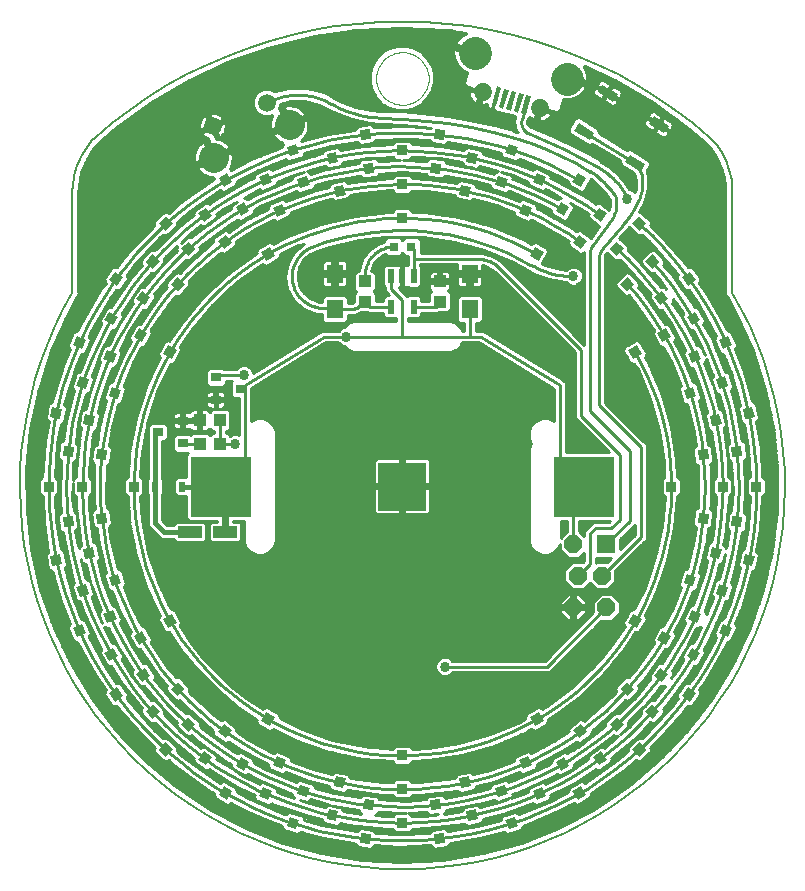
<source format=gtl>
G75*
G70*
%OFA0B0*%
%FSLAX24Y24*%
%IPPOS*%
%LPD*%
%AMOC8*
5,1,8,0,0,1.08239X$1,22.5*
%
%ADD10C,0.0050*%
%ADD11C,0.0000*%
%ADD12R,0.0337X0.0337*%
%ADD13R,0.0337X0.0337*%
%ADD14R,0.1600X0.1600*%
%ADD15R,0.2000X0.2000*%
%ADD16C,0.1000*%
%ADD17C,0.0591*%
%ADD18R,0.0300X0.0600*%
%ADD19R,0.0600X0.0600*%
%ADD20OC8,0.0600*%
%ADD21R,0.0157X0.0650*%
%ADD22C,0.0600*%
%ADD23C,0.1100*%
%ADD24R,0.0217X0.0472*%
%ADD25R,0.0433X0.0394*%
%ADD26R,0.0315X0.0315*%
%ADD27R,0.0551X0.0630*%
%ADD28R,0.0354X0.0315*%
%ADD29R,0.0394X0.0433*%
%ADD30R,0.0787X0.0394*%
%ADD31R,0.0248X0.0327*%
%ADD32C,0.0100*%
%ADD33C,0.0337*%
%ADD34C,0.0120*%
%ADD35C,0.0160*%
%ADD36C,0.0240*%
D10*
X004605Y022052D02*
X004303Y021507D01*
X004029Y020948D01*
X003781Y020376D01*
X003562Y019793D01*
X003372Y019200D01*
X003211Y018598D01*
X003080Y017989D01*
X002978Y017375D01*
X002907Y016756D01*
X002866Y016134D01*
X002855Y015512D01*
X002875Y014889D01*
X002925Y014268D01*
X003006Y013651D01*
X003116Y013038D01*
X003256Y012431D01*
X003426Y011831D01*
X003625Y011241D01*
X003852Y010661D01*
X004108Y010093D01*
X004391Y009538D01*
X004701Y008998D01*
X005036Y008473D01*
X005397Y007965D01*
X005782Y007476D01*
X006191Y007006D01*
X006622Y006556D01*
X007075Y006129D01*
X007548Y005723D01*
X008040Y005342D01*
X008551Y004984D01*
X009078Y004653D01*
X009620Y004347D01*
X010177Y004068D01*
X010747Y003817D01*
X011329Y003593D01*
X011921Y003399D01*
X012521Y003234D01*
X013129Y003098D01*
X013743Y002992D01*
X014361Y002916D01*
X014982Y002870D01*
X015605Y002855D01*
X016228Y002870D01*
X016849Y002916D01*
X017467Y002992D01*
X018081Y003098D01*
X018689Y003234D01*
X019289Y003399D01*
X019881Y003593D01*
X020463Y003817D01*
X021033Y004068D01*
X021590Y004347D01*
X022132Y004653D01*
X022659Y004984D01*
X023170Y005342D01*
X023662Y005723D01*
X024135Y006129D01*
X024588Y006556D01*
X025019Y007006D01*
X025428Y007476D01*
X025813Y007965D01*
X026174Y008473D01*
X026509Y008998D01*
X026819Y009538D01*
X027102Y010093D01*
X027358Y010661D01*
X027585Y011241D01*
X027784Y011831D01*
X027954Y012431D01*
X028094Y013038D01*
X028204Y013651D01*
X028285Y014268D01*
X028335Y014889D01*
X028355Y015512D01*
X028344Y016134D01*
X028303Y016756D01*
X028232Y017375D01*
X028130Y017989D01*
X027999Y018598D01*
X027838Y019200D01*
X027648Y019793D01*
X027429Y020376D01*
X027181Y020948D01*
X026907Y021507D01*
X026605Y022052D01*
X026605Y025480D01*
X026601Y025595D01*
X026592Y025710D01*
X026577Y025824D01*
X026557Y025937D01*
X026532Y026050D01*
X026502Y026161D01*
X026466Y026270D01*
X026426Y026378D01*
X026381Y026484D01*
X026331Y026587D01*
X026276Y026688D01*
X026216Y026787D01*
X026153Y026882D01*
X026084Y026975D01*
X026012Y027064D01*
X025935Y027150D01*
X025855Y027232D01*
X025283Y027712D01*
X024689Y028164D01*
X024074Y028587D01*
X023439Y028980D01*
X022786Y029341D01*
X022116Y029671D01*
X021431Y029968D01*
X020733Y030232D01*
X020023Y030462D01*
X019302Y030658D01*
X018573Y030818D01*
X017837Y030943D01*
X017096Y031033D01*
X016351Y031087D01*
X015605Y031105D01*
X014859Y031087D01*
X014114Y031033D01*
X013373Y030943D01*
X012637Y030818D01*
X011908Y030658D01*
X011187Y030462D01*
X010477Y030232D01*
X009779Y029968D01*
X009094Y029671D01*
X008424Y029341D01*
X007771Y028980D01*
X007136Y028587D01*
X006521Y028164D01*
X005927Y027712D01*
X005355Y027232D01*
X004605Y025355D02*
X004605Y022052D01*
X004605Y025355D02*
X004606Y025477D01*
X004613Y025599D01*
X004626Y025720D01*
X004644Y025841D01*
X004668Y025960D01*
X004697Y026079D01*
X004732Y026196D01*
X004772Y026311D01*
X004817Y026424D01*
X004867Y026535D01*
X004923Y026644D01*
X004983Y026750D01*
X005049Y026853D01*
X005119Y026953D01*
X005193Y027050D01*
X005272Y027143D01*
X005355Y027232D01*
D11*
X009064Y026549D02*
X009066Y026580D01*
X009072Y026611D01*
X009081Y026641D01*
X009094Y026670D01*
X009111Y026697D01*
X009131Y026721D01*
X009153Y026743D01*
X009179Y026762D01*
X009206Y026778D01*
X009235Y026790D01*
X009265Y026799D01*
X009296Y026804D01*
X009328Y026805D01*
X009359Y026802D01*
X009390Y026795D01*
X009420Y026785D01*
X009448Y026771D01*
X009474Y026753D01*
X009498Y026733D01*
X009519Y026709D01*
X009538Y026684D01*
X009553Y026656D01*
X009564Y026627D01*
X009572Y026596D01*
X009576Y026565D01*
X009576Y026533D01*
X009572Y026502D01*
X009564Y026471D01*
X009553Y026442D01*
X009538Y026414D01*
X009519Y026389D01*
X009498Y026365D01*
X009474Y026345D01*
X009448Y026327D01*
X009420Y026313D01*
X009390Y026303D01*
X009359Y026296D01*
X009328Y026293D01*
X009296Y026294D01*
X009265Y026299D01*
X009235Y026308D01*
X009206Y026320D01*
X009179Y026336D01*
X009153Y026355D01*
X009131Y026377D01*
X009111Y026401D01*
X009094Y026428D01*
X009081Y026457D01*
X009072Y026487D01*
X009066Y026518D01*
X009064Y026549D01*
X011590Y027653D02*
X011592Y027684D01*
X011598Y027715D01*
X011607Y027745D01*
X011620Y027774D01*
X011637Y027801D01*
X011657Y027825D01*
X011679Y027847D01*
X011705Y027866D01*
X011732Y027882D01*
X011761Y027894D01*
X011791Y027903D01*
X011822Y027908D01*
X011854Y027909D01*
X011885Y027906D01*
X011916Y027899D01*
X011946Y027889D01*
X011974Y027875D01*
X012000Y027857D01*
X012024Y027837D01*
X012045Y027813D01*
X012064Y027788D01*
X012079Y027760D01*
X012090Y027731D01*
X012098Y027700D01*
X012102Y027669D01*
X012102Y027637D01*
X012098Y027606D01*
X012090Y027575D01*
X012079Y027546D01*
X012064Y027518D01*
X012045Y027493D01*
X012024Y027469D01*
X012000Y027449D01*
X011974Y027431D01*
X011946Y027417D01*
X011916Y027407D01*
X011885Y027400D01*
X011854Y027397D01*
X011822Y027398D01*
X011791Y027403D01*
X011761Y027412D01*
X011732Y027424D01*
X011705Y027440D01*
X011679Y027459D01*
X011657Y027481D01*
X011637Y027505D01*
X011620Y027532D01*
X011607Y027561D01*
X011598Y027591D01*
X011592Y027622D01*
X011590Y027653D01*
X014730Y029205D02*
X014732Y029264D01*
X014738Y029323D01*
X014748Y029381D01*
X014762Y029439D01*
X014779Y029495D01*
X014801Y029550D01*
X014826Y029604D01*
X014855Y029655D01*
X014887Y029705D01*
X014922Y029752D01*
X014961Y029797D01*
X015002Y029839D01*
X015046Y029878D01*
X015093Y029915D01*
X015142Y029948D01*
X015193Y029977D01*
X015246Y030003D01*
X015301Y030026D01*
X015357Y030044D01*
X015414Y030059D01*
X015473Y030070D01*
X015531Y030077D01*
X015590Y030080D01*
X015649Y030079D01*
X015708Y030074D01*
X015767Y030065D01*
X015824Y030052D01*
X015881Y030035D01*
X015936Y030015D01*
X015990Y029991D01*
X016042Y029963D01*
X016093Y029932D01*
X016141Y029897D01*
X016186Y029859D01*
X016229Y029818D01*
X016269Y029775D01*
X016306Y029729D01*
X016340Y029680D01*
X016370Y029630D01*
X016397Y029577D01*
X016420Y029523D01*
X016440Y029467D01*
X016456Y029410D01*
X016468Y029352D01*
X016476Y029294D01*
X016480Y029235D01*
X016480Y029175D01*
X016476Y029116D01*
X016468Y029058D01*
X016456Y029000D01*
X016440Y028943D01*
X016420Y028887D01*
X016397Y028833D01*
X016370Y028780D01*
X016340Y028730D01*
X016306Y028681D01*
X016269Y028635D01*
X016229Y028592D01*
X016186Y028551D01*
X016141Y028513D01*
X016093Y028478D01*
X016043Y028447D01*
X015990Y028419D01*
X015936Y028395D01*
X015881Y028375D01*
X015824Y028358D01*
X015767Y028345D01*
X015708Y028336D01*
X015649Y028331D01*
X015590Y028330D01*
X015531Y028333D01*
X015473Y028340D01*
X015414Y028351D01*
X015357Y028366D01*
X015301Y028384D01*
X015246Y028407D01*
X015193Y028433D01*
X015142Y028462D01*
X015093Y028495D01*
X015046Y028532D01*
X015002Y028571D01*
X014961Y028613D01*
X014922Y028658D01*
X014887Y028705D01*
X014855Y028755D01*
X014826Y028806D01*
X014801Y028860D01*
X014779Y028915D01*
X014762Y028971D01*
X014748Y029029D01*
X014738Y029087D01*
X014732Y029146D01*
X014730Y029205D01*
X017712Y030056D02*
X017714Y030091D01*
X017720Y030125D01*
X017730Y030158D01*
X017743Y030191D01*
X017760Y030221D01*
X017781Y030249D01*
X017804Y030275D01*
X017831Y030298D01*
X017859Y030317D01*
X017890Y030333D01*
X017923Y030346D01*
X017956Y030355D01*
X017991Y030360D01*
X018026Y030361D01*
X018060Y030358D01*
X018095Y030351D01*
X018128Y030340D01*
X018159Y030326D01*
X018189Y030308D01*
X018217Y030287D01*
X018242Y030262D01*
X018264Y030235D01*
X018283Y030206D01*
X018298Y030175D01*
X018310Y030142D01*
X018318Y030108D01*
X018322Y030073D01*
X018322Y030039D01*
X018318Y030004D01*
X018310Y029970D01*
X018298Y029937D01*
X018283Y029906D01*
X018264Y029877D01*
X018242Y029850D01*
X018217Y029825D01*
X018189Y029804D01*
X018159Y029786D01*
X018128Y029772D01*
X018095Y029761D01*
X018060Y029754D01*
X018026Y029751D01*
X017991Y029752D01*
X017956Y029757D01*
X017923Y029766D01*
X017890Y029779D01*
X017859Y029795D01*
X017831Y029814D01*
X017804Y029837D01*
X017781Y029863D01*
X017760Y029891D01*
X017743Y029921D01*
X017730Y029954D01*
X017720Y029987D01*
X017714Y030021D01*
X017712Y030056D01*
X018190Y028745D02*
X018192Y028767D01*
X018198Y028789D01*
X018207Y028809D01*
X018220Y028827D01*
X018236Y028843D01*
X018254Y028856D01*
X018274Y028865D01*
X018296Y028871D01*
X018318Y028873D01*
X018340Y028871D01*
X018362Y028865D01*
X018382Y028856D01*
X018400Y028843D01*
X018416Y028827D01*
X018429Y028809D01*
X018438Y028789D01*
X018444Y028767D01*
X018446Y028745D01*
X018444Y028723D01*
X018438Y028701D01*
X018429Y028681D01*
X018416Y028663D01*
X018400Y028647D01*
X018382Y028634D01*
X018362Y028625D01*
X018340Y028619D01*
X018318Y028617D01*
X018296Y028619D01*
X018274Y028625D01*
X018254Y028634D01*
X018236Y028647D01*
X018220Y028663D01*
X018207Y028681D01*
X018198Y028701D01*
X018192Y028723D01*
X018190Y028745D01*
X020029Y028228D02*
X020031Y028250D01*
X020037Y028272D01*
X020046Y028292D01*
X020059Y028310D01*
X020075Y028326D01*
X020093Y028339D01*
X020113Y028348D01*
X020135Y028354D01*
X020157Y028356D01*
X020179Y028354D01*
X020201Y028348D01*
X020221Y028339D01*
X020239Y028326D01*
X020255Y028310D01*
X020268Y028292D01*
X020277Y028272D01*
X020283Y028250D01*
X020285Y028228D01*
X020283Y028206D01*
X020277Y028184D01*
X020268Y028164D01*
X020255Y028146D01*
X020239Y028130D01*
X020221Y028117D01*
X020201Y028108D01*
X020179Y028102D01*
X020157Y028100D01*
X020135Y028102D01*
X020113Y028108D01*
X020093Y028117D01*
X020075Y028130D01*
X020059Y028146D01*
X020046Y028164D01*
X020037Y028184D01*
X020031Y028206D01*
X020029Y028228D01*
X020792Y029190D02*
X020794Y029225D01*
X020800Y029259D01*
X020810Y029292D01*
X020823Y029325D01*
X020840Y029355D01*
X020861Y029383D01*
X020884Y029409D01*
X020911Y029432D01*
X020939Y029451D01*
X020970Y029467D01*
X021003Y029480D01*
X021036Y029489D01*
X021071Y029494D01*
X021106Y029495D01*
X021140Y029492D01*
X021175Y029485D01*
X021208Y029474D01*
X021239Y029460D01*
X021269Y029442D01*
X021297Y029421D01*
X021322Y029396D01*
X021344Y029369D01*
X021363Y029340D01*
X021378Y029309D01*
X021390Y029276D01*
X021398Y029242D01*
X021402Y029207D01*
X021402Y029173D01*
X021398Y029138D01*
X021390Y029104D01*
X021378Y029071D01*
X021363Y029040D01*
X021344Y029011D01*
X021322Y028984D01*
X021297Y028959D01*
X021269Y028938D01*
X021239Y028920D01*
X021208Y028906D01*
X021175Y028895D01*
X021140Y028888D01*
X021106Y028885D01*
X021071Y028886D01*
X021036Y028891D01*
X021003Y028900D01*
X020970Y028913D01*
X020939Y028929D01*
X020911Y028948D01*
X020884Y028971D01*
X020861Y028997D01*
X020840Y029025D01*
X020823Y029055D01*
X020810Y029088D01*
X020800Y029121D01*
X020794Y029155D01*
X020792Y029190D01*
D12*
X015605Y026810D03*
X015605Y025685D03*
X015605Y024560D03*
X006650Y015605D03*
X004935Y015605D03*
X003810Y015605D03*
X015605Y006650D03*
X015605Y005525D03*
X015605Y004400D03*
X024560Y015605D03*
X026275Y015605D03*
X027400Y015605D03*
D13*
G36*
X026599Y016592D02*
X026564Y016925D01*
X026897Y016960D01*
X026932Y016627D01*
X026599Y016592D01*
G37*
G36*
X025480Y016475D02*
X025445Y016808D01*
X025778Y016843D01*
X025813Y016510D01*
X025480Y016475D01*
G37*
G36*
X026171Y018022D02*
X026241Y017694D01*
X025913Y017624D01*
X025843Y017952D01*
X026171Y018022D01*
G37*
G36*
X027272Y018256D02*
X027342Y017928D01*
X027014Y017858D01*
X026944Y018186D01*
X027272Y018256D01*
G37*
G36*
X026154Y018856D02*
X026050Y019174D01*
X026368Y019278D01*
X026472Y018960D01*
X026154Y018856D01*
G37*
G36*
X025084Y018509D02*
X024980Y018827D01*
X025298Y018931D01*
X025402Y018613D01*
X025084Y018509D01*
G37*
G36*
X025438Y020166D02*
X025574Y019860D01*
X025268Y019724D01*
X025132Y020030D01*
X025438Y020166D01*
G37*
G36*
X026466Y020624D02*
X026602Y020318D01*
X026296Y020182D01*
X026160Y020488D01*
X026466Y020624D01*
G37*
G36*
X025248Y020978D02*
X025080Y021268D01*
X025370Y021436D01*
X025538Y021146D01*
X025248Y020978D01*
G37*
G36*
X024273Y020416D02*
X024105Y020706D01*
X024395Y020874D01*
X024563Y020584D01*
X024273Y020416D01*
G37*
G36*
X023299Y019853D02*
X023131Y020143D01*
X023421Y020311D01*
X023589Y020021D01*
X023299Y019853D01*
G37*
G36*
X024274Y022111D02*
X024471Y021840D01*
X024200Y021643D01*
X024003Y021914D01*
X024274Y022111D01*
G37*
G36*
X025185Y022772D02*
X025382Y022501D01*
X025111Y022304D01*
X024914Y022575D01*
X025185Y022772D01*
G37*
G36*
X023920Y022865D02*
X023695Y023114D01*
X023944Y023339D01*
X024169Y023090D01*
X023920Y022865D01*
G37*
G36*
X023084Y022113D02*
X022859Y022362D01*
X023108Y022587D01*
X023333Y022338D01*
X023084Y022113D01*
G37*
G36*
X022733Y023772D02*
X022982Y023547D01*
X022757Y023298D01*
X022508Y023523D01*
X022733Y023772D01*
G37*
G36*
X023486Y024608D02*
X023735Y024383D01*
X023510Y024134D01*
X023261Y024359D01*
X023486Y024608D01*
G37*
G36*
X022228Y024436D02*
X021957Y024633D01*
X022154Y024904D01*
X022425Y024707D01*
X022228Y024436D01*
G37*
G36*
X021567Y023526D02*
X021296Y023723D01*
X021493Y023994D01*
X021764Y023797D01*
X021567Y023526D01*
G37*
G36*
X020879Y025075D02*
X021169Y024907D01*
X021001Y024617D01*
X020711Y024785D01*
X020879Y025075D01*
G37*
G36*
X021442Y026049D02*
X021732Y025881D01*
X021564Y025591D01*
X021274Y025759D01*
X021442Y026049D01*
G37*
G36*
X020247Y025620D02*
X019941Y025756D01*
X020077Y026062D01*
X020383Y025926D01*
X020247Y025620D01*
G37*
G36*
X019790Y024592D02*
X019484Y024728D01*
X019620Y025034D01*
X019926Y024898D01*
X019790Y024592D01*
G37*
G36*
X020143Y023131D02*
X019853Y023299D01*
X020021Y023589D01*
X020311Y023421D01*
X020143Y023131D01*
G37*
G36*
X017830Y025265D02*
X017502Y025335D01*
X017572Y025663D01*
X017900Y025593D01*
X017830Y025265D01*
G37*
G36*
X018795Y025964D02*
X019113Y025860D01*
X019009Y025542D01*
X018691Y025646D01*
X018795Y025964D01*
G37*
G36*
X019143Y027034D02*
X019461Y026930D01*
X019357Y026612D01*
X019039Y026716D01*
X019143Y027034D01*
G37*
G36*
X018064Y026366D02*
X017736Y026436D01*
X017806Y026764D01*
X018134Y026694D01*
X018064Y026366D01*
G37*
G36*
X016571Y026401D02*
X016904Y026366D01*
X016869Y026033D01*
X016536Y026068D01*
X016571Y026401D01*
G37*
G36*
X016689Y027520D02*
X017022Y027485D01*
X016987Y027152D01*
X016654Y027187D01*
X016689Y027520D01*
G37*
G36*
X014188Y027485D02*
X014521Y027520D01*
X014556Y027187D01*
X014223Y027152D01*
X014188Y027485D01*
G37*
G36*
X013474Y026436D02*
X013146Y026366D01*
X013076Y026694D01*
X013404Y026764D01*
X013474Y026436D01*
G37*
G36*
X013708Y025335D02*
X013380Y025265D01*
X013310Y025593D01*
X013638Y025663D01*
X013708Y025335D01*
G37*
G36*
X014306Y026366D02*
X014639Y026401D01*
X014674Y026068D01*
X014341Y026033D01*
X014306Y026366D01*
G37*
G36*
X012097Y025860D02*
X012415Y025964D01*
X012519Y025646D01*
X012201Y025542D01*
X012097Y025860D01*
G37*
G36*
X011749Y026930D02*
X012067Y027034D01*
X012171Y026716D01*
X011853Y026612D01*
X011749Y026930D01*
G37*
G36*
X011269Y025756D02*
X010963Y025620D01*
X010827Y025926D01*
X011133Y026062D01*
X011269Y025756D01*
G37*
G36*
X011726Y024728D02*
X011420Y024592D01*
X011284Y024898D01*
X011590Y025034D01*
X011726Y024728D01*
G37*
G36*
X011357Y023299D02*
X011067Y023131D01*
X010899Y023421D01*
X011189Y023589D01*
X011357Y023299D01*
G37*
G36*
X009914Y023723D02*
X009643Y023526D01*
X009446Y023797D01*
X009717Y023994D01*
X009914Y023723D01*
G37*
G36*
X009253Y024633D02*
X008982Y024436D01*
X008785Y024707D01*
X009056Y024904D01*
X009253Y024633D01*
G37*
G36*
X010041Y024907D02*
X010331Y025075D01*
X010499Y024785D01*
X010209Y024617D01*
X010041Y024907D01*
G37*
G36*
X009478Y025881D02*
X009768Y026049D01*
X009936Y025759D01*
X009646Y025591D01*
X009478Y025881D01*
G37*
G36*
X007475Y024383D02*
X007724Y024608D01*
X007949Y024359D01*
X007700Y024134D01*
X007475Y024383D01*
G37*
G36*
X007515Y023114D02*
X007290Y022865D01*
X007041Y023090D01*
X007266Y023339D01*
X007515Y023114D01*
G37*
G36*
X008351Y022362D02*
X008126Y022113D01*
X007877Y022338D01*
X008102Y022587D01*
X008351Y022362D01*
G37*
G36*
X008228Y023547D02*
X008477Y023772D01*
X008702Y023523D01*
X008453Y023298D01*
X008228Y023547D01*
G37*
G36*
X006739Y021840D02*
X006936Y022111D01*
X007207Y021914D01*
X007010Y021643D01*
X006739Y021840D01*
G37*
G36*
X005828Y022501D02*
X006025Y022772D01*
X006296Y022575D01*
X006099Y022304D01*
X005828Y022501D01*
G37*
G36*
X006130Y021268D02*
X005962Y020978D01*
X005672Y021146D01*
X005840Y021436D01*
X006130Y021268D01*
G37*
G36*
X007105Y020706D02*
X006937Y020416D01*
X006647Y020584D01*
X006815Y020874D01*
X007105Y020706D01*
G37*
G36*
X008079Y020143D02*
X007911Y019853D01*
X007621Y020021D01*
X007789Y020311D01*
X008079Y020143D01*
G37*
G36*
X006230Y018827D02*
X006126Y018509D01*
X005808Y018613D01*
X005912Y018931D01*
X006230Y018827D01*
G37*
G36*
X004969Y017694D02*
X005039Y018022D01*
X005367Y017952D01*
X005297Y017624D01*
X004969Y017694D01*
G37*
G36*
X003868Y017928D02*
X003938Y018256D01*
X004266Y018186D01*
X004196Y017858D01*
X003868Y017928D01*
G37*
G36*
X005160Y019174D02*
X005056Y018856D01*
X004738Y018960D01*
X004842Y019278D01*
X005160Y019174D01*
G37*
G36*
X005636Y019860D02*
X005772Y020166D01*
X006078Y020030D01*
X005942Y019724D01*
X005636Y019860D01*
G37*
G36*
X004608Y020318D02*
X004744Y020624D01*
X005050Y020488D01*
X004914Y020182D01*
X004608Y020318D01*
G37*
G36*
X004646Y016925D02*
X004611Y016592D01*
X004278Y016627D01*
X004313Y016960D01*
X004646Y016925D01*
G37*
G36*
X005765Y016808D02*
X005730Y016475D01*
X005397Y016510D01*
X005432Y016843D01*
X005765Y016808D01*
G37*
G36*
X005730Y014735D02*
X005765Y014402D01*
X005432Y014367D01*
X005397Y014700D01*
X005730Y014735D01*
G37*
G36*
X004611Y014618D02*
X004646Y014285D01*
X004313Y014250D01*
X004278Y014583D01*
X004611Y014618D01*
G37*
G36*
X005039Y013188D02*
X004969Y013516D01*
X005297Y013586D01*
X005367Y013258D01*
X005039Y013188D01*
G37*
G36*
X003938Y012954D02*
X003868Y013282D01*
X004196Y013352D01*
X004266Y013024D01*
X003938Y012954D01*
G37*
G36*
X005056Y012354D02*
X005160Y012036D01*
X004842Y011932D01*
X004738Y012250D01*
X005056Y012354D01*
G37*
G36*
X006126Y012701D02*
X006230Y012383D01*
X005912Y012279D01*
X005808Y012597D01*
X006126Y012701D01*
G37*
G36*
X005772Y011044D02*
X005636Y011350D01*
X005942Y011486D01*
X006078Y011180D01*
X005772Y011044D01*
G37*
G36*
X004744Y010586D02*
X004608Y010892D01*
X004914Y011028D01*
X005050Y010722D01*
X004744Y010586D01*
G37*
G36*
X005962Y010232D02*
X006130Y009942D01*
X005840Y009774D01*
X005672Y010064D01*
X005962Y010232D01*
G37*
G36*
X006937Y010794D02*
X007105Y010504D01*
X006815Y010336D01*
X006647Y010626D01*
X006937Y010794D01*
G37*
G36*
X007911Y011357D02*
X008079Y011067D01*
X007789Y010899D01*
X007621Y011189D01*
X007911Y011357D01*
G37*
G36*
X006936Y009099D02*
X006739Y009370D01*
X007010Y009567D01*
X007207Y009296D01*
X006936Y009099D01*
G37*
G36*
X006025Y008438D02*
X005828Y008709D01*
X006099Y008906D01*
X006296Y008635D01*
X006025Y008438D01*
G37*
G36*
X007290Y008345D02*
X007515Y008096D01*
X007266Y007871D01*
X007041Y008120D01*
X007290Y008345D01*
G37*
G36*
X008126Y009097D02*
X008351Y008848D01*
X008102Y008623D01*
X007877Y008872D01*
X008126Y009097D01*
G37*
G36*
X008477Y007438D02*
X008228Y007663D01*
X008453Y007912D01*
X008702Y007687D01*
X008477Y007438D01*
G37*
G36*
X007724Y006602D02*
X007475Y006827D01*
X007700Y007076D01*
X007949Y006851D01*
X007724Y006602D01*
G37*
G36*
X008982Y006774D02*
X009253Y006577D01*
X009056Y006306D01*
X008785Y006503D01*
X008982Y006774D01*
G37*
G36*
X009643Y007684D02*
X009914Y007487D01*
X009717Y007216D01*
X009446Y007413D01*
X009643Y007684D01*
G37*
G36*
X010331Y006135D02*
X010041Y006303D01*
X010209Y006593D01*
X010499Y006425D01*
X010331Y006135D01*
G37*
G36*
X009768Y005161D02*
X009478Y005329D01*
X009646Y005619D01*
X009936Y005451D01*
X009768Y005161D01*
G37*
G36*
X010963Y005590D02*
X011269Y005454D01*
X011133Y005148D01*
X010827Y005284D01*
X010963Y005590D01*
G37*
G36*
X011420Y006618D02*
X011726Y006482D01*
X011590Y006176D01*
X011284Y006312D01*
X011420Y006618D01*
G37*
G36*
X011067Y008079D02*
X011357Y007911D01*
X011189Y007621D01*
X010899Y007789D01*
X011067Y008079D01*
G37*
G36*
X012415Y005246D02*
X012097Y005350D01*
X012201Y005668D01*
X012519Y005564D01*
X012415Y005246D01*
G37*
G36*
X012067Y004176D02*
X011749Y004280D01*
X011853Y004598D01*
X012171Y004494D01*
X012067Y004176D01*
G37*
G36*
X013146Y004844D02*
X013474Y004774D01*
X013404Y004446D01*
X013076Y004516D01*
X013146Y004844D01*
G37*
G36*
X013380Y005945D02*
X013708Y005875D01*
X013638Y005547D01*
X013310Y005617D01*
X013380Y005945D01*
G37*
G36*
X014639Y004809D02*
X014306Y004844D01*
X014341Y005177D01*
X014674Y005142D01*
X014639Y004809D01*
G37*
G36*
X014521Y003690D02*
X014188Y003725D01*
X014223Y004058D01*
X014556Y004023D01*
X014521Y003690D01*
G37*
G36*
X017022Y003725D02*
X016689Y003690D01*
X016654Y004023D01*
X016987Y004058D01*
X017022Y003725D01*
G37*
G36*
X017736Y004774D02*
X018064Y004844D01*
X018134Y004516D01*
X017806Y004446D01*
X017736Y004774D01*
G37*
G36*
X017502Y005875D02*
X017830Y005945D01*
X017900Y005617D01*
X017572Y005547D01*
X017502Y005875D01*
G37*
G36*
X016904Y004844D02*
X016571Y004809D01*
X016536Y005142D01*
X016869Y005177D01*
X016904Y004844D01*
G37*
G36*
X019113Y005350D02*
X018795Y005246D01*
X018691Y005564D01*
X019009Y005668D01*
X019113Y005350D01*
G37*
G36*
X019941Y005454D02*
X020247Y005590D01*
X020383Y005284D01*
X020077Y005148D01*
X019941Y005454D01*
G37*
G36*
X019484Y006482D02*
X019790Y006618D01*
X019926Y006312D01*
X019620Y006176D01*
X019484Y006482D01*
G37*
G36*
X021169Y006303D02*
X020879Y006135D01*
X020711Y006425D01*
X021001Y006593D01*
X021169Y006303D01*
G37*
G36*
X021732Y005329D02*
X021442Y005161D01*
X021274Y005451D01*
X021564Y005619D01*
X021732Y005329D01*
G37*
G36*
X021957Y006577D02*
X022228Y006774D01*
X022425Y006503D01*
X022154Y006306D01*
X021957Y006577D01*
G37*
G36*
X021296Y007487D02*
X021567Y007684D01*
X021764Y007413D01*
X021493Y007216D01*
X021296Y007487D01*
G37*
G36*
X019853Y007911D02*
X020143Y008079D01*
X020311Y007789D01*
X020021Y007621D01*
X019853Y007911D01*
G37*
G36*
X022982Y007663D02*
X022733Y007438D01*
X022508Y007687D01*
X022757Y007912D01*
X022982Y007663D01*
G37*
G36*
X023735Y006827D02*
X023486Y006602D01*
X023261Y006851D01*
X023510Y007076D01*
X023735Y006827D01*
G37*
G36*
X023695Y008096D02*
X023920Y008345D01*
X024169Y008120D01*
X023944Y007871D01*
X023695Y008096D01*
G37*
G36*
X022859Y008848D02*
X023084Y009097D01*
X023333Y008872D01*
X023108Y008623D01*
X022859Y008848D01*
G37*
G36*
X024471Y009370D02*
X024274Y009099D01*
X024003Y009296D01*
X024200Y009567D01*
X024471Y009370D01*
G37*
G36*
X025382Y008709D02*
X025185Y008438D01*
X024914Y008635D01*
X025111Y008906D01*
X025382Y008709D01*
G37*
G36*
X025080Y009942D02*
X025248Y010232D01*
X025538Y010064D01*
X025370Y009774D01*
X025080Y009942D01*
G37*
G36*
X024105Y010504D02*
X024273Y010794D01*
X024563Y010626D01*
X024395Y010336D01*
X024105Y010504D01*
G37*
G36*
X023131Y011067D02*
X023299Y011357D01*
X023589Y011189D01*
X023421Y010899D01*
X023131Y011067D01*
G37*
G36*
X024980Y012383D02*
X025084Y012701D01*
X025402Y012597D01*
X025298Y012279D01*
X024980Y012383D01*
G37*
G36*
X026241Y013516D02*
X026171Y013188D01*
X025843Y013258D01*
X025913Y013586D01*
X026241Y013516D01*
G37*
G36*
X027342Y013282D02*
X027272Y012954D01*
X026944Y013024D01*
X027014Y013352D01*
X027342Y013282D01*
G37*
G36*
X026564Y014285D02*
X026599Y014618D01*
X026932Y014583D01*
X026897Y014250D01*
X026564Y014285D01*
G37*
G36*
X025445Y014402D02*
X025480Y014735D01*
X025813Y014700D01*
X025778Y014367D01*
X025445Y014402D01*
G37*
G36*
X026050Y012036D02*
X026154Y012354D01*
X026472Y012250D01*
X026368Y011932D01*
X026050Y012036D01*
G37*
G36*
X025574Y011350D02*
X025438Y011044D01*
X025132Y011180D01*
X025268Y011486D01*
X025574Y011350D01*
G37*
G36*
X026602Y010892D02*
X026466Y010586D01*
X026160Y010722D01*
X026296Y011028D01*
X026602Y010892D01*
G37*
G36*
X019461Y004280D02*
X019143Y004176D01*
X019039Y004494D01*
X019357Y004598D01*
X019461Y004280D01*
G37*
D14*
X015605Y015605D03*
D15*
X021655Y015605D03*
X009555Y015605D03*
D16*
X009320Y026549D02*
X009320Y026549D01*
X009320Y026549D01*
X009320Y026549D01*
X009320Y026549D01*
X009320Y026549D01*
X009320Y026549D01*
X009320Y026549D01*
X009320Y026549D01*
X009320Y026549D01*
X011846Y027653D02*
X011846Y027653D01*
X011846Y027653D01*
X011846Y027653D01*
X011846Y027653D01*
X011846Y027653D01*
X011846Y027653D01*
X011846Y027653D01*
X011846Y027653D01*
X011846Y027653D01*
D17*
X011091Y028397D03*
X009287Y027609D03*
D18*
G36*
X021998Y027404D02*
X021841Y027148D01*
X021330Y027460D01*
X021487Y027716D01*
X021998Y027404D01*
G37*
G36*
X022782Y028683D02*
X022625Y028427D01*
X022114Y028739D01*
X022271Y028995D01*
X022782Y028683D01*
G37*
G36*
X024487Y027638D02*
X024330Y027382D01*
X023819Y027694D01*
X023976Y027950D01*
X024487Y027638D01*
G37*
G36*
X023704Y026359D02*
X023547Y026103D01*
X023036Y026415D01*
X023193Y026671D01*
X023704Y026359D01*
G37*
D19*
X022405Y013676D03*
D20*
X022255Y012626D03*
X021455Y012626D03*
X021305Y013676D03*
X021305Y011576D03*
X022405Y011576D03*
D21*
G36*
X019737Y028663D02*
X019888Y028621D01*
X019713Y027997D01*
X019562Y028039D01*
X019737Y028663D01*
G37*
G36*
X019491Y028732D02*
X019642Y028690D01*
X019467Y028066D01*
X019316Y028108D01*
X019491Y028732D01*
G37*
G36*
X019244Y028801D02*
X019395Y028759D01*
X019220Y028135D01*
X019069Y028177D01*
X019244Y028801D01*
G37*
G36*
X018998Y028870D02*
X019149Y028828D01*
X018974Y028204D01*
X018823Y028246D01*
X018998Y028870D01*
G37*
G36*
X018752Y028940D02*
X018903Y028898D01*
X018728Y028274D01*
X018577Y028316D01*
X018752Y028940D01*
G37*
D22*
X018275Y028757D02*
X018275Y028757D01*
X018275Y028757D01*
X018275Y028757D01*
X018275Y028757D01*
X018275Y028757D01*
X018275Y028757D01*
X018275Y028757D01*
X018275Y028757D01*
X018275Y028757D01*
X020200Y028216D02*
X020200Y028216D01*
X020200Y028216D01*
X020200Y028216D01*
X020200Y028216D01*
X020200Y028216D01*
X020200Y028216D01*
X020200Y028216D01*
X020200Y028216D01*
X020200Y028216D01*
D23*
X021097Y029190D02*
X021097Y029190D01*
X021097Y029190D01*
X021097Y029190D01*
X021097Y029190D01*
X021097Y029190D01*
X021097Y029190D01*
X021097Y029190D01*
X021097Y029190D01*
X021097Y029190D01*
X018017Y030056D02*
X018017Y030056D01*
X018017Y030056D01*
X018017Y030056D01*
X018017Y030056D01*
X018017Y030056D01*
X018017Y030056D01*
X018017Y030056D01*
X018017Y030056D01*
X018017Y030056D01*
D24*
X015979Y022617D03*
X015605Y022617D03*
X015231Y022617D03*
X015231Y021593D03*
X015979Y021593D03*
D25*
X016855Y021770D03*
X016855Y022440D03*
X014355Y022440D03*
X014355Y021770D03*
D26*
X015310Y023605D03*
X015900Y023605D03*
D27*
X017855Y022696D03*
X017855Y021514D03*
X013355Y021514D03*
X013355Y022696D03*
D28*
X010211Y018868D03*
X009385Y018494D03*
X009385Y019242D03*
X008282Y017790D03*
X008282Y017042D03*
X007455Y017416D03*
D29*
X008853Y017022D03*
X009522Y017022D03*
X009522Y017810D03*
X008853Y017810D03*
D30*
X008518Y014089D03*
X009699Y014089D03*
D31*
X008262Y015605D03*
X007357Y015605D03*
D32*
X007631Y015605D02*
X007988Y015605D01*
X007988Y015506D02*
X007631Y015506D01*
X007631Y015408D02*
X007988Y015408D01*
X007988Y015379D02*
X008076Y015292D01*
X008405Y015292D01*
X008405Y014543D01*
X008493Y014455D01*
X009429Y014455D01*
X009429Y014436D01*
X009244Y014436D01*
X009156Y014348D01*
X009156Y013830D01*
X009244Y013742D01*
X010155Y013742D01*
X010243Y013830D01*
X010243Y014348D01*
X010155Y014436D01*
X009969Y014436D01*
X009969Y014455D01*
X010325Y014455D01*
X010325Y013750D01*
X010406Y013555D01*
X010555Y013406D01*
X010750Y013325D01*
X010960Y013325D01*
X011155Y013406D01*
X011304Y013555D01*
X011385Y013750D01*
X011385Y017460D01*
X011304Y017655D01*
X011155Y017804D01*
X010960Y017885D01*
X010750Y017885D01*
X010555Y017804D01*
X010555Y018869D01*
X013037Y020405D01*
X013480Y020405D01*
X013550Y020335D01*
X013667Y020287D01*
X013674Y020287D01*
X013805Y020156D01*
X014000Y020075D01*
X017210Y020075D01*
X017405Y020156D01*
X017554Y020305D01*
X017596Y020405D01*
X018173Y020405D01*
X020655Y018869D01*
X020655Y017804D01*
X020460Y017885D01*
X020250Y017885D01*
X020055Y017804D01*
X019906Y017655D01*
X019825Y017460D01*
X019825Y013750D01*
X019906Y013555D01*
X020055Y013406D01*
X020250Y013325D01*
X020460Y013325D01*
X020655Y013406D01*
X020804Y013555D01*
X020855Y013677D01*
X020855Y013489D01*
X021119Y013226D01*
X021491Y013226D01*
X021665Y013399D01*
X021665Y013118D01*
X021622Y013076D01*
X021269Y013076D01*
X021005Y012812D01*
X021005Y012439D01*
X021269Y012176D01*
X021641Y012176D01*
X021855Y012389D01*
X022069Y012176D01*
X022441Y012176D01*
X022705Y012439D01*
X022705Y012793D01*
X023749Y013837D01*
X023749Y017016D01*
X023632Y017133D01*
X022364Y018402D01*
X022364Y023242D01*
X022369Y023293D01*
X022407Y023386D01*
X022419Y023400D01*
X022703Y023144D01*
X022827Y023150D01*
X022841Y023166D01*
X023053Y022964D01*
X023860Y022046D01*
X023883Y022013D01*
X023864Y021999D01*
X023844Y021876D01*
X024115Y021503D01*
X024238Y021484D01*
X024245Y021488D01*
X024554Y021040D01*
X025027Y020148D01*
X025013Y020142D01*
X024968Y020026D01*
X025156Y019605D01*
X025272Y019560D01*
X025280Y019564D01*
X025569Y018821D01*
X025759Y018089D01*
X025750Y018087D01*
X025683Y017983D01*
X025779Y017532D01*
X025883Y017464D01*
X025900Y017468D01*
X026043Y016427D01*
X026053Y015923D01*
X026045Y015923D01*
X025957Y015836D01*
X025957Y015374D01*
X026045Y015287D01*
X026066Y015287D01*
X026068Y015205D01*
X025950Y013988D01*
X025897Y013743D01*
X025883Y013746D01*
X025779Y013678D01*
X025683Y013227D01*
X025750Y013123D01*
X025762Y013121D01*
X025691Y012794D01*
X025295Y011639D01*
X025272Y011650D01*
X025156Y011605D01*
X024968Y011184D01*
X025013Y011068D01*
X025020Y011065D01*
X024766Y010535D01*
X024249Y009718D01*
X024238Y009726D01*
X024115Y009707D01*
X023844Y009334D01*
X023864Y009211D01*
X023872Y009205D01*
X023344Y008552D01*
X022833Y008054D01*
X022827Y008060D01*
X022703Y008066D01*
X022360Y007758D01*
X022354Y007634D01*
X022367Y007620D01*
X021501Y006952D01*
X021105Y006715D01*
X021101Y006723D01*
X020981Y006755D01*
X020581Y006525D01*
X020549Y006405D01*
X020559Y006388D01*
X020452Y006324D01*
X019338Y005823D01*
X019139Y005760D01*
X019134Y005775D01*
X019023Y005831D01*
X018585Y005689D01*
X018528Y005578D01*
X018531Y005568D01*
X018172Y005454D01*
X017015Y005233D01*
X017013Y005256D01*
X016916Y005334D01*
X016458Y005286D01*
X016380Y005189D01*
X016380Y005181D01*
X015753Y005136D01*
X014829Y005177D01*
X014830Y005189D01*
X014752Y005286D01*
X014294Y005334D01*
X014197Y005256D01*
X014196Y005244D01*
X013325Y005386D01*
X012679Y005570D01*
X012682Y005578D01*
X012625Y005689D01*
X012187Y005831D01*
X012076Y005775D01*
X012070Y005755D01*
X012069Y005755D01*
X012070Y005755D02*
X011022Y006191D01*
X010656Y006396D01*
X010661Y006405D01*
X010629Y006525D01*
X010229Y006755D01*
X010109Y006723D01*
X010101Y006708D01*
X009956Y006790D01*
X008967Y007508D01*
X008845Y007621D01*
X008856Y007634D01*
X008850Y007758D01*
X008507Y008066D01*
X008383Y008060D01*
X008376Y008053D01*
X008068Y008337D01*
X007329Y009199D01*
X007346Y009211D01*
X007366Y009334D01*
X007095Y009707D01*
X006972Y009726D01*
X006965Y009722D01*
X006591Y010279D01*
X006187Y011063D01*
X006197Y011068D01*
X006242Y011184D01*
X006054Y011605D01*
X005938Y011650D01*
X005927Y011645D01*
X005603Y012510D01*
X005452Y013121D01*
X005460Y013123D01*
X005527Y013227D01*
X005431Y013678D01*
X005327Y013746D01*
X005304Y013741D01*
X005158Y014910D01*
X005155Y015287D01*
X005165Y015287D01*
X005253Y015374D01*
X005253Y015836D01*
X005165Y015923D01*
X005150Y015923D01*
X005148Y016132D01*
X005281Y017347D01*
X005308Y017468D01*
X005327Y017464D01*
X005431Y017532D01*
X005527Y017983D01*
X005460Y018087D01*
X005451Y018089D01*
X005554Y018538D01*
X005921Y019568D01*
X005938Y019560D01*
X006054Y019605D01*
X006242Y020026D01*
X006197Y020142D01*
X006190Y020146D01*
X006506Y020785D01*
X006963Y021490D01*
X006972Y021484D01*
X007095Y021503D01*
X007366Y021876D01*
X007346Y021999D01*
X007335Y022007D01*
X007952Y022751D01*
X008377Y023156D01*
X008383Y023150D01*
X008507Y023144D01*
X008850Y023452D01*
X008856Y023576D01*
X008839Y023595D01*
X009814Y024328D01*
X010104Y024497D01*
X010109Y024487D01*
X010229Y024455D01*
X010629Y024685D01*
X010661Y024805D01*
X010654Y024818D01*
X010870Y024944D01*
X011991Y025432D01*
X012070Y025456D01*
X012076Y025435D01*
X012187Y025379D01*
X012625Y025521D01*
X012682Y025632D01*
X012679Y025640D01*
X013161Y025786D01*
X014195Y025971D01*
X014197Y025954D01*
X014294Y025876D01*
X014752Y025924D01*
X014830Y026021D01*
X014829Y026030D01*
X015584Y026075D01*
X016381Y026030D01*
X016380Y026021D01*
X016458Y025924D01*
X016916Y025876D01*
X017013Y025954D01*
X017015Y025970D01*
X018008Y025796D01*
X018531Y025640D01*
X018528Y025632D01*
X018585Y025521D01*
X019023Y025379D01*
X019134Y025435D01*
X019141Y025458D01*
X019179Y025446D01*
X020302Y024963D01*
X020560Y024824D01*
X020549Y024805D01*
X020581Y024685D01*
X020981Y024455D01*
X021101Y024487D01*
X021331Y024886D01*
X021299Y025006D01*
X021190Y025069D01*
X021553Y024864D01*
X021811Y024688D01*
X021798Y024670D01*
X021817Y024548D01*
X022167Y024294D01*
X021879Y023900D01*
X021530Y024153D01*
X021408Y024133D01*
X021390Y024109D01*
X021142Y024289D01*
X020082Y024877D01*
X020089Y024894D01*
X020045Y025010D01*
X019624Y025198D01*
X019508Y025153D01*
X019493Y025121D01*
X018890Y025366D01*
X018053Y025592D01*
X018060Y025624D01*
X017992Y025728D01*
X017541Y025824D01*
X017437Y025756D01*
X017431Y025728D01*
X016446Y025869D01*
X015923Y025880D01*
X015923Y025915D01*
X015836Y026003D01*
X015374Y026003D01*
X015287Y025915D01*
X015287Y025894D01*
X015196Y025896D01*
X013952Y025770D01*
X013952Y025770D01*
X013778Y025731D01*
X013773Y025756D01*
X013669Y025824D01*
X013218Y025728D01*
X013150Y025624D01*
X013157Y025591D01*
X012732Y025495D01*
X011713Y025130D01*
X011702Y025153D01*
X011586Y025198D01*
X011165Y025010D01*
X011121Y024894D01*
X011135Y024863D01*
X010437Y024513D01*
X009823Y024105D01*
X009802Y024133D01*
X009680Y024153D01*
X009307Y023882D01*
X009287Y023759D01*
X009301Y023740D01*
X008446Y023008D01*
X008180Y022719D01*
X008156Y022741D01*
X008032Y022734D01*
X007723Y022391D01*
X007730Y022267D01*
X007750Y022249D01*
X007601Y022086D01*
X006875Y021069D01*
X006875Y021069D01*
X006852Y021026D01*
X006835Y021036D01*
X006715Y021004D01*
X006485Y020604D01*
X006517Y020484D01*
X006547Y020467D01*
X006277Y019971D01*
X005926Y019085D01*
X005898Y019094D01*
X005787Y019037D01*
X005645Y018599D01*
X005701Y018488D01*
X005731Y018478D01*
X005501Y017598D01*
X005420Y016996D01*
X005384Y016999D01*
X005288Y016921D01*
X005240Y016463D01*
X005318Y016366D01*
X005335Y016364D01*
X005334Y016359D01*
X005318Y015109D01*
X005347Y014847D01*
X005318Y014844D01*
X005240Y014747D01*
X005288Y014289D01*
X005384Y014211D01*
X005416Y014214D01*
X005454Y013866D01*
X005721Y012728D01*
X005701Y012722D01*
X005645Y012611D01*
X005787Y012173D01*
X005898Y012116D01*
X005931Y012127D01*
X006170Y011475D01*
X006546Y010742D01*
X006517Y010726D01*
X006485Y010606D01*
X006715Y010206D01*
X006835Y010174D01*
X006859Y010188D01*
X007441Y009327D01*
X007441Y009327D01*
X007755Y008966D01*
X007730Y008943D01*
X007723Y008819D01*
X008032Y008476D01*
X008156Y008469D01*
X008174Y008485D01*
X008262Y008384D01*
X008262Y008384D01*
X009191Y007547D01*
X009301Y007470D01*
X009287Y007451D01*
X009307Y007328D01*
X009680Y007057D01*
X009802Y007077D01*
X009822Y007104D01*
X010215Y006829D01*
X011131Y006340D01*
X011121Y006316D01*
X011165Y006200D01*
X011586Y006012D01*
X011702Y006057D01*
X011716Y006087D01*
X012484Y005790D01*
X012484Y005790D01*
X013157Y005620D01*
X013150Y005586D01*
X013218Y005482D01*
X013669Y005386D01*
X013773Y005454D01*
X013777Y005474D01*
X014937Y005328D01*
X015287Y005326D01*
X015287Y005295D01*
X015374Y005207D01*
X015836Y005207D01*
X015923Y005295D01*
X015923Y005324D01*
X016187Y005322D01*
X017429Y005469D01*
X017434Y005470D01*
X017437Y005454D01*
X017541Y005386D01*
X017992Y005482D01*
X018060Y005586D01*
X018053Y005621D01*
X018644Y005764D01*
X019495Y006085D01*
X019508Y006057D01*
X019624Y006012D01*
X020045Y006200D01*
X020089Y006316D01*
X020077Y006343D01*
X020922Y006784D01*
X021387Y007105D01*
X021408Y007077D01*
X021530Y007057D01*
X021903Y007328D01*
X021923Y007451D01*
X021912Y007466D01*
X021951Y007494D01*
X021951Y007494D01*
X022887Y008322D01*
X022887Y008322D01*
X023034Y008488D01*
X023054Y008469D01*
X023178Y008476D01*
X023487Y008819D01*
X023480Y008943D01*
X023456Y008964D01*
X023716Y009259D01*
X024355Y010186D01*
X024375Y010174D01*
X024495Y010206D01*
X024725Y010606D01*
X024693Y010726D01*
X024663Y010743D01*
X025005Y011396D01*
X025005Y011396D01*
X025280Y012127D01*
X025312Y012116D01*
X025423Y012173D01*
X025565Y012611D01*
X025509Y012722D01*
X025485Y012730D01*
X025741Y013781D01*
X025792Y014214D01*
X025826Y014211D01*
X025922Y014289D01*
X025970Y014747D01*
X025892Y014844D01*
X025867Y014847D01*
X025888Y015023D01*
X025882Y016273D01*
X025871Y016364D01*
X025892Y016366D01*
X025970Y016463D01*
X025922Y016921D01*
X025826Y016999D01*
X025791Y016996D01*
X025726Y017513D01*
X025726Y017513D01*
X025482Y018479D01*
X025509Y018488D01*
X025565Y018599D01*
X025423Y019037D01*
X025312Y019094D01*
X025281Y019084D01*
X024969Y019892D01*
X024663Y020467D01*
X024693Y020484D01*
X024725Y020604D01*
X024495Y021004D01*
X024375Y021036D01*
X024359Y021027D01*
X023663Y022019D01*
X023457Y022247D01*
X023480Y022267D01*
X023487Y022391D01*
X023178Y022734D01*
X023054Y022741D01*
X022711Y022432D01*
X022705Y022308D01*
X023013Y021965D01*
X023137Y021959D01*
X023153Y021973D01*
X023335Y021758D01*
X023995Y020817D01*
X023975Y020805D01*
X023943Y020685D01*
X024174Y020286D01*
X024294Y020254D01*
X024300Y020258D01*
X024588Y019718D01*
X024883Y018954D01*
X024874Y018951D01*
X024817Y018841D01*
X024960Y018402D01*
X025071Y018346D01*
X025083Y018350D01*
X025314Y017436D01*
X025375Y016952D01*
X025367Y016951D01*
X025289Y016855D01*
X025337Y016396D01*
X025433Y016318D01*
X025455Y016320D01*
X025464Y016246D01*
X025469Y015046D01*
X025451Y014890D01*
X025433Y014892D01*
X025337Y014814D01*
X025289Y014355D01*
X025367Y014259D01*
X025376Y014258D01*
X025329Y013855D01*
X025086Y012859D01*
X025071Y012864D01*
X024960Y012808D01*
X024817Y012369D01*
X024874Y012259D01*
X024882Y012256D01*
X024622Y011567D01*
X024622Y011566D02*
X023822Y011566D01*
X023773Y011468D02*
X024570Y011468D01*
X024519Y011369D02*
X023725Y011369D01*
X023693Y011303D02*
X023719Y011288D01*
X023751Y011168D01*
X023521Y010769D01*
X023400Y010737D01*
X023372Y010753D01*
X022962Y010126D01*
X022962Y010126D01*
X022600Y009697D01*
X022546Y009634D01*
X022546Y009634D01*
X022259Y009294D01*
X022259Y009294D01*
X021488Y008570D01*
X020640Y007941D01*
X020458Y007836D01*
X020473Y007810D01*
X020441Y007689D01*
X020042Y007459D01*
X019922Y007491D01*
X019907Y007517D01*
X019697Y007396D01*
X019697Y007396D01*
X018666Y006958D01*
X018666Y006958D01*
X017589Y006650D01*
X017589Y006650D01*
X016482Y006474D01*
X016482Y006474D01*
X015923Y006455D01*
X015923Y006420D01*
X015836Y006332D01*
X015374Y006332D01*
X015287Y006420D01*
X015287Y006442D01*
X014246Y006533D01*
X014246Y006533D01*
X013150Y006767D01*
X013150Y006767D01*
X012091Y007132D01*
X012091Y007132D01*
X011303Y007517D01*
X011288Y007491D01*
X011168Y007459D01*
X010769Y007689D01*
X010737Y007810D01*
X010753Y007838D01*
X010144Y008234D01*
X010144Y008234D01*
X009716Y008595D01*
X009652Y008648D01*
X009652Y008648D01*
X009413Y008849D01*
X009413Y008849D01*
X008854Y009408D01*
X008600Y009711D01*
X008226Y010156D01*
X007840Y010754D01*
X007810Y010737D01*
X007689Y010769D01*
X007459Y011168D01*
X007491Y011288D01*
X007515Y011302D01*
X007093Y012185D01*
X006729Y013291D01*
X006507Y014434D01*
X006452Y015287D01*
X006420Y015287D01*
X006332Y015374D01*
X006332Y015836D01*
X006420Y015923D01*
X006453Y015923D01*
X006505Y016757D01*
X006724Y017901D01*
X007086Y019007D01*
X007086Y019007D01*
X007514Y019908D01*
X007491Y019922D01*
X007459Y020042D01*
X007689Y020441D01*
X007810Y020473D01*
X007840Y020456D01*
X008214Y021038D01*
X008214Y021038D01*
X008962Y021931D01*
X008962Y021931D01*
X008962Y021931D01*
X009817Y022721D01*
X009817Y022721D01*
X010746Y023384D01*
X010737Y023400D01*
X010769Y023521D01*
X011168Y023751D01*
X011288Y023719D01*
X011306Y023687D01*
X011790Y023947D01*
X011790Y023947D01*
X012878Y024363D01*
X012878Y024363D01*
X014009Y024638D01*
X014009Y024638D01*
X015166Y024767D01*
X015166Y024767D01*
X015287Y024765D01*
X015287Y024790D01*
X015374Y024878D01*
X015836Y024878D01*
X015923Y024790D01*
X015923Y024755D01*
X016330Y024749D01*
X016330Y024749D01*
X017482Y024584D01*
X017482Y024584D01*
X018604Y024274D01*
X018604Y024274D01*
X019678Y023824D01*
X019678Y023824D01*
X019906Y023692D01*
X019922Y023719D01*
X020042Y023751D01*
X020441Y023521D01*
X020473Y023400D01*
X020262Y023034D01*
X020606Y022909D01*
X021066Y022828D01*
X021125Y022887D01*
X021242Y022935D01*
X021368Y022935D01*
X021485Y022887D01*
X021575Y022797D01*
X021623Y022680D01*
X021623Y022554D01*
X021575Y022436D01*
X021485Y022347D01*
X021368Y022298D01*
X021242Y022298D01*
X021125Y022347D01*
X021055Y022417D01*
X021034Y022417D01*
X021034Y022417D01*
X020500Y022511D01*
X020500Y022511D01*
X019990Y022696D01*
X019990Y022696D01*
X019755Y022832D01*
X019755Y022832D01*
X019293Y023079D01*
X018327Y023484D01*
X017317Y023764D01*
X016281Y023916D01*
X015233Y023937D01*
X014191Y023826D01*
X013171Y023585D01*
X012675Y023418D01*
X012675Y023418D01*
X012541Y023354D01*
X012316Y023163D01*
X012169Y022907D01*
X012117Y022617D01*
X012166Y022325D01*
X012312Y022068D01*
X012536Y021876D01*
X012811Y021771D01*
X012929Y021758D01*
X012929Y021892D01*
X013017Y021979D01*
X013693Y021979D01*
X013781Y021892D01*
X013781Y021714D01*
X013838Y021714D01*
X013922Y021723D01*
X013988Y021750D01*
X013988Y022029D01*
X014064Y022105D01*
X013988Y022181D01*
X013988Y022699D01*
X014076Y022786D01*
X014155Y022786D01*
X014155Y022833D01*
X014268Y023181D01*
X014268Y023181D01*
X014483Y023477D01*
X014483Y023477D01*
X014483Y023477D01*
X014779Y023692D01*
X014779Y023692D01*
X015002Y023765D01*
X015002Y023825D01*
X015090Y023912D01*
X015529Y023912D01*
X015605Y023837D01*
X015681Y023912D01*
X016120Y023912D01*
X016208Y023825D01*
X016208Y023403D01*
X018263Y023403D01*
X018604Y023305D01*
X018604Y023305D01*
X018905Y023115D01*
X018905Y023115D01*
X018905Y023115D01*
X019018Y022986D01*
X021633Y020372D01*
X021671Y020334D01*
X021671Y023412D01*
X021652Y023386D01*
X021529Y023367D01*
X021156Y023638D01*
X021137Y023760D01*
X021149Y023777D01*
X020917Y023935D01*
X019911Y024494D01*
X019902Y024473D01*
X019786Y024429D01*
X019365Y024616D01*
X019320Y024732D01*
X019323Y024739D01*
X018757Y024969D01*
X017966Y025182D01*
X017964Y025173D01*
X017860Y025105D01*
X017409Y025201D01*
X017341Y025305D01*
X017344Y025318D01*
X016411Y025452D01*
X015923Y025462D01*
X015923Y025454D01*
X015836Y025366D01*
X015374Y025366D01*
X015287Y025454D01*
X015287Y025475D01*
X015212Y025477D01*
X014019Y025357D01*
X013865Y025322D01*
X013869Y025305D01*
X013801Y025201D01*
X013350Y025105D01*
X013246Y025173D01*
X013244Y025182D01*
X012849Y025093D01*
X011883Y024747D01*
X011890Y024732D01*
X011845Y024616D01*
X011424Y024429D01*
X011308Y024473D01*
X011305Y024481D01*
X010647Y024151D01*
X010069Y023767D01*
X010073Y023760D01*
X010054Y023638D01*
X009681Y023367D01*
X009558Y023386D01*
X009547Y023401D01*
X008737Y022707D01*
X008491Y022439D01*
X008499Y022432D01*
X008505Y022308D01*
X008197Y021965D01*
X008073Y021959D01*
X008061Y021969D01*
X007927Y021823D01*
X007230Y020846D01*
X007214Y020817D01*
X007235Y020805D01*
X007267Y020685D01*
X007036Y020286D01*
X006916Y020254D01*
X006910Y020258D01*
X006657Y019793D01*
X006657Y019793D01*
X006325Y018955D01*
X006336Y018951D01*
X006393Y018841D01*
X006250Y018402D01*
X006139Y018346D01*
X006129Y018349D01*
X005912Y017517D01*
X005836Y016952D01*
X005843Y016951D01*
X005921Y016855D01*
X005873Y016396D01*
X005777Y016318D01*
X005752Y016320D01*
X005737Y015129D01*
X005763Y014891D01*
X005777Y014892D01*
X005873Y014814D01*
X005921Y014355D01*
X005843Y014259D01*
X005832Y014258D01*
X005867Y013937D01*
X006120Y012858D01*
X006139Y012864D01*
X006250Y012808D01*
X006393Y012369D01*
X006336Y012259D01*
X006329Y012256D01*
X007070Y012256D01*
X007037Y012354D02*
X006385Y012354D01*
X006366Y012453D02*
X007005Y012453D01*
X006972Y012551D02*
X006334Y012551D01*
X006302Y012650D02*
X006940Y012650D01*
X006908Y012748D02*
X006269Y012748D01*
X006173Y012847D02*
X006875Y012847D01*
X006843Y012945D02*
X006100Y012945D01*
X006076Y013044D02*
X006810Y013044D01*
X006778Y013142D02*
X006053Y013142D01*
X006030Y013241D02*
X006745Y013241D01*
X006719Y013339D02*
X006007Y013339D01*
X005984Y013438D02*
X006700Y013438D01*
X006681Y013536D02*
X005961Y013536D01*
X005938Y013635D02*
X006662Y013635D01*
X006643Y013733D02*
X005915Y013733D01*
X005892Y013832D02*
X006624Y013832D01*
X006605Y013930D02*
X005868Y013930D01*
X005857Y014029D02*
X006586Y014029D01*
X006566Y014127D02*
X005846Y014127D01*
X005835Y014226D02*
X006547Y014226D01*
X006528Y014324D02*
X005896Y014324D01*
X005914Y014423D02*
X006509Y014423D01*
X006501Y014521D02*
X005904Y014521D01*
X005893Y014620D02*
X006495Y014620D01*
X006489Y014718D02*
X005883Y014718D01*
X005869Y014817D02*
X006482Y014817D01*
X006476Y014915D02*
X005760Y014915D01*
X005749Y015014D02*
X006470Y015014D01*
X006463Y015112D02*
X005738Y015112D01*
X005738Y015211D02*
X006457Y015211D01*
X006397Y015309D02*
X005739Y015309D01*
X005740Y015408D02*
X006332Y015408D01*
X006332Y015506D02*
X005741Y015506D01*
X005743Y015605D02*
X006332Y015605D01*
X006332Y015704D02*
X005744Y015704D01*
X005745Y015802D02*
X006332Y015802D01*
X006397Y015901D02*
X005746Y015901D01*
X005748Y015999D02*
X006457Y015999D01*
X006463Y016098D02*
X005749Y016098D01*
X005750Y016196D02*
X006470Y016196D01*
X006476Y016295D02*
X005751Y016295D01*
X005869Y016393D02*
X006482Y016393D01*
X006488Y016492D02*
X005883Y016492D01*
X005893Y016590D02*
X006494Y016590D01*
X006500Y016689D02*
X005904Y016689D01*
X005914Y016787D02*
X006510Y016787D01*
X006529Y016886D02*
X005896Y016886D01*
X005840Y016984D02*
X006548Y016984D01*
X006567Y017083D02*
X005853Y017083D01*
X005867Y017181D02*
X006586Y017181D01*
X006605Y017280D02*
X005880Y017280D01*
X005893Y017378D02*
X006624Y017378D01*
X006643Y017477D02*
X005907Y017477D01*
X005927Y017575D02*
X006661Y017575D01*
X006680Y017674D02*
X005953Y017674D01*
X005979Y017772D02*
X006699Y017772D01*
X006718Y017871D02*
X006004Y017871D01*
X006030Y017969D02*
X006746Y017969D01*
X006779Y018068D02*
X006056Y018068D01*
X006082Y018166D02*
X006811Y018166D01*
X006843Y018265D02*
X006107Y018265D01*
X006173Y018363D02*
X006875Y018363D01*
X006908Y018462D02*
X006269Y018462D01*
X006302Y018560D02*
X006940Y018560D01*
X006972Y018659D02*
X006334Y018659D01*
X006366Y018757D02*
X007004Y018757D01*
X007037Y018856D02*
X006385Y018856D01*
X006328Y018954D02*
X007069Y018954D01*
X007108Y019053D02*
X006364Y019053D01*
X006403Y019151D02*
X007155Y019151D01*
X007201Y019250D02*
X006442Y019250D01*
X006481Y019348D02*
X007248Y019348D01*
X007295Y019447D02*
X006520Y019447D01*
X006559Y019545D02*
X007342Y019545D01*
X007389Y019644D02*
X006598Y019644D01*
X006637Y019742D02*
X007435Y019742D01*
X007482Y019841D02*
X006683Y019841D01*
X006736Y019939D02*
X007486Y019939D01*
X007460Y020038D02*
X006790Y020038D01*
X006844Y020136D02*
X007513Y020136D01*
X007570Y020235D02*
X006897Y020235D01*
X007063Y020333D02*
X007627Y020333D01*
X007684Y020432D02*
X007120Y020432D01*
X007177Y020530D02*
X007888Y020530D01*
X007951Y020629D02*
X007234Y020629D01*
X007256Y020727D02*
X008015Y020727D01*
X008078Y020826D02*
X007219Y020826D01*
X007286Y020924D02*
X008141Y020924D01*
X008204Y021023D02*
X007356Y021023D01*
X007426Y021121D02*
X008284Y021121D01*
X008366Y021220D02*
X007497Y021220D01*
X007567Y021318D02*
X008449Y021318D01*
X008531Y021417D02*
X007637Y021417D01*
X007707Y021515D02*
X008614Y021515D01*
X008696Y021614D02*
X007778Y021614D01*
X007848Y021712D02*
X008779Y021712D01*
X008861Y021811D02*
X007918Y021811D01*
X008006Y021909D02*
X008944Y021909D01*
X009045Y022008D02*
X008235Y022008D01*
X008323Y022106D02*
X009152Y022106D01*
X009258Y022205D02*
X008412Y022205D01*
X008501Y022303D02*
X009365Y022303D01*
X009471Y022402D02*
X008500Y022402D01*
X008547Y022500D02*
X009578Y022500D01*
X009684Y022599D02*
X008638Y022599D01*
X008728Y022697D02*
X009791Y022697D01*
X009921Y022796D02*
X008840Y022796D01*
X008955Y022894D02*
X010059Y022894D01*
X010198Y022993D02*
X009070Y022993D01*
X009186Y023091D02*
X010336Y023091D01*
X010474Y023190D02*
X009301Y023190D01*
X009416Y023288D02*
X010612Y023288D01*
X010745Y023387D02*
X009708Y023387D01*
X009558Y023387D02*
X009531Y023387D01*
X009844Y023485D02*
X010759Y023485D01*
X010878Y023584D02*
X009980Y023584D01*
X010061Y023682D02*
X011048Y023682D01*
X011480Y023781D02*
X010090Y023781D01*
X010238Y023879D02*
X011664Y023879D01*
X011870Y023978D02*
X010387Y023978D01*
X010535Y024076D02*
X012128Y024076D01*
X012385Y024175D02*
X010695Y024175D01*
X010891Y024273D02*
X012642Y024273D01*
X012913Y024372D02*
X011087Y024372D01*
X011284Y024470D02*
X011316Y024470D01*
X011517Y024470D02*
X013318Y024470D01*
X013723Y024569D02*
X011738Y024569D01*
X011865Y024667D02*
X014269Y024667D01*
X013838Y025258D02*
X017372Y025258D01*
X017604Y025160D02*
X013606Y025160D01*
X013266Y025160D02*
X013146Y025160D01*
X012992Y025554D02*
X012642Y025554D01*
X012621Y025455D02*
X012421Y025455D01*
X012345Y025357D02*
X011818Y025357D01*
X011794Y025160D02*
X011686Y025160D01*
X011592Y025258D02*
X012070Y025258D01*
X012067Y025455D02*
X012070Y025455D01*
X011940Y025853D02*
X011846Y025825D01*
X010681Y025317D01*
X010681Y025317D01*
X010445Y025179D01*
X010430Y025205D01*
X010313Y025236D01*
X010715Y025466D01*
X010842Y025520D01*
X010850Y025501D01*
X010967Y025456D01*
X011388Y025644D01*
X011432Y025760D01*
X011428Y025769D01*
X011875Y025960D01*
X012321Y026092D01*
X011990Y025985D01*
X011934Y025874D01*
X011940Y025853D01*
X011927Y025849D02*
X011615Y025849D01*
X011676Y025751D02*
X011429Y025751D01*
X011450Y025652D02*
X011391Y025652D01*
X011224Y025554D02*
X011185Y025554D01*
X010998Y025455D02*
X010697Y025455D01*
X010772Y025357D02*
X010524Y025357D01*
X010580Y025258D02*
X010351Y025258D01*
X010080Y025104D02*
X009911Y025006D01*
X009879Y024886D01*
X009895Y024859D01*
X009583Y024677D01*
X009583Y024677D01*
X008567Y023913D01*
X008567Y023913D01*
X008559Y023906D01*
X008548Y023919D01*
X008423Y023925D01*
X008210Y023733D01*
X008603Y024097D01*
X008889Y024307D01*
X008897Y024296D01*
X009020Y024277D01*
X009393Y024548D01*
X009412Y024670D01*
X009403Y024683D01*
X009620Y024842D01*
X010080Y025104D01*
X010006Y025061D02*
X010005Y025061D01*
X009899Y024963D02*
X009832Y024963D01*
X009892Y024864D02*
X009659Y024864D01*
X009735Y024766D02*
X009516Y024766D01*
X009569Y024667D02*
X009412Y024667D01*
X009396Y024569D02*
X009438Y024569D01*
X009307Y024470D02*
X009286Y024470D01*
X009176Y024372D02*
X009150Y024372D01*
X009045Y024273D02*
X008843Y024273D01*
X008914Y024175D02*
X008709Y024175D01*
X008783Y024076D02*
X008580Y024076D01*
X008652Y023978D02*
X008474Y023978D01*
X008372Y023879D02*
X008367Y023879D01*
X008262Y023781D02*
X008261Y023781D01*
X008081Y023613D02*
X008074Y023493D01*
X008098Y023467D01*
X007654Y023044D01*
X007669Y023061D01*
X007663Y023185D01*
X007644Y023201D01*
X007678Y023241D01*
X008081Y023613D01*
X008079Y023584D02*
X008048Y023584D01*
X008081Y023485D02*
X007942Y023485D01*
X008014Y023387D02*
X007835Y023387D01*
X007910Y023288D02*
X007729Y023288D01*
X007657Y023190D02*
X007807Y023190D01*
X007703Y023091D02*
X007668Y023091D01*
X007633Y023020D02*
X006996Y022253D01*
X006973Y022270D01*
X006850Y022251D01*
X006609Y021919D01*
X006857Y022284D01*
X007229Y022718D01*
X007237Y022712D01*
X007361Y022718D01*
X007633Y023020D01*
X007610Y022993D02*
X007608Y022993D01*
X007528Y022894D02*
X007519Y022894D01*
X007446Y022796D02*
X007430Y022796D01*
X007364Y022697D02*
X007211Y022697D01*
X007283Y022599D02*
X007127Y022599D01*
X007201Y022500D02*
X007042Y022500D01*
X007119Y022402D02*
X006957Y022402D01*
X007037Y022303D02*
X006873Y022303D01*
X006817Y022205D02*
X006803Y022205D01*
X006745Y022106D02*
X006736Y022106D01*
X006674Y022008D02*
X006669Y022008D01*
X006580Y021875D02*
X006599Y021755D01*
X006625Y021736D01*
X006167Y021031D01*
X006292Y021248D01*
X006260Y021368D01*
X006243Y021378D01*
X006580Y021875D01*
X006590Y021811D02*
X006536Y021811D01*
X006470Y021712D02*
X006610Y021712D01*
X006546Y021614D02*
X006403Y021614D01*
X006336Y021515D02*
X006482Y021515D01*
X006418Y021417D02*
X006270Y021417D01*
X006274Y021318D02*
X006354Y021318D01*
X006290Y021220D02*
X006276Y021220D01*
X006226Y021121D02*
X006219Y021121D01*
X006125Y020958D02*
X005808Y020316D01*
X005776Y020330D01*
X005660Y020285D01*
X005473Y019864D01*
X005517Y019748D01*
X005538Y019739D01*
X005152Y018655D01*
X005042Y018176D01*
X005009Y018183D01*
X004905Y018115D01*
X005054Y018698D01*
X005070Y018693D01*
X005180Y018750D01*
X005323Y019188D01*
X005266Y019299D01*
X005254Y019303D01*
X005568Y020122D01*
X005932Y020822D01*
X005942Y020816D01*
X006062Y020848D01*
X006125Y020958D01*
X006106Y020924D02*
X006108Y020924D01*
X006060Y020826D02*
X005976Y020826D01*
X006011Y020727D02*
X005883Y020727D01*
X005832Y020629D02*
X005962Y020629D01*
X005914Y020530D02*
X005780Y020530D01*
X005729Y020432D02*
X005865Y020432D01*
X005816Y020333D02*
X005678Y020333D01*
X005638Y020235D02*
X005627Y020235D01*
X005594Y020136D02*
X005575Y020136D01*
X005550Y020038D02*
X005536Y020038D01*
X005506Y019939D02*
X005498Y019939D01*
X005482Y019841D02*
X005460Y019841D01*
X005422Y019742D02*
X005530Y019742D01*
X005504Y019644D02*
X005385Y019644D01*
X005347Y019545D02*
X005469Y019545D01*
X005434Y019447D02*
X005309Y019447D01*
X005272Y019348D02*
X005399Y019348D01*
X005364Y019250D02*
X005292Y019250D01*
X005311Y019151D02*
X005329Y019151D01*
X005294Y019053D02*
X005279Y019053D01*
X005258Y018954D02*
X005247Y018954D01*
X005223Y018856D02*
X005215Y018856D01*
X005188Y018757D02*
X005183Y018757D01*
X005153Y018659D02*
X005044Y018659D01*
X005019Y018560D02*
X005130Y018560D01*
X005152Y018655D02*
X005152Y018655D01*
X005108Y018462D02*
X004993Y018462D01*
X004968Y018363D02*
X005085Y018363D01*
X005062Y018265D02*
X004943Y018265D01*
X004918Y018166D02*
X004983Y018166D01*
X004903Y018110D02*
X004809Y017664D01*
X004876Y017560D01*
X004900Y017555D01*
X004868Y017417D01*
X004868Y017417D01*
X004730Y016153D01*
X004732Y015923D01*
X004704Y015923D01*
X004619Y015838D01*
X004632Y016438D01*
X004658Y016435D01*
X004754Y016514D01*
X004802Y016972D01*
X004724Y017069D01*
X004714Y017070D01*
X004804Y017724D01*
X004903Y018110D01*
X004894Y018068D02*
X004892Y018068D01*
X004873Y017969D02*
X004867Y017969D01*
X004852Y017871D02*
X004842Y017871D01*
X004831Y017772D02*
X004817Y017772D01*
X004810Y017674D02*
X004797Y017674D01*
X004784Y017575D02*
X004866Y017575D01*
X004882Y017477D02*
X004770Y017477D01*
X004757Y017378D02*
X004864Y017378D01*
X004853Y017280D02*
X004743Y017280D01*
X004730Y017181D02*
X004842Y017181D01*
X004831Y017083D02*
X004716Y017083D01*
X004793Y016984D02*
X004821Y016984D01*
X004810Y016886D02*
X004793Y016886D01*
X004783Y016787D02*
X004799Y016787D01*
X004788Y016689D02*
X004773Y016689D01*
X004762Y016590D02*
X004778Y016590D01*
X004767Y016492D02*
X004727Y016492D01*
X004756Y016393D02*
X004631Y016393D01*
X004629Y016295D02*
X004745Y016295D01*
X004735Y016196D02*
X004627Y016196D01*
X004625Y016098D02*
X004730Y016098D01*
X004730Y016153D02*
X004730Y016153D01*
X004731Y015999D02*
X004622Y015999D01*
X004620Y015901D02*
X004681Y015901D01*
X004616Y015716D02*
X004616Y015374D01*
X004704Y015287D01*
X004737Y015287D01*
X004740Y014882D01*
X004740Y014882D01*
X004894Y013654D01*
X004876Y013650D01*
X004809Y013547D01*
X004722Y013960D01*
X004705Y014139D01*
X004724Y014141D01*
X004802Y014238D01*
X004754Y014696D01*
X004658Y014775D01*
X004646Y014773D01*
X004605Y015215D01*
X004616Y015716D01*
X004616Y015704D02*
X004616Y015704D01*
X004614Y015605D02*
X004616Y015605D01*
X004612Y015506D02*
X004616Y015506D01*
X004610Y015408D02*
X004616Y015408D01*
X004607Y015309D02*
X004681Y015309D01*
X004737Y015211D02*
X004606Y015211D01*
X004615Y015112D02*
X004738Y015112D01*
X004739Y015014D02*
X004624Y015014D01*
X004633Y014915D02*
X004740Y014915D01*
X004748Y014817D02*
X004642Y014817D01*
X004727Y014718D02*
X004761Y014718D01*
X004762Y014620D02*
X004773Y014620D01*
X004773Y014521D02*
X004785Y014521D01*
X004783Y014423D02*
X004798Y014423D01*
X004793Y014324D02*
X004810Y014324D01*
X004822Y014226D02*
X004793Y014226D01*
X004835Y014127D02*
X004707Y014127D01*
X004716Y014029D02*
X004847Y014029D01*
X004860Y013930D02*
X004728Y013930D01*
X004749Y013832D02*
X004872Y013832D01*
X004884Y013733D02*
X004770Y013733D01*
X004791Y013635D02*
X004866Y013635D01*
X005293Y013832D02*
X005462Y013832D01*
X005447Y013930D02*
X005281Y013930D01*
X005268Y014029D02*
X005436Y014029D01*
X005425Y014127D02*
X005256Y014127D01*
X005244Y014226D02*
X005365Y014226D01*
X005284Y014324D02*
X005231Y014324D01*
X005219Y014423D02*
X005274Y014423D01*
X005263Y014521D02*
X005207Y014521D01*
X005194Y014620D02*
X005253Y014620D01*
X005243Y014718D02*
X005182Y014718D01*
X005169Y014817D02*
X005296Y014817D01*
X005339Y014915D02*
X005158Y014915D01*
X005157Y015014D02*
X005329Y015014D01*
X005318Y015112D02*
X005156Y015112D01*
X005155Y015211D02*
X005319Y015211D01*
X005321Y015309D02*
X005188Y015309D01*
X005253Y015408D02*
X005322Y015408D01*
X005323Y015506D02*
X005253Y015506D01*
X005253Y015605D02*
X005324Y015605D01*
X005326Y015704D02*
X005253Y015704D01*
X005253Y015802D02*
X005327Y015802D01*
X005328Y015901D02*
X005188Y015901D01*
X005149Y015999D02*
X005329Y015999D01*
X005331Y016098D02*
X005148Y016098D01*
X005155Y016196D02*
X005332Y016196D01*
X005333Y016295D02*
X005166Y016295D01*
X005176Y016393D02*
X005296Y016393D01*
X005243Y016492D02*
X005187Y016492D01*
X005198Y016590D02*
X005253Y016590D01*
X005263Y016689D02*
X005209Y016689D01*
X005219Y016787D02*
X005274Y016787D01*
X005284Y016886D02*
X005230Y016886D01*
X005241Y016984D02*
X005365Y016984D01*
X005431Y017083D02*
X005252Y017083D01*
X005262Y017181D02*
X005445Y017181D01*
X005458Y017280D02*
X005273Y017280D01*
X005288Y017378D02*
X005471Y017378D01*
X005485Y017477D02*
X005346Y017477D01*
X005441Y017575D02*
X005498Y017575D01*
X005521Y017674D02*
X005462Y017674D01*
X005483Y017772D02*
X005546Y017772D01*
X005572Y017871D02*
X005503Y017871D01*
X005524Y017969D02*
X005598Y017969D01*
X005624Y018068D02*
X005472Y018068D01*
X005469Y018166D02*
X005649Y018166D01*
X005675Y018265D02*
X005491Y018265D01*
X005514Y018363D02*
X005701Y018363D01*
X005726Y018462D02*
X005536Y018462D01*
X005562Y018560D02*
X005664Y018560D01*
X005664Y018659D02*
X005597Y018659D01*
X005632Y018757D02*
X005696Y018757D01*
X005667Y018856D02*
X005728Y018856D01*
X005702Y018954D02*
X005760Y018954D01*
X005737Y019053D02*
X005817Y019053D01*
X005772Y019151D02*
X005953Y019151D01*
X005992Y019250D02*
X005807Y019250D01*
X005842Y019348D02*
X006031Y019348D01*
X006070Y019447D02*
X005878Y019447D01*
X005913Y019545D02*
X006109Y019545D01*
X006072Y019644D02*
X006148Y019644D01*
X006115Y019742D02*
X006187Y019742D01*
X006159Y019841D02*
X006226Y019841D01*
X006203Y019939D02*
X006265Y019939D01*
X006238Y020038D02*
X006314Y020038D01*
X006367Y020136D02*
X006200Y020136D01*
X006234Y020235D02*
X006421Y020235D01*
X006475Y020333D02*
X006282Y020333D01*
X006331Y020432D02*
X006528Y020432D01*
X006505Y020530D02*
X006380Y020530D01*
X006428Y020629D02*
X006499Y020629D01*
X006477Y020727D02*
X006555Y020727D01*
X006532Y020826D02*
X006612Y020826D01*
X006596Y020924D02*
X006669Y020924D01*
X006660Y021023D02*
X006785Y021023D01*
X006724Y021121D02*
X006912Y021121D01*
X006983Y021220D02*
X006788Y021220D01*
X006852Y021318D02*
X007053Y021318D01*
X007123Y021417D02*
X006916Y021417D01*
X007103Y021515D02*
X007194Y021515D01*
X007175Y021614D02*
X007264Y021614D01*
X007246Y021712D02*
X007334Y021712D01*
X007318Y021811D02*
X007405Y021811D01*
X007361Y021909D02*
X007475Y021909D01*
X007545Y022008D02*
X007335Y022008D01*
X007417Y022106D02*
X007620Y022106D01*
X007601Y022086D02*
X007601Y022086D01*
X007499Y022205D02*
X007710Y022205D01*
X007728Y022303D02*
X007580Y022303D01*
X007662Y022402D02*
X007733Y022402D01*
X007744Y022500D02*
X007821Y022500D01*
X007826Y022599D02*
X007910Y022599D01*
X007908Y022697D02*
X007999Y022697D01*
X007999Y022796D02*
X008251Y022796D01*
X008341Y022894D02*
X008102Y022894D01*
X008206Y022993D02*
X008431Y022993D01*
X008446Y023008D02*
X008446Y023008D01*
X008542Y023091D02*
X008309Y023091D01*
X008558Y023190D02*
X008657Y023190D01*
X008667Y023288D02*
X008773Y023288D01*
X008777Y023387D02*
X008888Y023387D01*
X008851Y023485D02*
X009003Y023485D01*
X009118Y023584D02*
X008850Y023584D01*
X008954Y023682D02*
X009233Y023682D01*
X009291Y023781D02*
X009085Y023781D01*
X009216Y023879D02*
X009306Y023879D01*
X009347Y023978D02*
X009438Y023978D01*
X009479Y024076D02*
X009574Y024076D01*
X009610Y024175D02*
X009927Y024175D01*
X010076Y024273D02*
X009741Y024273D01*
X009888Y024372D02*
X010224Y024372D01*
X010256Y024470D02*
X010372Y024470D01*
X010437Y024513D02*
X010437Y024513D01*
X010427Y024569D02*
X010547Y024569D01*
X010597Y024667D02*
X010744Y024667D01*
X010650Y024766D02*
X010940Y024766D01*
X010913Y024963D02*
X011147Y024963D01*
X011140Y025061D02*
X011279Y025061D01*
X011366Y025160D02*
X011500Y025160D01*
X011134Y024864D02*
X010734Y024864D01*
X010172Y024470D02*
X010057Y024470D01*
X009506Y025258D02*
X009209Y025258D01*
X009346Y025160D02*
X009065Y025160D01*
X009031Y025061D02*
X009212Y025061D01*
X009157Y025021D02*
X009141Y025044D01*
X009018Y025063D01*
X008645Y024792D01*
X008626Y024669D01*
X008644Y024645D01*
X008337Y024420D01*
X008337Y024420D01*
X007376Y023531D01*
X007333Y023481D01*
X007320Y023493D01*
X007196Y023487D01*
X006887Y023144D01*
X006894Y023020D01*
X006918Y022998D01*
X006524Y022538D01*
X005880Y021587D01*
X005861Y021598D01*
X005741Y021566D01*
X005510Y021167D01*
X005543Y021047D01*
X005570Y021031D01*
X005186Y020294D01*
X004856Y019432D01*
X004828Y019442D01*
X004717Y019385D01*
X004575Y018947D01*
X004631Y018836D01*
X004656Y018828D01*
X004393Y017805D01*
X004393Y017805D01*
X004299Y017114D01*
X004266Y017117D01*
X004169Y017039D01*
X004121Y016580D01*
X004199Y016484D01*
X004215Y016482D01*
X004187Y015200D01*
X004231Y014730D01*
X004199Y014726D01*
X004121Y014630D01*
X004169Y014171D01*
X004266Y014093D01*
X004290Y014096D01*
X004308Y013897D01*
X004308Y013897D01*
X004578Y012617D01*
X004656Y012382D01*
X004631Y012374D01*
X004575Y012263D01*
X004717Y011825D01*
X004828Y011768D01*
X004857Y011778D01*
X004992Y011375D01*
X005545Y010190D01*
X005556Y010171D01*
X005543Y010163D01*
X005510Y010043D01*
X005741Y009644D01*
X005861Y009612D01*
X005890Y009628D01*
X006230Y009075D01*
X006912Y008207D01*
X006894Y008190D01*
X006887Y008066D01*
X007196Y007723D01*
X007320Y007717D01*
X007344Y007738D01*
X007959Y007116D01*
X008645Y006567D01*
X008626Y006541D01*
X008645Y006418D01*
X009018Y006147D01*
X009141Y006166D01*
X009156Y006187D01*
X010088Y005601D01*
X010677Y005319D01*
X010663Y005288D01*
X010707Y005172D01*
X011129Y004984D01*
X011245Y005029D01*
X011251Y005044D01*
X011268Y005036D01*
X012505Y004610D01*
X012923Y004517D01*
X012916Y004486D01*
X012984Y004382D01*
X013435Y004286D01*
X013539Y004353D01*
X013545Y004380D01*
X013783Y004327D01*
X015084Y004193D01*
X015084Y004193D01*
X015287Y004195D01*
X015287Y004170D01*
X015374Y004082D01*
X015836Y004082D01*
X015923Y004170D01*
X015923Y004203D01*
X016393Y004209D01*
X017667Y004371D01*
X017671Y004353D01*
X017775Y004286D01*
X018226Y004382D01*
X018294Y004486D01*
X018287Y004520D01*
X018962Y004686D01*
X019954Y005054D01*
X019965Y005029D01*
X020081Y004984D01*
X020503Y005172D01*
X020547Y005288D01*
X020534Y005317D01*
X021355Y005734D01*
X022049Y006194D01*
X022069Y006166D01*
X022192Y006147D01*
X022565Y006418D01*
X022584Y006541D01*
X022570Y006561D01*
X023447Y007299D01*
X023864Y007740D01*
X023890Y007717D01*
X024014Y007723D01*
X024323Y008066D01*
X024316Y008190D01*
X024301Y008203D01*
X024345Y008250D01*
X024345Y008250D01*
X025129Y009298D01*
X025129Y009298D01*
X025321Y009628D01*
X025349Y009612D01*
X025469Y009644D01*
X025700Y010043D01*
X025667Y010163D01*
X025642Y010178D01*
X025788Y010429D01*
X026313Y011627D01*
X026313Y011627D01*
X026359Y011776D01*
X026382Y011768D01*
X026493Y011825D01*
X026635Y012263D01*
X026579Y012374D01*
X026546Y012385D01*
X026698Y012878D01*
X026698Y012878D01*
X026924Y014095D01*
X026944Y014093D01*
X027041Y014171D01*
X027089Y014630D01*
X027011Y014726D01*
X026976Y014730D01*
X027027Y015470D01*
X026981Y016481D01*
X027011Y016484D01*
X027089Y016580D01*
X027041Y017039D01*
X026944Y017117D01*
X026913Y017114D01*
X026759Y018069D01*
X026546Y018825D01*
X026579Y018836D01*
X026635Y018947D01*
X026493Y019385D01*
X026382Y019442D01*
X026361Y019435D01*
X025908Y020539D01*
X025908Y020539D01*
X025637Y021030D01*
X025667Y021047D01*
X025700Y021167D01*
X025469Y021566D01*
X025349Y021598D01*
X025330Y021587D01*
X025276Y021685D01*
X024517Y022751D01*
X024294Y023000D01*
X024316Y023020D01*
X024323Y023144D01*
X024014Y023487D01*
X023890Y023493D01*
X023547Y023185D01*
X023541Y023061D01*
X023849Y022718D01*
X023973Y022712D01*
X023989Y022726D01*
X024191Y022489D01*
X024405Y022187D01*
X024360Y022251D01*
X024237Y022270D01*
X024221Y022258D01*
X024190Y022303D01*
X024323Y022303D01*
X024393Y022205D02*
X024393Y022205D01*
X024190Y022303D02*
X023351Y023258D01*
X023115Y023470D01*
X023136Y023493D01*
X023129Y023617D01*
X022836Y023881D01*
X023086Y024169D01*
X023157Y024249D01*
X023456Y023980D01*
X023580Y023986D01*
X023595Y024002D01*
X023836Y023773D01*
X024700Y022797D01*
X024789Y022671D01*
X024774Y022660D01*
X024754Y022537D01*
X025025Y022164D01*
X025148Y022145D01*
X025155Y022150D01*
X025450Y021731D01*
X026063Y020610D01*
X026040Y020600D01*
X025996Y020484D01*
X026183Y020062D01*
X026299Y020018D01*
X026306Y020021D01*
X026568Y019380D01*
X026867Y018324D01*
X026851Y018321D01*
X026783Y018217D01*
X026879Y017766D01*
X026983Y017698D01*
X026993Y017700D01*
X027134Y016839D01*
X027180Y015923D01*
X027170Y015923D01*
X027082Y015836D01*
X027082Y015374D01*
X027170Y015287D01*
X027184Y015287D01*
X027119Y014237D01*
X026991Y013510D01*
X026983Y013512D01*
X026879Y013444D01*
X026783Y012993D01*
X026851Y012889D01*
X026872Y012885D01*
X026523Y011703D01*
X026306Y011189D01*
X026299Y011192D01*
X026183Y011148D01*
X025996Y010726D01*
X026040Y010610D01*
X026058Y010602D01*
X026016Y010502D01*
X025377Y009365D01*
X025157Y009059D01*
X025148Y009065D01*
X025025Y009046D01*
X024754Y008673D01*
X024774Y008550D01*
X024784Y008542D01*
X024615Y008308D01*
X023739Y007343D01*
X023591Y007212D01*
X023580Y007224D01*
X023456Y007230D01*
X023113Y006922D01*
X023107Y006798D01*
X023112Y006791D01*
X022760Y006482D01*
X022760Y006482D01*
X021691Y005736D01*
X021675Y005728D01*
X021663Y005749D01*
X021543Y005781D01*
X021144Y005550D01*
X021112Y005430D01*
X021115Y005424D01*
X020545Y005115D01*
X019487Y004688D01*
X019482Y004705D01*
X019371Y004761D01*
X018932Y004619D01*
X018876Y004508D01*
X018879Y004500D01*
X018080Y004278D01*
X017132Y004126D01*
X017131Y004137D01*
X017034Y004215D01*
X016575Y004167D01*
X016497Y004070D01*
X016499Y004058D01*
X015491Y004011D01*
X014712Y004062D01*
X014713Y004070D01*
X014635Y004167D01*
X014176Y004215D01*
X014079Y004137D01*
X014077Y004117D01*
X012908Y004328D01*
X012332Y004500D01*
X012334Y004508D01*
X012278Y004619D01*
X011839Y004761D01*
X011728Y004705D01*
X011721Y004683D01*
X011659Y004702D01*
X010460Y005214D01*
X010093Y005422D01*
X010098Y005430D01*
X010066Y005550D01*
X009667Y005781D01*
X009547Y005749D01*
X009539Y005736D01*
X009326Y005857D01*
X008271Y006623D01*
X008093Y006786D01*
X008103Y006798D01*
X008097Y006922D01*
X007754Y007230D01*
X007630Y007224D01*
X007623Y007216D01*
X007310Y007503D01*
X006453Y008485D01*
X006417Y008536D01*
X006436Y008550D01*
X006456Y008673D01*
X006185Y009046D01*
X006062Y009065D01*
X006055Y009060D01*
X005711Y009557D01*
X005151Y010602D01*
X005170Y010610D01*
X005214Y010726D01*
X005027Y011148D01*
X004911Y011192D01*
X004902Y011188D01*
X004611Y011916D01*
X004345Y012886D01*
X004359Y012889D01*
X004427Y012993D01*
X004331Y013444D01*
X004227Y013512D01*
X004214Y013509D01*
X004065Y014461D01*
X004030Y015287D01*
X004040Y015287D01*
X004128Y015374D01*
X004128Y015836D01*
X004040Y015923D01*
X004021Y015923D01*
X004101Y017064D01*
X004218Y017700D01*
X004227Y017698D01*
X004331Y017766D01*
X004427Y018217D01*
X004359Y018321D01*
X004333Y018326D01*
X004337Y018346D01*
X004716Y019593D01*
X004901Y020022D01*
X004911Y020018D01*
X005027Y020062D01*
X005214Y020484D01*
X005170Y020600D01*
X005153Y020607D01*
X005232Y020790D01*
X005880Y021922D01*
X006050Y022154D01*
X006062Y022145D01*
X006185Y022164D01*
X006456Y022537D01*
X006436Y022660D01*
X006426Y022667D01*
X006650Y022973D01*
X007533Y023932D01*
X007615Y024003D01*
X007630Y023986D01*
X007754Y023980D01*
X008097Y024288D01*
X008103Y024412D01*
X008097Y024419D01*
X008519Y024785D01*
X009535Y025482D01*
X009547Y025461D01*
X009667Y025429D01*
X010066Y025660D01*
X010098Y025780D01*
X010094Y025788D01*
X010745Y026134D01*
X011724Y026521D01*
X011728Y026505D01*
X011839Y026449D01*
X012278Y026591D01*
X012334Y026702D01*
X012330Y026714D01*
X013216Y026953D01*
X014078Y027084D01*
X014079Y027073D01*
X014176Y026995D01*
X014635Y027043D01*
X014713Y027140D01*
X014711Y027157D01*
X015807Y027200D01*
X016498Y027148D01*
X016497Y027140D01*
X016575Y027043D01*
X017034Y026995D01*
X017131Y027073D01*
X017133Y027099D01*
X018388Y026862D01*
X018879Y026711D01*
X018876Y026702D01*
X018932Y026591D01*
X019371Y026449D01*
X019482Y026505D01*
X019487Y026524D01*
X019634Y026479D01*
X020829Y025958D01*
X020829Y025958D01*
X021123Y025799D01*
X021112Y025780D01*
X021144Y025660D01*
X021543Y025429D01*
X021663Y025461D01*
X021884Y025844D01*
X021951Y025799D01*
X022304Y025471D01*
X022304Y025471D01*
X022417Y025329D01*
X022417Y025315D01*
X022464Y025269D01*
X022503Y025215D01*
X022506Y025215D01*
X022526Y025171D01*
X022530Y025148D01*
X022532Y025132D01*
X022533Y025115D01*
X022538Y025000D01*
X022501Y024838D01*
X022192Y025063D01*
X022069Y025044D01*
X022051Y025019D01*
X021780Y025216D01*
X021780Y025216D01*
X020640Y025860D01*
X020538Y025903D01*
X020547Y025922D01*
X020503Y026038D01*
X020081Y026226D01*
X019965Y026181D01*
X019951Y026150D01*
X019435Y026368D01*
X019435Y026368D01*
X018290Y026703D01*
X018294Y026724D01*
X018226Y026828D01*
X017775Y026924D01*
X017671Y026857D01*
X017664Y026824D01*
X016889Y026957D01*
X015923Y027011D01*
X015923Y027040D01*
X015836Y027128D01*
X015374Y027128D01*
X015287Y027040D01*
X015287Y027012D01*
X014276Y026952D01*
X013546Y026824D01*
X013539Y026857D01*
X013435Y026924D01*
X012984Y026828D01*
X012916Y026724D01*
X012920Y026706D01*
X011733Y026354D01*
X011258Y026151D01*
X011245Y026181D01*
X011129Y026226D01*
X010707Y026038D01*
X010663Y025922D01*
X010672Y025902D01*
X010529Y025841D01*
X009392Y025193D01*
X009157Y025021D01*
X009016Y025061D02*
X008922Y025061D01*
X008880Y024963D02*
X008778Y024963D01*
X008745Y024864D02*
X008634Y024864D01*
X008641Y024766D02*
X008497Y024766D01*
X008383Y024667D02*
X008627Y024667D01*
X008539Y024569D02*
X008269Y024569D01*
X008155Y024470D02*
X008405Y024470D01*
X008284Y024372D02*
X008101Y024372D01*
X008080Y024273D02*
X008178Y024273D01*
X008071Y024175D02*
X007971Y024175D01*
X007965Y024076D02*
X007861Y024076D01*
X007858Y023978D02*
X007586Y023978D01*
X007485Y023879D02*
X007752Y023879D01*
X007646Y023781D02*
X007394Y023781D01*
X007303Y023682D02*
X007539Y023682D01*
X007433Y023584D02*
X007213Y023584D01*
X007194Y023485D02*
X007122Y023485D01*
X007106Y023387D02*
X007031Y023387D01*
X007017Y023288D02*
X006940Y023288D01*
X006928Y023190D02*
X006849Y023190D01*
X006890Y023091D02*
X006759Y023091D01*
X006668Y022993D02*
X006914Y022993D01*
X006829Y022894D02*
X006592Y022894D01*
X006520Y022796D02*
X006745Y022796D01*
X006660Y022697D02*
X006448Y022697D01*
X006446Y022599D02*
X006576Y022599D01*
X006524Y022538D02*
X006524Y022538D01*
X006498Y022500D02*
X006428Y022500D01*
X006431Y022402D02*
X006357Y022402D01*
X006365Y022303D02*
X006285Y022303D01*
X006298Y022205D02*
X006214Y022205D01*
X006231Y022106D02*
X006015Y022106D01*
X005943Y022008D02*
X006165Y022008D01*
X006098Y021909D02*
X005872Y021909D01*
X005816Y021811D02*
X006031Y021811D01*
X005965Y021712D02*
X005760Y021712D01*
X005703Y021614D02*
X005898Y021614D01*
X005711Y021515D02*
X005647Y021515D01*
X005654Y021417D02*
X005591Y021417D01*
X005598Y021318D02*
X005534Y021318D01*
X005541Y021220D02*
X005478Y021220D01*
X005523Y021121D02*
X005421Y021121D01*
X005365Y021023D02*
X005566Y021023D01*
X005514Y020924D02*
X005309Y020924D01*
X005252Y020826D02*
X005463Y020826D01*
X005412Y020727D02*
X005205Y020727D01*
X005162Y020629D02*
X005360Y020629D01*
X005309Y020530D02*
X005196Y020530D01*
X005191Y020432D02*
X005258Y020432D01*
X005206Y020333D02*
X005147Y020333D01*
X005186Y020294D02*
X005186Y020294D01*
X005163Y020235D02*
X005103Y020235D01*
X005126Y020136D02*
X005059Y020136D01*
X005088Y020038D02*
X004962Y020038D01*
X005050Y019939D02*
X004865Y019939D01*
X004822Y019841D02*
X005013Y019841D01*
X004975Y019742D02*
X004780Y019742D01*
X004737Y019644D02*
X004937Y019644D01*
X004899Y019545D02*
X004701Y019545D01*
X004671Y019447D02*
X004862Y019447D01*
X004705Y019348D02*
X004641Y019348D01*
X004611Y019250D02*
X004673Y019250D01*
X004641Y019151D02*
X004581Y019151D01*
X004609Y019053D02*
X004552Y019053D01*
X004577Y018954D02*
X004522Y018954D01*
X004492Y018856D02*
X004621Y018856D01*
X004638Y018757D02*
X004462Y018757D01*
X004432Y018659D02*
X004612Y018659D01*
X004587Y018560D02*
X004402Y018560D01*
X004372Y018462D02*
X004562Y018462D01*
X004537Y018363D02*
X004342Y018363D01*
X004396Y018265D02*
X004511Y018265D01*
X004486Y018166D02*
X004416Y018166D01*
X004395Y018068D02*
X004461Y018068D01*
X004436Y017969D02*
X004374Y017969D01*
X004353Y017871D02*
X004410Y017871D01*
X004389Y017772D02*
X004332Y017772D01*
X004375Y017674D02*
X004213Y017674D01*
X004195Y017575D02*
X004362Y017575D01*
X004348Y017477D02*
X004177Y017477D01*
X004159Y017378D02*
X004335Y017378D01*
X004321Y017280D02*
X004140Y017280D01*
X004122Y017181D02*
X004308Y017181D01*
X004223Y017083D02*
X004104Y017083D01*
X004095Y016984D02*
X004163Y016984D01*
X004153Y016886D02*
X004088Y016886D01*
X004081Y016787D02*
X004143Y016787D01*
X004132Y016689D02*
X004074Y016689D01*
X004067Y016590D02*
X004122Y016590D01*
X004061Y016492D02*
X004193Y016492D01*
X004213Y016393D02*
X004054Y016393D01*
X004047Y016295D02*
X004211Y016295D01*
X004209Y016196D02*
X004040Y016196D01*
X004033Y016098D02*
X004206Y016098D01*
X004204Y015999D02*
X004026Y015999D01*
X004063Y015901D02*
X004202Y015901D01*
X004200Y015802D02*
X004128Y015802D01*
X004128Y015704D02*
X004198Y015704D01*
X004196Y015605D02*
X004128Y015605D01*
X004128Y015506D02*
X004194Y015506D01*
X004191Y015408D02*
X004128Y015408D01*
X004189Y015309D02*
X004063Y015309D01*
X004033Y015211D02*
X004187Y015211D01*
X004187Y015200D02*
X004187Y015200D01*
X004195Y015112D02*
X004037Y015112D01*
X004042Y015014D02*
X004204Y015014D01*
X004213Y014915D02*
X004046Y014915D01*
X004050Y014817D02*
X004223Y014817D01*
X004193Y014718D02*
X004054Y014718D01*
X004058Y014620D02*
X004122Y014620D01*
X004132Y014521D02*
X004063Y014521D01*
X004071Y014423D02*
X004143Y014423D01*
X004153Y014324D02*
X004087Y014324D01*
X004102Y014226D02*
X004163Y014226D01*
X004117Y014127D02*
X004223Y014127D01*
X004296Y014029D02*
X004133Y014029D01*
X004148Y013930D02*
X004305Y013930D01*
X004322Y013832D02*
X004164Y013832D01*
X004179Y013733D02*
X004343Y013733D01*
X004363Y013635D02*
X004194Y013635D01*
X004210Y013536D02*
X004384Y013536D01*
X004405Y013438D02*
X004332Y013438D01*
X004353Y013339D02*
X004425Y013339D01*
X004446Y013241D02*
X004374Y013241D01*
X004395Y013142D02*
X004467Y013142D01*
X004488Y013044D02*
X004416Y013044D01*
X004396Y012945D02*
X004508Y012945D01*
X004529Y012847D02*
X004356Y012847D01*
X004383Y012748D02*
X004550Y012748D01*
X004571Y012650D02*
X004410Y012650D01*
X004437Y012551D02*
X004599Y012551D01*
X004632Y012453D02*
X004464Y012453D01*
X004491Y012354D02*
X004621Y012354D01*
X004577Y012256D02*
X004518Y012256D01*
X004545Y012157D02*
X004609Y012157D01*
X004641Y012059D02*
X004572Y012059D01*
X004599Y011960D02*
X004673Y011960D01*
X004705Y011862D02*
X004633Y011862D01*
X004672Y011763D02*
X004862Y011763D01*
X004895Y011665D02*
X004712Y011665D01*
X004751Y011566D02*
X004928Y011566D01*
X004961Y011468D02*
X004790Y011468D01*
X004830Y011369D02*
X004994Y011369D01*
X005040Y011271D02*
X004869Y011271D01*
X004962Y011172D02*
X005086Y011172D01*
X005059Y011074D02*
X005132Y011074D01*
X005103Y010975D02*
X005178Y010975D01*
X005147Y010877D02*
X005224Y010877D01*
X005191Y010778D02*
X005270Y010778D01*
X005316Y010680D02*
X005196Y010680D01*
X005161Y010581D02*
X005362Y010581D01*
X005408Y010483D02*
X005214Y010483D01*
X005267Y010384D02*
X005454Y010384D01*
X005500Y010286D02*
X005320Y010286D01*
X005373Y010187D02*
X005546Y010187D01*
X005523Y010089D02*
X005426Y010089D01*
X005479Y009990D02*
X005541Y009990D01*
X005531Y009892D02*
X005598Y009892D01*
X005584Y009793D02*
X005654Y009793D01*
X005637Y009695D02*
X005711Y009695D01*
X005690Y009596D02*
X005910Y009596D01*
X005970Y009498D02*
X005752Y009498D01*
X005820Y009399D02*
X006031Y009399D01*
X006091Y009301D02*
X005888Y009301D01*
X005956Y009202D02*
X006152Y009202D01*
X006212Y009104D02*
X006024Y009104D01*
X006214Y009005D02*
X006285Y009005D01*
X006285Y008907D02*
X006362Y008907D01*
X006357Y008808D02*
X006440Y008808D01*
X006428Y008710D02*
X006517Y008710D01*
X006446Y008611D02*
X006594Y008611D01*
X006672Y008513D02*
X006433Y008513D01*
X006514Y008414D02*
X006749Y008414D01*
X006826Y008316D02*
X006600Y008316D01*
X006686Y008217D02*
X006904Y008217D01*
X006890Y008119D02*
X006772Y008119D01*
X006858Y008020D02*
X006928Y008020D01*
X006944Y007922D02*
X007017Y007922D01*
X007030Y007823D02*
X007106Y007823D01*
X007116Y007725D02*
X007194Y007725D01*
X007202Y007626D02*
X007454Y007626D01*
X007551Y007528D02*
X007288Y007528D01*
X007390Y007429D02*
X007649Y007429D01*
X007746Y007331D02*
X007497Y007331D01*
X007605Y007232D02*
X007844Y007232D01*
X007861Y007134D02*
X007941Y007134D01*
X007959Y007116D02*
X007959Y007116D01*
X007971Y007035D02*
X008060Y007035D01*
X008080Y006937D02*
X008182Y006937D01*
X008101Y006838D02*
X008305Y006838D01*
X008428Y006740D02*
X008144Y006740D01*
X008251Y006641D02*
X008551Y006641D01*
X008627Y006543D02*
X008382Y006543D01*
X008517Y006444D02*
X008641Y006444D01*
X008653Y006346D02*
X008745Y006346D01*
X008788Y006247D02*
X008880Y006247D01*
X008924Y006149D02*
X009016Y006149D01*
X009031Y006149D02*
X009216Y006149D01*
X009059Y006050D02*
X009373Y006050D01*
X009530Y005952D02*
X009195Y005952D01*
X009332Y005853D02*
X009687Y005853D01*
X009712Y005755D02*
X009843Y005755D01*
X009883Y005656D02*
X010000Y005656D01*
X010053Y005558D02*
X010178Y005558D01*
X010091Y005459D02*
X010384Y005459D01*
X010374Y005262D02*
X010673Y005262D01*
X010725Y005164D02*
X010576Y005164D01*
X010589Y005361D02*
X010200Y005361D01*
X009884Y005059D02*
X010274Y004838D01*
X011516Y004308D01*
X011516Y004308D01*
X011592Y004285D01*
X011586Y004266D01*
X011642Y004155D01*
X012081Y004013D01*
X012192Y004069D01*
X012202Y004103D01*
X012810Y003921D01*
X012810Y003921D01*
X014034Y003700D01*
X014031Y003678D01*
X014109Y003582D01*
X014568Y003534D01*
X014665Y003612D01*
X014668Y003646D01*
X015487Y003592D01*
X016542Y003641D01*
X016545Y003612D01*
X016642Y003534D01*
X017101Y003582D01*
X017179Y003678D01*
X017176Y003709D01*
X018170Y003868D01*
X019008Y004102D01*
X019018Y004069D01*
X019129Y004013D01*
X019568Y004155D01*
X019624Y004266D01*
X019617Y004289D01*
X020723Y004736D01*
X020723Y004736D01*
X021324Y005062D01*
X021342Y005031D01*
X021462Y004999D01*
X021862Y005230D01*
X021894Y005350D01*
X021885Y005365D01*
X021911Y005380D01*
X023019Y006152D01*
X023392Y006480D01*
X023415Y006455D01*
X023539Y006448D01*
X023882Y006757D01*
X023888Y006881D01*
X023871Y006901D01*
X024033Y007044D01*
X024033Y007044D01*
X024941Y008044D01*
X025123Y008296D01*
X025147Y008279D01*
X025270Y008298D01*
X025541Y008671D01*
X025521Y008794D01*
X025495Y008813D01*
X025731Y009140D01*
X026392Y010317D01*
X026441Y010432D01*
X026462Y010423D01*
X026578Y010467D01*
X026765Y010889D01*
X026721Y011005D01*
X026688Y011019D01*
X026918Y011562D01*
X027282Y012797D01*
X027302Y012793D01*
X027406Y012861D01*
X027502Y013312D01*
X027434Y013416D01*
X027400Y013423D01*
X027535Y014187D01*
X027603Y015287D01*
X027631Y015287D01*
X027719Y015374D01*
X027719Y015836D01*
X027631Y015923D01*
X027599Y015923D01*
X027551Y016884D01*
X027402Y017787D01*
X027434Y017794D01*
X027502Y017898D01*
X027406Y018349D01*
X027302Y018417D01*
X027277Y018411D01*
X026964Y019517D01*
X026689Y020191D01*
X026721Y020205D01*
X026765Y020321D01*
X026578Y020743D01*
X026462Y020787D01*
X026446Y020780D01*
X025806Y021952D01*
X025806Y021952D01*
X025494Y022396D01*
X025521Y022416D01*
X025541Y022539D01*
X025270Y022912D01*
X025147Y022931D01*
X025127Y022917D01*
X025029Y023057D01*
X024133Y024068D01*
X023868Y024306D01*
X023888Y024329D01*
X023882Y024453D01*
X023539Y024762D01*
X023499Y024759D01*
X023532Y024812D01*
X023541Y024827D01*
X023603Y024926D01*
X023695Y025140D01*
X023703Y025173D01*
X023703Y025173D01*
X023713Y025211D01*
X023723Y025253D01*
X023743Y025334D01*
X023749Y025357D01*
X023749Y025357D01*
X023760Y025401D01*
X024105Y025105D01*
X024546Y024658D01*
X024945Y024173D01*
X025299Y023654D01*
X025605Y023105D01*
X026605Y021105D01*
X027025Y020164D01*
X027365Y019190D01*
X027622Y018192D01*
X027795Y017176D01*
X027882Y016149D01*
X027883Y015118D01*
X027798Y014090D01*
X027628Y013074D01*
X027373Y012075D01*
X027036Y011101D01*
X026618Y010158D01*
X026124Y009254D01*
X025555Y008394D01*
X024917Y007585D01*
X024213Y006832D01*
X023449Y006140D01*
X022629Y005514D01*
X021760Y004960D01*
X020848Y004479D01*
X019899Y004077D01*
X018920Y003755D01*
X017917Y003516D01*
X016898Y003362D01*
X015869Y003294D01*
X014838Y003312D01*
X013813Y003415D01*
X012799Y003604D01*
X011805Y003878D01*
X010838Y004233D01*
X009903Y004668D01*
X009008Y005179D01*
X008159Y005763D01*
X007361Y006417D01*
X006621Y007134D01*
X005944Y007911D01*
X005334Y008742D01*
X004795Y009621D01*
X004331Y010542D01*
X003947Y011498D01*
X003643Y012483D01*
X003423Y013490D01*
X003287Y014512D01*
X003238Y015542D01*
X003275Y016572D01*
X003397Y017595D01*
X003605Y018605D01*
X003866Y019507D01*
X004191Y020388D01*
X004580Y021242D01*
X005031Y022066D01*
X005540Y022855D01*
X006105Y023605D01*
X006806Y024410D01*
X007561Y025166D01*
X008364Y025870D01*
X008780Y026186D01*
X008786Y026177D01*
X008839Y026110D01*
X008900Y026051D01*
X008969Y026001D01*
X009044Y025960D01*
X009123Y025929D01*
X009206Y025908D01*
X009290Y025899D01*
X009327Y025899D01*
X009316Y025860D01*
X009325Y025845D01*
X008263Y025117D01*
X007817Y024730D01*
X007795Y024755D01*
X007671Y024762D01*
X007328Y024453D01*
X007322Y024329D01*
X007335Y024313D01*
X007242Y024232D01*
X007242Y024232D01*
X006326Y023239D01*
X006088Y022913D01*
X006063Y022931D01*
X005940Y022912D01*
X005669Y022539D01*
X005689Y022416D01*
X005711Y022400D01*
X005528Y022150D01*
X005528Y022150D01*
X004857Y020978D01*
X004857Y020977D01*
X004771Y020777D01*
X004748Y020787D01*
X004632Y020743D01*
X004445Y020321D01*
X004489Y020205D01*
X004519Y020192D01*
X004322Y019737D01*
X003930Y018445D01*
X003924Y018413D01*
X003908Y018417D01*
X003804Y018349D01*
X003708Y017898D01*
X003776Y017794D01*
X003809Y017787D01*
X003685Y017117D01*
X003685Y017117D01*
X003601Y015923D01*
X003579Y015923D01*
X003491Y015836D01*
X003491Y015374D01*
X003579Y015287D01*
X003611Y015287D01*
X003648Y014420D01*
X003804Y013422D01*
X003776Y013416D01*
X003708Y013312D01*
X003804Y012861D01*
X003908Y012793D01*
X003935Y012799D01*
X004214Y011783D01*
X004214Y011783D01*
X004520Y011018D01*
X004489Y011005D01*
X004445Y010889D01*
X004632Y010467D01*
X004748Y010423D01*
X004767Y010431D01*
X005354Y009339D01*
X005354Y009339D01*
X005716Y008814D01*
X005689Y008794D01*
X005669Y008671D01*
X005940Y008298D01*
X006063Y008279D01*
X006079Y008290D01*
X006122Y008228D01*
X006122Y008228D01*
X007010Y007210D01*
X007343Y006905D01*
X007322Y006881D01*
X007328Y006757D01*
X007671Y006448D01*
X007795Y006455D01*
X007813Y006475D01*
X008007Y006298D01*
X009099Y005504D01*
X009099Y005504D01*
X009330Y005373D01*
X009316Y005350D01*
X009348Y005230D01*
X009748Y004999D01*
X009868Y005031D01*
X009884Y005059D01*
X010047Y004967D02*
X009379Y004967D01*
X009551Y004868D02*
X010221Y004868D01*
X010274Y004838D02*
X010274Y004838D01*
X010434Y004770D02*
X009724Y004770D01*
X009896Y004671D02*
X010665Y004671D01*
X010895Y004573D02*
X010106Y004573D01*
X010318Y004474D02*
X011126Y004474D01*
X011357Y004376D02*
X010530Y004376D01*
X010742Y004277D02*
X011590Y004277D01*
X011630Y004179D02*
X010984Y004179D01*
X011253Y004080D02*
X011873Y004080D01*
X011789Y003883D02*
X013016Y003883D01*
X012888Y003588D02*
X014104Y003588D01*
X014032Y003686D02*
X012501Y003686D01*
X012605Y003982D02*
X011521Y003982D01*
X012143Y003785D02*
X013562Y003785D01*
X013416Y003489D02*
X017738Y003489D01*
X017650Y003785D02*
X019010Y003785D01*
X019015Y004080D02*
X018932Y004080D01*
X018578Y003982D02*
X019610Y003982D01*
X019580Y004179D02*
X020140Y004179D01*
X020372Y004277D02*
X019620Y004277D01*
X019831Y004376D02*
X020604Y004376D01*
X020837Y004474D02*
X020075Y004474D01*
X020319Y004573D02*
X021026Y004573D01*
X021213Y004671D02*
X020563Y004671D01*
X020786Y004770D02*
X021400Y004770D01*
X021587Y004868D02*
X020967Y004868D01*
X021149Y004967D02*
X021772Y004967D01*
X021926Y005065D02*
X021577Y005065D01*
X021748Y005164D02*
X022080Y005164D01*
X022235Y005262D02*
X021870Y005262D01*
X021887Y005361D02*
X022389Y005361D01*
X022543Y005459D02*
X022026Y005459D01*
X022167Y005558D02*
X022686Y005558D01*
X022815Y005656D02*
X022308Y005656D01*
X022449Y005755D02*
X022944Y005755D01*
X023073Y005853D02*
X022591Y005853D01*
X022732Y005952D02*
X023202Y005952D01*
X023331Y006050D02*
X022873Y006050D01*
X023015Y006149D02*
X023459Y006149D01*
X023567Y006247D02*
X023127Y006247D01*
X023239Y006346D02*
X023676Y006346D01*
X023785Y006444D02*
X023351Y006444D01*
X023644Y006543D02*
X023894Y006543D01*
X024003Y006641D02*
X023754Y006641D01*
X023863Y006740D02*
X024112Y006740D01*
X024219Y006838D02*
X023886Y006838D01*
X023911Y006937D02*
X024311Y006937D01*
X024403Y007035D02*
X024023Y007035D01*
X024115Y007134D02*
X024495Y007134D01*
X024587Y007232D02*
X024204Y007232D01*
X024294Y007331D02*
X024679Y007331D01*
X024772Y007429D02*
X024383Y007429D01*
X024472Y007528D02*
X024864Y007528D01*
X024950Y007626D02*
X024562Y007626D01*
X024651Y007725D02*
X025027Y007725D01*
X025105Y007823D02*
X024741Y007823D01*
X024830Y007922D02*
X025183Y007922D01*
X025260Y008020D02*
X024919Y008020D01*
X024941Y008044D02*
X024941Y008044D01*
X024995Y008119D02*
X025338Y008119D01*
X025416Y008217D02*
X025066Y008217D01*
X025283Y008316D02*
X025493Y008316D01*
X025569Y008414D02*
X025354Y008414D01*
X025426Y008513D02*
X025634Y008513D01*
X025699Y008611D02*
X025497Y008611D01*
X025535Y008710D02*
X025764Y008710D01*
X025829Y008808D02*
X025501Y008808D01*
X025563Y008907D02*
X025894Y008907D01*
X025959Y009005D02*
X025634Y009005D01*
X025705Y009104D02*
X026025Y009104D01*
X026090Y009202D02*
X025766Y009202D01*
X025821Y009301D02*
X026149Y009301D01*
X026203Y009399D02*
X025876Y009399D01*
X025932Y009498D02*
X026257Y009498D01*
X026311Y009596D02*
X025987Y009596D01*
X026043Y009695D02*
X026365Y009695D01*
X026419Y009793D02*
X026098Y009793D01*
X026153Y009892D02*
X026473Y009892D01*
X026527Y009990D02*
X026209Y009990D01*
X026264Y010089D02*
X026581Y010089D01*
X026631Y010187D02*
X026319Y010187D01*
X026375Y010286D02*
X026675Y010286D01*
X026719Y010384D02*
X026421Y010384D01*
X026585Y010483D02*
X026762Y010483D01*
X026806Y010581D02*
X026629Y010581D01*
X026672Y010680D02*
X026850Y010680D01*
X026893Y010778D02*
X026716Y010778D01*
X026760Y010877D02*
X026937Y010877D01*
X026980Y010975D02*
X026732Y010975D01*
X026712Y011074D02*
X027024Y011074D01*
X027061Y011172D02*
X026753Y011172D01*
X026795Y011271D02*
X027095Y011271D01*
X027129Y011369D02*
X026837Y011369D01*
X026878Y011468D02*
X027163Y011468D01*
X027197Y011566D02*
X026919Y011566D01*
X026948Y011665D02*
X027231Y011665D01*
X027265Y011763D02*
X026977Y011763D01*
X027006Y011862D02*
X027300Y011862D01*
X027334Y011960D02*
X027035Y011960D01*
X027065Y012059D02*
X027368Y012059D01*
X027394Y012157D02*
X027094Y012157D01*
X027123Y012256D02*
X027419Y012256D01*
X027445Y012354D02*
X027152Y012354D01*
X027181Y012453D02*
X027470Y012453D01*
X027495Y012551D02*
X027210Y012551D01*
X027239Y012650D02*
X027520Y012650D01*
X027545Y012748D02*
X027268Y012748D01*
X027385Y012847D02*
X027570Y012847D01*
X027595Y012945D02*
X027424Y012945D01*
X027445Y013044D02*
X027620Y013044D01*
X027640Y013142D02*
X027466Y013142D01*
X027487Y013241D02*
X027656Y013241D01*
X027673Y013339D02*
X027484Y013339D01*
X027403Y013438D02*
X027689Y013438D01*
X027706Y013536D02*
X027420Y013536D01*
X027437Y013635D02*
X027722Y013635D01*
X027739Y013733D02*
X027455Y013733D01*
X027472Y013832D02*
X027755Y013832D01*
X027772Y013930D02*
X027489Y013930D01*
X027507Y014029D02*
X027788Y014029D01*
X027801Y014127D02*
X027524Y014127D01*
X027535Y014187D02*
X027535Y014187D01*
X027537Y014226D02*
X027810Y014226D01*
X027818Y014324D02*
X027543Y014324D01*
X027549Y014423D02*
X027826Y014423D01*
X027834Y014521D02*
X027555Y014521D01*
X027562Y014620D02*
X027842Y014620D01*
X027850Y014718D02*
X027568Y014718D01*
X027574Y014817D02*
X027858Y014817D01*
X027867Y014915D02*
X027580Y014915D01*
X027586Y015014D02*
X027875Y015014D01*
X027883Y015112D02*
X027592Y015112D01*
X027598Y015211D02*
X027883Y015211D01*
X027883Y015309D02*
X027654Y015309D01*
X027719Y015408D02*
X027883Y015408D01*
X027883Y015506D02*
X027719Y015506D01*
X027719Y015605D02*
X027883Y015605D01*
X027883Y015704D02*
X027719Y015704D01*
X027719Y015802D02*
X027882Y015802D01*
X027882Y015901D02*
X027654Y015901D01*
X027595Y015999D02*
X027882Y015999D01*
X027882Y016098D02*
X027590Y016098D01*
X027585Y016196D02*
X027878Y016196D01*
X027870Y016295D02*
X027580Y016295D01*
X027575Y016393D02*
X027861Y016393D01*
X027853Y016492D02*
X027570Y016492D01*
X027565Y016590D02*
X027844Y016590D01*
X027836Y016689D02*
X027560Y016689D01*
X027555Y016787D02*
X027828Y016787D01*
X027819Y016886D02*
X027550Y016886D01*
X027551Y016884D02*
X027551Y016884D01*
X027534Y016984D02*
X027811Y016984D01*
X027803Y017083D02*
X027518Y017083D01*
X027502Y017181D02*
X027794Y017181D01*
X027777Y017280D02*
X027486Y017280D01*
X027469Y017378D02*
X027760Y017378D01*
X027743Y017477D02*
X027453Y017477D01*
X027437Y017575D02*
X027727Y017575D01*
X027710Y017674D02*
X027421Y017674D01*
X027405Y017772D02*
X027693Y017772D01*
X027676Y017871D02*
X027484Y017871D01*
X027487Y017969D02*
X027660Y017969D01*
X027643Y018068D02*
X027466Y018068D01*
X027445Y018166D02*
X027626Y018166D01*
X027603Y018265D02*
X027424Y018265D01*
X027385Y018363D02*
X027578Y018363D01*
X027552Y018462D02*
X027262Y018462D01*
X027235Y018560D02*
X027527Y018560D01*
X027502Y018659D02*
X027207Y018659D01*
X027179Y018757D02*
X027476Y018757D01*
X027451Y018856D02*
X027151Y018856D01*
X027123Y018954D02*
X027425Y018954D01*
X027400Y019053D02*
X027096Y019053D01*
X027068Y019151D02*
X027375Y019151D01*
X027344Y019250D02*
X027040Y019250D01*
X027012Y019348D02*
X027309Y019348D01*
X027275Y019447D02*
X026984Y019447D01*
X026964Y019517D02*
X026964Y019517D01*
X026953Y019545D02*
X027241Y019545D01*
X027206Y019644D02*
X026913Y019644D01*
X026872Y019742D02*
X027172Y019742D01*
X027138Y019841D02*
X026832Y019841D01*
X026792Y019939D02*
X027103Y019939D01*
X027069Y020038D02*
X026752Y020038D01*
X026711Y020136D02*
X027034Y020136D01*
X026993Y020235D02*
X026732Y020235D01*
X026760Y020333D02*
X026949Y020333D01*
X026905Y020432D02*
X026716Y020432D01*
X026672Y020530D02*
X026861Y020530D01*
X026817Y020629D02*
X026629Y020629D01*
X026585Y020727D02*
X026774Y020727D01*
X026730Y020826D02*
X026422Y020826D01*
X026368Y020924D02*
X026686Y020924D01*
X026642Y021023D02*
X026314Y021023D01*
X026260Y021121D02*
X026597Y021121D01*
X026548Y021220D02*
X026206Y021220D01*
X026152Y021318D02*
X026498Y021318D01*
X026449Y021417D02*
X026099Y021417D01*
X026045Y021515D02*
X026400Y021515D01*
X026351Y021614D02*
X025991Y021614D01*
X025937Y021712D02*
X026301Y021712D01*
X026252Y021811D02*
X025883Y021811D01*
X025829Y021909D02*
X026203Y021909D01*
X026154Y022008D02*
X025767Y022008D01*
X025698Y022106D02*
X026104Y022106D01*
X026055Y022205D02*
X025628Y022205D01*
X025559Y022303D02*
X026006Y022303D01*
X025957Y022402D02*
X025501Y022402D01*
X025535Y022500D02*
X025907Y022500D01*
X025858Y022599D02*
X025497Y022599D01*
X025426Y022697D02*
X025809Y022697D01*
X025760Y022796D02*
X025354Y022796D01*
X025283Y022894D02*
X025710Y022894D01*
X025661Y022993D02*
X025074Y022993D01*
X025029Y023057D02*
X025029Y023057D01*
X024999Y023091D02*
X025612Y023091D01*
X025558Y023190D02*
X024912Y023190D01*
X024824Y023288D02*
X025503Y023288D01*
X025448Y023387D02*
X024737Y023387D01*
X024650Y023485D02*
X025393Y023485D01*
X025338Y023584D02*
X024562Y023584D01*
X024475Y023682D02*
X025280Y023682D01*
X025213Y023781D02*
X024388Y023781D01*
X024300Y023879D02*
X025145Y023879D01*
X025078Y023978D02*
X024213Y023978D01*
X024133Y024068D02*
X024133Y024068D01*
X024124Y024076D02*
X025011Y024076D01*
X024944Y024175D02*
X024015Y024175D01*
X023905Y024273D02*
X024863Y024273D01*
X024782Y024372D02*
X023886Y024372D01*
X023863Y024470D02*
X024700Y024470D01*
X024619Y024569D02*
X023754Y024569D01*
X023644Y024667D02*
X024537Y024667D01*
X024440Y024766D02*
X023503Y024766D01*
X023565Y024864D02*
X024343Y024864D01*
X024245Y024963D02*
X023619Y024963D01*
X023661Y025061D02*
X024148Y025061D01*
X024041Y025160D02*
X023700Y025160D01*
X023724Y025258D02*
X023927Y025258D01*
X023812Y025357D02*
X023749Y025357D01*
X023743Y025334D02*
X023743Y025334D01*
X023529Y025302D02*
X023575Y025486D01*
X023381Y025534D02*
X023377Y025518D01*
X023350Y025410D01*
X023285Y025475D01*
X023173Y025521D01*
X023169Y025529D01*
X022851Y025947D01*
X022458Y026295D01*
X022231Y026428D01*
X022189Y026452D01*
X022470Y026306D01*
X023045Y025947D01*
X023402Y025685D01*
X023399Y025630D01*
X023381Y025534D01*
X023385Y025554D02*
X023151Y025554D01*
X023169Y025529D02*
X023169Y025529D01*
X023076Y025652D02*
X023400Y025652D01*
X023313Y025751D02*
X023001Y025751D01*
X023605Y025809D02*
X023603Y025857D01*
X023598Y025904D01*
X023589Y025951D01*
X023577Y025997D01*
X023561Y026042D01*
X023542Y026086D01*
X023519Y026128D01*
X023370Y026387D01*
X021664Y027432D01*
X022210Y026440D02*
X022212Y026440D01*
X022379Y026342D02*
X022401Y026342D01*
X022458Y026295D02*
X022458Y026295D01*
X022517Y026243D02*
X022570Y026243D01*
X022628Y026145D02*
X022728Y026145D01*
X022740Y026046D02*
X022886Y026046D01*
X022851Y025948D02*
X023044Y025948D01*
X022926Y025849D02*
X023179Y025849D01*
X022851Y025947D02*
X022851Y025947D01*
X023605Y025728D02*
X023603Y025667D01*
X023598Y025606D01*
X023588Y025545D01*
X023575Y025486D01*
X023361Y025455D02*
X023305Y025455D01*
X023605Y025728D02*
X023605Y025809D01*
X023372Y024933D02*
X023181Y024629D01*
X022936Y024301D02*
X022298Y023566D01*
X021945Y023651D02*
X021926Y023630D01*
X021910Y023607D01*
X021896Y023582D01*
X021885Y023556D01*
X021877Y023528D01*
X021873Y023500D01*
X021871Y023472D01*
X021871Y018133D01*
X023199Y016805D01*
X023199Y014469D01*
X022405Y013676D01*
X022572Y013226D02*
X022065Y013226D01*
X022065Y013072D01*
X022069Y013076D01*
X022422Y013076D01*
X022572Y013226D01*
X022489Y013142D02*
X022065Y013142D01*
X021865Y013036D02*
X021455Y012626D01*
X021138Y012945D02*
X007282Y012945D01*
X007315Y012847D02*
X021040Y012847D01*
X021005Y012748D02*
X007347Y012748D01*
X007380Y012650D02*
X021005Y012650D01*
X021005Y012551D02*
X007412Y012551D01*
X007445Y012453D02*
X021005Y012453D01*
X021090Y012354D02*
X007477Y012354D01*
X007482Y012341D02*
X007134Y013396D01*
X006922Y014487D01*
X006870Y015287D01*
X006881Y015287D01*
X006969Y015374D01*
X006969Y015836D01*
X006881Y015923D01*
X006871Y015923D01*
X006920Y016705D01*
X007129Y017796D01*
X007129Y017796D01*
X007475Y018852D01*
X007877Y019699D01*
X007890Y019691D01*
X008010Y019723D01*
X008241Y020123D01*
X008209Y020243D01*
X008203Y020246D01*
X008552Y020790D01*
X009265Y021642D01*
X010081Y022396D01*
X010956Y023020D01*
X010967Y023001D01*
X011087Y022969D01*
X011487Y023200D01*
X011519Y023320D01*
X011515Y023326D01*
X011965Y023567D01*
X012309Y023698D01*
X011994Y023431D01*
X011775Y023051D01*
X011775Y023051D01*
X011698Y022618D01*
X011772Y022185D01*
X011988Y021803D01*
X011988Y021803D01*
X012321Y021516D01*
X012321Y021516D01*
X012732Y021359D01*
X012871Y021357D01*
X012872Y021355D01*
X012929Y021355D01*
X012929Y021137D01*
X013017Y021049D01*
X013693Y021049D01*
X013781Y021137D01*
X013781Y021314D01*
X013921Y021314D01*
X013921Y021314D01*
X014003Y021314D01*
X014267Y021424D01*
X014419Y021424D01*
X014449Y021393D01*
X014973Y021393D01*
X014973Y021295D01*
X015061Y021207D01*
X015401Y021207D01*
X015405Y021211D01*
X015405Y021135D01*
X014000Y021135D01*
X013805Y021054D01*
X013674Y020923D01*
X013667Y020923D01*
X013550Y020875D01*
X013480Y020805D01*
X013003Y020805D01*
X012945Y020819D01*
X012923Y020805D01*
X012897Y020805D01*
X012855Y020763D01*
X010638Y019391D01*
X010638Y019398D01*
X010590Y019515D01*
X010500Y019605D01*
X010383Y019653D01*
X010257Y019653D01*
X010140Y019605D01*
X010070Y019535D01*
X009639Y019535D01*
X009624Y019550D01*
X009145Y019550D01*
X009057Y019462D01*
X009057Y019023D01*
X009145Y018935D01*
X009624Y018935D01*
X009712Y019023D01*
X009712Y019135D01*
X009931Y019135D01*
X009884Y019088D01*
X009884Y018649D01*
X009972Y018561D01*
X010155Y018561D01*
X010155Y017309D01*
X010078Y017341D01*
X009951Y017341D01*
X009865Y017305D01*
X009781Y017389D01*
X009722Y017389D01*
X009722Y017443D01*
X009781Y017443D01*
X009869Y017531D01*
X009869Y018088D01*
X009781Y018176D01*
X009263Y018176D01*
X009183Y018096D01*
X009170Y018118D01*
X009142Y018146D01*
X009108Y018166D01*
X009253Y018166D01*
X009188Y018187D02*
X009356Y018187D01*
X009356Y018466D01*
X009057Y018466D01*
X009057Y018317D01*
X009068Y018279D01*
X009087Y018245D01*
X009115Y018217D01*
X009149Y018197D01*
X009188Y018187D01*
X009108Y018166D02*
X009070Y018176D01*
X008901Y018176D01*
X008901Y017858D01*
X008805Y017858D01*
X008805Y018176D01*
X008636Y018176D01*
X008598Y018166D01*
X007250Y018166D01*
X007218Y018068D02*
X008013Y018068D01*
X007985Y018040D01*
X007965Y018005D01*
X007955Y017967D01*
X007955Y017819D01*
X008253Y017819D01*
X008253Y017761D01*
X007955Y017761D01*
X007955Y017613D01*
X007965Y017575D01*
X007783Y017575D01*
X007783Y017636D02*
X007783Y017196D01*
X007695Y017109D01*
X007587Y017109D01*
X007587Y015875D01*
X007631Y015831D01*
X007631Y015379D01*
X007587Y015335D01*
X007587Y014491D01*
X007758Y014319D01*
X007975Y014319D01*
X007975Y014348D01*
X008063Y014436D01*
X008974Y014436D01*
X009062Y014348D01*
X009062Y013830D01*
X008974Y013742D01*
X008063Y013742D01*
X007975Y013830D01*
X007975Y013859D01*
X007568Y013859D01*
X007433Y013994D01*
X007433Y013994D01*
X007262Y014165D01*
X007262Y014165D01*
X007127Y014300D01*
X007127Y015335D01*
X007083Y015379D01*
X007083Y015831D01*
X007127Y015875D01*
X007127Y017511D01*
X007128Y017513D01*
X007128Y017636D01*
X007216Y017724D01*
X007695Y017724D01*
X007783Y017636D01*
X007745Y017674D02*
X007955Y017674D01*
X007965Y017575D02*
X007985Y017540D01*
X008013Y017513D01*
X008047Y017493D01*
X008085Y017483D01*
X008253Y017483D01*
X008253Y017761D01*
X008311Y017761D01*
X008311Y017483D01*
X008479Y017483D01*
X008517Y017493D01*
X008535Y017503D01*
X008536Y017501D01*
X008564Y017473D01*
X008598Y017453D01*
X008636Y017443D01*
X008805Y017443D01*
X008805Y017761D01*
X008901Y017761D01*
X008901Y017443D01*
X009070Y017443D01*
X009108Y017453D01*
X009142Y017473D01*
X009170Y017501D01*
X009183Y017524D01*
X009263Y017443D01*
X009322Y017443D01*
X009322Y017389D01*
X009263Y017389D01*
X009188Y017313D01*
X009112Y017389D01*
X008594Y017389D01*
X008538Y017333D01*
X008521Y017349D01*
X008043Y017349D01*
X007955Y017262D01*
X007955Y016822D01*
X008043Y016735D01*
X008472Y016735D01*
X008405Y016667D01*
X008405Y015918D01*
X008076Y015918D01*
X007988Y015831D01*
X007988Y015379D01*
X008058Y015309D02*
X007587Y015309D01*
X007587Y015211D02*
X008405Y015211D01*
X008405Y015112D02*
X007587Y015112D01*
X007587Y015014D02*
X008405Y015014D01*
X008405Y014915D02*
X007587Y014915D01*
X007587Y014817D02*
X008405Y014817D01*
X008405Y014718D02*
X007587Y014718D01*
X007587Y014620D02*
X008405Y014620D01*
X008426Y014521D02*
X007587Y014521D01*
X007655Y014423D02*
X008049Y014423D01*
X007975Y014324D02*
X007753Y014324D01*
X007398Y014029D02*
X007011Y014029D01*
X007030Y013930D02*
X007497Y013930D01*
X007300Y014127D02*
X006992Y014127D01*
X006973Y014226D02*
X007201Y014226D01*
X007127Y014324D02*
X006954Y014324D01*
X006935Y014423D02*
X007127Y014423D01*
X007127Y014521D02*
X006920Y014521D01*
X006914Y014620D02*
X007127Y014620D01*
X007127Y014718D02*
X006907Y014718D01*
X006901Y014817D02*
X007127Y014817D01*
X007127Y014915D02*
X006894Y014915D01*
X006888Y015014D02*
X007127Y015014D01*
X007127Y015112D02*
X006882Y015112D01*
X006875Y015211D02*
X007127Y015211D01*
X007127Y015309D02*
X006904Y015309D01*
X006969Y015408D02*
X007083Y015408D01*
X007083Y015506D02*
X006969Y015506D01*
X006969Y015605D02*
X007083Y015605D01*
X007083Y015704D02*
X006969Y015704D01*
X006969Y015802D02*
X007083Y015802D01*
X007127Y015901D02*
X006904Y015901D01*
X006876Y015999D02*
X007127Y015999D01*
X007127Y016098D02*
X006882Y016098D01*
X006888Y016196D02*
X007127Y016196D01*
X007127Y016295D02*
X006894Y016295D01*
X006900Y016393D02*
X007127Y016393D01*
X007127Y016492D02*
X006907Y016492D01*
X006913Y016590D02*
X007127Y016590D01*
X007127Y016689D02*
X006919Y016689D01*
X006936Y016787D02*
X007127Y016787D01*
X007127Y016886D02*
X006955Y016886D01*
X006973Y016984D02*
X007127Y016984D01*
X007127Y017083D02*
X006992Y017083D01*
X007011Y017181D02*
X007127Y017181D01*
X007127Y017280D02*
X007030Y017280D01*
X007049Y017378D02*
X007127Y017378D01*
X007127Y017477D02*
X007068Y017477D01*
X007087Y017575D02*
X007128Y017575D01*
X007106Y017674D02*
X007166Y017674D01*
X007125Y017772D02*
X008253Y017772D01*
X008253Y017819D02*
X008253Y018098D01*
X008085Y018098D01*
X008047Y018087D01*
X008013Y018068D01*
X007955Y017969D02*
X007186Y017969D01*
X007154Y017871D02*
X007955Y017871D01*
X008253Y017871D02*
X008311Y017871D01*
X008311Y017819D02*
X008253Y017819D01*
X008311Y017819D02*
X008311Y018098D01*
X008479Y018098D01*
X008517Y018087D01*
X008518Y018087D01*
X008536Y018118D01*
X008564Y018146D01*
X008598Y018166D01*
X008805Y018166D02*
X008901Y018166D01*
X008901Y018068D02*
X008805Y018068D01*
X008805Y017969D02*
X008901Y017969D01*
X008901Y017871D02*
X008805Y017871D01*
X008805Y017858D02*
X008805Y017761D01*
X008609Y017761D01*
X008311Y017761D01*
X008311Y017819D01*
X008609Y017819D01*
X008609Y017858D01*
X008805Y017858D01*
X008805Y017772D02*
X008311Y017772D01*
X008311Y017674D02*
X008253Y017674D01*
X008253Y017575D02*
X008311Y017575D01*
X008561Y017477D02*
X007783Y017477D01*
X007783Y017378D02*
X008583Y017378D01*
X008805Y017477D02*
X008901Y017477D01*
X008901Y017575D02*
X008805Y017575D01*
X008805Y017674D02*
X008901Y017674D01*
X009145Y017477D02*
X009230Y017477D01*
X009252Y017378D02*
X009123Y017378D01*
X008853Y017022D02*
X008282Y017022D01*
X008282Y017042D01*
X007955Y017083D02*
X007587Y017083D01*
X007587Y016984D02*
X007955Y016984D01*
X007955Y016886D02*
X007587Y016886D01*
X007587Y016787D02*
X007990Y016787D01*
X007955Y017181D02*
X007767Y017181D01*
X007783Y017280D02*
X007973Y017280D01*
X007587Y016689D02*
X008426Y016689D01*
X008405Y016590D02*
X007587Y016590D01*
X007587Y016492D02*
X008405Y016492D01*
X008405Y016393D02*
X007587Y016393D01*
X007587Y016295D02*
X008405Y016295D01*
X008405Y016196D02*
X007587Y016196D01*
X007587Y016098D02*
X008405Y016098D01*
X008405Y015999D02*
X007587Y015999D01*
X007587Y015901D02*
X008058Y015901D01*
X007988Y015802D02*
X007631Y015802D01*
X007631Y015704D02*
X007988Y015704D01*
X008987Y014423D02*
X009231Y014423D01*
X009156Y014324D02*
X009062Y014324D01*
X009062Y014226D02*
X009156Y014226D01*
X009156Y014127D02*
X009062Y014127D01*
X009062Y014029D02*
X009156Y014029D01*
X009156Y013930D02*
X009062Y013930D01*
X009062Y013832D02*
X009156Y013832D01*
X010243Y013832D02*
X010325Y013832D01*
X010325Y013930D02*
X010243Y013930D01*
X010243Y014029D02*
X010325Y014029D01*
X010325Y014127D02*
X010243Y014127D01*
X010243Y014226D02*
X010325Y014226D01*
X010325Y014324D02*
X010243Y014324D01*
X010168Y014423D02*
X010325Y014423D01*
X010332Y013733D02*
X007068Y013733D01*
X007087Y013635D02*
X010372Y013635D01*
X010424Y013536D02*
X007106Y013536D01*
X007126Y013438D02*
X010522Y013438D01*
X010715Y013339D02*
X007152Y013339D01*
X007185Y013241D02*
X021103Y013241D01*
X021005Y013339D02*
X020495Y013339D01*
X020688Y013438D02*
X020906Y013438D01*
X020855Y013536D02*
X020786Y013536D01*
X020838Y013635D02*
X020855Y013635D01*
X020885Y013892D02*
X021105Y014112D01*
X021105Y014455D01*
X020885Y014455D01*
X020885Y013892D01*
X020885Y013930D02*
X020923Y013930D01*
X020885Y014029D02*
X021022Y014029D01*
X021105Y014127D02*
X020885Y014127D01*
X020885Y014226D02*
X021105Y014226D01*
X021105Y014324D02*
X020885Y014324D01*
X020885Y014423D02*
X021105Y014423D01*
X021505Y014423D02*
X021954Y014423D01*
X021958Y014427D02*
X021782Y014251D01*
X021665Y014134D01*
X021665Y013952D01*
X021505Y014112D01*
X021505Y014455D01*
X022519Y014455D01*
X022491Y014427D01*
X021958Y014427D01*
X021856Y014324D02*
X021505Y014324D01*
X021505Y014226D02*
X021757Y014226D01*
X021665Y014127D02*
X021505Y014127D01*
X021588Y014029D02*
X021665Y014029D01*
X021865Y014051D02*
X022041Y014227D01*
X022574Y014227D01*
X022849Y014503D01*
X022849Y016668D01*
X021550Y017967D01*
X021550Y020172D01*
X018873Y022849D01*
X018727Y022712D02*
X018778Y022654D01*
X018785Y022654D01*
X021350Y020089D01*
X021350Y017884D01*
X022479Y016755D01*
X021055Y016755D01*
X021055Y018923D01*
X021069Y018945D01*
X021055Y019003D01*
X021055Y019063D01*
X021037Y019081D01*
X021031Y019106D01*
X020980Y019138D01*
X020938Y019180D01*
X020912Y019180D01*
X018355Y020763D01*
X018313Y020805D01*
X018287Y020805D01*
X018265Y020819D01*
X018207Y020805D01*
X018055Y020805D01*
X018055Y021049D01*
X018193Y021049D01*
X018281Y021137D01*
X018281Y021892D01*
X018193Y021979D01*
X017517Y021979D01*
X017429Y021892D01*
X017429Y021137D01*
X017517Y021049D01*
X017655Y021049D01*
X017655Y020805D01*
X017596Y020805D01*
X017554Y020905D01*
X017405Y021054D01*
X017210Y021135D01*
X015805Y021135D01*
X015805Y021211D01*
X015809Y021207D01*
X016149Y021207D01*
X016237Y021295D01*
X016237Y021393D01*
X016779Y021393D01*
X016831Y021424D01*
X017134Y021424D01*
X017222Y021511D01*
X017222Y022029D01*
X017141Y022110D01*
X017164Y022123D01*
X017192Y022151D01*
X017211Y022185D01*
X017222Y022223D01*
X017222Y022391D01*
X016903Y022391D01*
X016903Y022488D01*
X016807Y022488D01*
X016807Y022786D01*
X016619Y022786D01*
X016581Y022776D01*
X016546Y022757D01*
X016518Y022729D01*
X016499Y022694D01*
X016488Y022656D01*
X016488Y022488D01*
X016807Y022488D01*
X016807Y022391D01*
X016488Y022391D01*
X016488Y022223D01*
X016499Y022185D01*
X016518Y022151D01*
X016546Y022123D01*
X016569Y022110D01*
X016488Y022029D01*
X016488Y021793D01*
X016237Y021793D01*
X016237Y021892D01*
X016149Y021979D01*
X015809Y021979D01*
X015771Y021942D01*
X015688Y022025D01*
X015483Y022231D01*
X015601Y022231D01*
X015601Y022613D01*
X015609Y022613D01*
X015609Y022231D01*
X015733Y022231D01*
X015771Y022241D01*
X015788Y022251D01*
X015809Y022231D01*
X016149Y022231D01*
X016237Y022318D01*
X016237Y022915D01*
X016179Y022973D01*
X016179Y023003D01*
X017429Y023003D01*
X017429Y022746D01*
X017805Y022746D01*
X017805Y022646D01*
X017429Y022646D01*
X017429Y022361D01*
X017440Y022323D01*
X017459Y022288D01*
X017487Y022261D01*
X017522Y022241D01*
X017560Y022231D01*
X017805Y022231D01*
X017805Y022646D01*
X017905Y022646D01*
X017905Y022746D01*
X018281Y022746D01*
X018281Y022973D01*
X018435Y022928D01*
X018637Y022800D01*
X018697Y022741D01*
X018727Y022712D01*
X018740Y022697D02*
X017905Y022697D01*
X017905Y022646D02*
X018281Y022646D01*
X018281Y022361D01*
X018270Y022323D01*
X018251Y022288D01*
X018223Y022261D01*
X018188Y022241D01*
X018150Y022231D01*
X017905Y022231D01*
X017905Y022646D01*
X017905Y022599D02*
X017805Y022599D01*
X017805Y022697D02*
X017210Y022697D01*
X017211Y022694D02*
X017192Y022729D01*
X017164Y022757D01*
X017129Y022776D01*
X017091Y022786D01*
X016903Y022786D01*
X016903Y022488D01*
X017222Y022488D01*
X017222Y022656D01*
X017211Y022694D01*
X017222Y022599D02*
X017429Y022599D01*
X017429Y022500D02*
X017222Y022500D01*
X017222Y022303D02*
X017451Y022303D01*
X017429Y022402D02*
X016903Y022402D01*
X016807Y022402D02*
X016237Y022402D01*
X016237Y022500D02*
X016488Y022500D01*
X016488Y022599D02*
X016237Y022599D01*
X016237Y022697D02*
X016500Y022697D01*
X016237Y022796D02*
X017429Y022796D01*
X017429Y022894D02*
X016237Y022894D01*
X016179Y022993D02*
X017429Y022993D01*
X016903Y022697D02*
X016807Y022697D01*
X016807Y022599D02*
X016903Y022599D01*
X016903Y022500D02*
X016807Y022500D01*
X016488Y022303D02*
X016222Y022303D01*
X016493Y022205D02*
X015509Y022205D01*
X015601Y022303D02*
X015609Y022303D01*
X015601Y022402D02*
X015609Y022402D01*
X015601Y022500D02*
X015609Y022500D01*
X015601Y022599D02*
X015609Y022599D01*
X015609Y022621D02*
X015601Y022621D01*
X015601Y023003D01*
X015477Y023003D01*
X015439Y022993D01*
X015422Y022983D01*
X015401Y023003D01*
X015061Y023003D01*
X014973Y022915D01*
X014973Y022318D01*
X015031Y022260D01*
X015031Y022117D01*
X015168Y021979D01*
X015061Y021979D01*
X014973Y021892D01*
X014973Y021793D01*
X014722Y021793D01*
X014722Y022029D01*
X014646Y022105D01*
X014722Y022181D01*
X014722Y022699D01*
X014634Y022786D01*
X014570Y022786D01*
X014637Y022993D01*
X014776Y023184D01*
X014967Y023323D01*
X015041Y023347D01*
X015090Y023298D01*
X015529Y023298D01*
X015605Y023373D01*
X015681Y023298D01*
X015779Y023298D01*
X015779Y022988D01*
X015771Y022993D01*
X015733Y023003D01*
X015609Y023003D01*
X015609Y022621D01*
X015601Y022697D02*
X015609Y022697D01*
X015601Y022796D02*
X015609Y022796D01*
X015601Y022894D02*
X015609Y022894D01*
X015601Y022993D02*
X015609Y022993D01*
X015772Y022993D02*
X015779Y022993D01*
X015779Y023091D02*
X014709Y023091D01*
X014637Y022993D02*
X015050Y022993D01*
X014973Y022894D02*
X014605Y022894D01*
X014573Y022796D02*
X014973Y022796D01*
X014973Y022697D02*
X014722Y022697D01*
X014722Y022599D02*
X014973Y022599D01*
X014973Y022500D02*
X014722Y022500D01*
X014722Y022402D02*
X014973Y022402D01*
X014988Y022303D02*
X014722Y022303D01*
X014722Y022205D02*
X015031Y022205D01*
X015042Y022106D02*
X014647Y022106D01*
X014722Y022008D02*
X015140Y022008D01*
X014990Y021909D02*
X014722Y021909D01*
X014722Y021811D02*
X014973Y021811D01*
X015231Y021593D02*
X014532Y021593D01*
X014355Y021770D01*
X014284Y021699D01*
X014250Y021417D02*
X014426Y021417D01*
X014012Y021318D02*
X014973Y021318D01*
X015048Y021220D02*
X013781Y021220D01*
X013764Y021121D02*
X013966Y021121D01*
X013773Y021023D02*
X008746Y021023D01*
X008829Y021121D02*
X012946Y021121D01*
X012929Y021220D02*
X008911Y021220D01*
X008994Y021318D02*
X012929Y021318D01*
X012732Y021359D02*
X012732Y021359D01*
X012582Y021417D02*
X009076Y021417D01*
X009159Y021515D02*
X012324Y021515D01*
X012208Y021614D02*
X009241Y021614D01*
X009341Y021712D02*
X012093Y021712D01*
X011984Y021811D02*
X009447Y021811D01*
X009554Y021909D02*
X011928Y021909D01*
X011872Y022008D02*
X009660Y022008D01*
X009767Y022106D02*
X011816Y022106D01*
X011772Y022185D02*
X011772Y022185D01*
X011768Y022205D02*
X009873Y022205D01*
X009980Y022303D02*
X011752Y022303D01*
X011735Y022402D02*
X010088Y022402D01*
X010226Y022500D02*
X011718Y022500D01*
X011701Y022599D02*
X010364Y022599D01*
X010503Y022697D02*
X011712Y022697D01*
X011698Y022618D02*
X011698Y022618D01*
X011729Y022796D02*
X010641Y022796D01*
X010779Y022894D02*
X011747Y022894D01*
X011765Y022993D02*
X011128Y022993D01*
X010999Y022993D02*
X010917Y022993D01*
X011299Y023091D02*
X011798Y023091D01*
X011855Y023190D02*
X011469Y023190D01*
X011510Y023288D02*
X011912Y023288D01*
X011968Y023387D02*
X011629Y023387D01*
X011813Y023485D02*
X012057Y023485D01*
X011994Y023431D02*
X011994Y023431D01*
X011994Y023431D01*
X012009Y023584D02*
X012174Y023584D01*
X012266Y023682D02*
X012290Y023682D01*
X012463Y023288D02*
X014346Y023288D01*
X014417Y023387D02*
X012610Y023387D01*
X012874Y023485D02*
X014494Y023485D01*
X014630Y023584D02*
X013166Y023584D01*
X013581Y023682D02*
X014765Y023682D01*
X014689Y023879D02*
X015057Y023879D01*
X015002Y023781D02*
X013998Y023781D01*
X014274Y023190D02*
X012347Y023190D01*
X012274Y023091D02*
X012953Y023091D01*
X012959Y023103D02*
X012940Y023068D01*
X012929Y023030D01*
X012929Y022746D01*
X013305Y022746D01*
X013305Y023161D01*
X013060Y023161D01*
X013022Y023150D01*
X012987Y023131D01*
X012959Y023103D01*
X012929Y022993D02*
X012218Y022993D01*
X012166Y022894D02*
X012929Y022894D01*
X012929Y022796D02*
X012149Y022796D01*
X012131Y022697D02*
X013305Y022697D01*
X013305Y022746D02*
X013305Y022646D01*
X012929Y022646D01*
X012929Y022361D01*
X012940Y022323D01*
X012959Y022288D01*
X012987Y022261D01*
X013022Y022241D01*
X013060Y022231D01*
X013305Y022231D01*
X013305Y022646D01*
X013405Y022646D01*
X013405Y022746D01*
X013305Y022746D01*
X013305Y022796D02*
X013405Y022796D01*
X013405Y022746D02*
X013405Y023161D01*
X013650Y023161D01*
X013688Y023150D01*
X013723Y023131D01*
X013751Y023103D01*
X013770Y023068D01*
X013781Y023030D01*
X013781Y022746D01*
X013405Y022746D01*
X013405Y022697D02*
X013988Y022697D01*
X013988Y022599D02*
X013781Y022599D01*
X013781Y022646D02*
X013781Y022361D01*
X013770Y022323D01*
X013751Y022288D01*
X013723Y022261D01*
X013688Y022241D01*
X013650Y022231D01*
X013405Y022231D01*
X013405Y022646D01*
X013781Y022646D01*
X013781Y022500D02*
X013988Y022500D01*
X013988Y022402D02*
X013781Y022402D01*
X013759Y022303D02*
X013988Y022303D01*
X013988Y022205D02*
X012235Y022205D01*
X012179Y022303D02*
X012951Y022303D01*
X012929Y022402D02*
X012154Y022402D01*
X012137Y022500D02*
X012929Y022500D01*
X012929Y022599D02*
X012120Y022599D01*
X012291Y022106D02*
X014063Y022106D01*
X013988Y022008D02*
X012383Y022008D01*
X012497Y021909D02*
X012947Y021909D01*
X012929Y021811D02*
X012707Y021811D01*
X012955Y021555D02*
X013355Y021555D01*
X013355Y021514D01*
X013838Y021514D01*
X013781Y021811D02*
X013988Y021811D01*
X013988Y021909D02*
X013763Y021909D01*
X013838Y021514D02*
X013887Y021516D01*
X013937Y021522D01*
X013985Y021531D01*
X014033Y021545D01*
X014079Y021562D01*
X014124Y021583D01*
X014167Y021607D01*
X014208Y021634D01*
X014247Y021665D01*
X014283Y021699D01*
X014355Y022440D02*
X014355Y022650D01*
X014155Y022796D02*
X013781Y022796D01*
X013781Y022894D02*
X014175Y022894D01*
X014207Y022993D02*
X013781Y022993D01*
X013757Y023091D02*
X014239Y023091D01*
X014784Y023190D02*
X015779Y023190D01*
X015779Y023288D02*
X014919Y023288D01*
X015412Y022993D02*
X015438Y022993D01*
X015310Y023605D02*
X015250Y023603D01*
X015190Y023597D01*
X015131Y023588D01*
X015073Y023575D01*
X015015Y023558D01*
X014958Y023538D01*
X014903Y023514D01*
X014850Y023487D01*
X014798Y023456D01*
X014749Y023423D01*
X014701Y023386D01*
X014656Y023346D01*
X014614Y023304D01*
X014574Y023259D01*
X014537Y023211D01*
X014504Y023162D01*
X014473Y023110D01*
X014446Y023057D01*
X014422Y023002D01*
X014402Y022945D01*
X014385Y022887D01*
X014372Y022829D01*
X014363Y022770D01*
X014357Y022710D01*
X014355Y022650D01*
X015231Y022617D02*
X015231Y022199D01*
X015605Y021825D01*
X015605Y020605D01*
X017855Y020605D01*
X017855Y021514D01*
X018281Y021515D02*
X019924Y021515D01*
X020022Y021417D02*
X018281Y021417D01*
X018281Y021318D02*
X020121Y021318D01*
X020219Y021220D02*
X018281Y021220D01*
X018264Y021121D02*
X020318Y021121D01*
X020416Y021023D02*
X018055Y021023D01*
X018055Y020924D02*
X020515Y020924D01*
X020613Y020826D02*
X018055Y020826D01*
X018230Y020605D02*
X017855Y020605D01*
X017655Y020826D02*
X017587Y020826D01*
X017536Y020924D02*
X017655Y020924D01*
X017655Y021023D02*
X017437Y021023D01*
X017446Y021121D02*
X017244Y021121D01*
X017429Y021220D02*
X016162Y021220D01*
X016237Y021318D02*
X017429Y021318D01*
X017429Y021417D02*
X016819Y021417D01*
X016678Y021593D02*
X015979Y021593D01*
X016237Y021811D02*
X016488Y021811D01*
X016488Y021909D02*
X016220Y021909D01*
X016488Y022008D02*
X015706Y022008D01*
X015607Y022106D02*
X016565Y022106D01*
X016855Y021770D02*
X016853Y021745D01*
X016848Y021720D01*
X016839Y021696D01*
X016827Y021674D01*
X016812Y021654D01*
X016794Y021636D01*
X016774Y021621D01*
X016752Y021609D01*
X016728Y021600D01*
X016703Y021595D01*
X016678Y021593D01*
X017222Y021614D02*
X017429Y021614D01*
X017429Y021712D02*
X017222Y021712D01*
X017222Y021811D02*
X017429Y021811D01*
X017447Y021909D02*
X017222Y021909D01*
X017222Y022008D02*
X019431Y022008D01*
X019333Y022106D02*
X017145Y022106D01*
X017217Y022205D02*
X019234Y022205D01*
X019136Y022303D02*
X018259Y022303D01*
X018281Y022402D02*
X019037Y022402D01*
X018939Y022500D02*
X018281Y022500D01*
X018281Y022599D02*
X018840Y022599D01*
X018642Y022796D02*
X018281Y022796D01*
X018281Y022894D02*
X018489Y022894D01*
X018786Y023190D02*
X019029Y023190D01*
X018926Y023091D02*
X019264Y023091D01*
X019454Y022993D02*
X019013Y022993D01*
X019111Y022894D02*
X019639Y022894D01*
X019818Y022796D02*
X019209Y022796D01*
X019308Y022697D02*
X019989Y022697D01*
X020259Y022599D02*
X019406Y022599D01*
X019505Y022500D02*
X020563Y022500D01*
X020691Y022894D02*
X021142Y022894D01*
X021468Y022894D02*
X021671Y022894D01*
X021671Y022796D02*
X021576Y022796D01*
X021616Y022697D02*
X021671Y022697D01*
X021671Y022599D02*
X021623Y022599D01*
X021601Y022500D02*
X021671Y022500D01*
X021671Y022402D02*
X021540Y022402D01*
X021671Y022303D02*
X021379Y022303D01*
X021231Y022303D02*
X019702Y022303D01*
X019800Y022205D02*
X021671Y022205D01*
X021671Y022106D02*
X019899Y022106D01*
X019997Y022008D02*
X021671Y022008D01*
X021671Y021909D02*
X020096Y021909D01*
X020194Y021811D02*
X021671Y021811D01*
X021671Y021712D02*
X020293Y021712D01*
X020391Y021614D02*
X021671Y021614D01*
X021671Y021515D02*
X020490Y021515D01*
X020588Y021417D02*
X021671Y021417D01*
X021671Y021318D02*
X020687Y021318D01*
X020785Y021220D02*
X021671Y021220D01*
X021671Y021121D02*
X020884Y021121D01*
X020982Y021023D02*
X021671Y021023D01*
X021671Y020924D02*
X021081Y020924D01*
X021179Y020826D02*
X021671Y020826D01*
X021671Y020727D02*
X021278Y020727D01*
X021376Y020629D02*
X021671Y020629D01*
X021671Y020530D02*
X021475Y020530D01*
X021573Y020432D02*
X021671Y020432D01*
X021303Y020136D02*
X019368Y020136D01*
X019527Y020038D02*
X021350Y020038D01*
X021350Y019939D02*
X019686Y019939D01*
X019845Y019841D02*
X021350Y019841D01*
X021350Y019742D02*
X020004Y019742D01*
X020163Y019644D02*
X021350Y019644D01*
X021350Y019545D02*
X020322Y019545D01*
X020481Y019447D02*
X021350Y019447D01*
X021350Y019348D02*
X020640Y019348D01*
X020800Y019250D02*
X021350Y019250D01*
X021350Y019151D02*
X020967Y019151D01*
X021055Y019053D02*
X021350Y019053D01*
X021350Y018954D02*
X021067Y018954D01*
X021055Y018856D02*
X021350Y018856D01*
X021350Y018757D02*
X021055Y018757D01*
X021055Y018659D02*
X021350Y018659D01*
X021350Y018560D02*
X021055Y018560D01*
X021055Y018462D02*
X021350Y018462D01*
X021350Y018363D02*
X021055Y018363D01*
X021055Y018265D02*
X021350Y018265D01*
X021350Y018166D02*
X021055Y018166D01*
X021055Y018068D02*
X021350Y018068D01*
X021350Y017969D02*
X021055Y017969D01*
X021055Y017871D02*
X021364Y017871D01*
X021462Y017772D02*
X021055Y017772D01*
X021055Y017674D02*
X021561Y017674D01*
X021659Y017575D02*
X021055Y017575D01*
X021055Y017477D02*
X021758Y017477D01*
X021856Y017378D02*
X021055Y017378D01*
X021055Y017280D02*
X021955Y017280D01*
X022053Y017181D02*
X021055Y017181D01*
X021055Y017083D02*
X022152Y017083D01*
X022250Y016984D02*
X021055Y016984D01*
X021055Y016886D02*
X022349Y016886D01*
X022447Y016787D02*
X021055Y016787D01*
X020855Y016105D02*
X020855Y018980D01*
X018230Y020605D01*
X018413Y020727D02*
X020712Y020727D01*
X020810Y020629D02*
X018572Y020629D01*
X018731Y020530D02*
X020909Y020530D01*
X021007Y020432D02*
X018890Y020432D01*
X019049Y020333D02*
X021106Y020333D01*
X021204Y020235D02*
X019208Y020235D01*
X018926Y019939D02*
X012284Y019939D01*
X012125Y019841D02*
X019085Y019841D01*
X019244Y019742D02*
X011966Y019742D01*
X011807Y019644D02*
X019403Y019644D01*
X019562Y019545D02*
X011648Y019545D01*
X011489Y019447D02*
X019721Y019447D01*
X019881Y019348D02*
X011329Y019348D01*
X011170Y019250D02*
X020040Y019250D01*
X020199Y019151D02*
X011011Y019151D01*
X010852Y019053D02*
X020358Y019053D01*
X020517Y018954D02*
X010693Y018954D01*
X010555Y018856D02*
X020655Y018856D01*
X020655Y018757D02*
X010555Y018757D01*
X010555Y018659D02*
X020655Y018659D01*
X020655Y018560D02*
X010555Y018560D01*
X010555Y018462D02*
X020655Y018462D01*
X020655Y018363D02*
X010555Y018363D01*
X010555Y018265D02*
X020655Y018265D01*
X020655Y018166D02*
X010555Y018166D01*
X010555Y018068D02*
X020655Y018068D01*
X020655Y017969D02*
X010555Y017969D01*
X010555Y017871D02*
X010715Y017871D01*
X010995Y017871D02*
X020215Y017871D01*
X020022Y017772D02*
X011188Y017772D01*
X011286Y017674D02*
X019924Y017674D01*
X019872Y017575D02*
X011338Y017575D01*
X011378Y017477D02*
X019832Y017477D01*
X019825Y017378D02*
X011385Y017378D01*
X011385Y017280D02*
X019825Y017280D01*
X019825Y017181D02*
X011385Y017181D01*
X011385Y017083D02*
X019825Y017083D01*
X019825Y016984D02*
X011385Y016984D01*
X011385Y016886D02*
X019825Y016886D01*
X019825Y016787D02*
X011385Y016787D01*
X011385Y016689D02*
X019825Y016689D01*
X019825Y016590D02*
X011385Y016590D01*
X011385Y016492D02*
X014682Y016492D01*
X014685Y016497D02*
X014665Y016463D01*
X014655Y016425D01*
X014655Y015655D01*
X015555Y015655D01*
X015555Y016555D01*
X014785Y016555D01*
X014747Y016545D01*
X014713Y016525D01*
X014685Y016497D01*
X014655Y016393D02*
X011385Y016393D01*
X011385Y016295D02*
X014655Y016295D01*
X014655Y016196D02*
X011385Y016196D01*
X011385Y016098D02*
X014655Y016098D01*
X014655Y015999D02*
X011385Y015999D01*
X011385Y015901D02*
X014655Y015901D01*
X014655Y015802D02*
X011385Y015802D01*
X011385Y015704D02*
X014655Y015704D01*
X014655Y015555D02*
X014655Y014785D01*
X014665Y014747D01*
X014685Y014713D01*
X014713Y014685D01*
X014747Y014665D01*
X014785Y014655D01*
X015555Y014655D01*
X015555Y015555D01*
X014655Y015555D01*
X014655Y015506D02*
X011385Y015506D01*
X011385Y015408D02*
X014655Y015408D01*
X014655Y015309D02*
X011385Y015309D01*
X011385Y015211D02*
X014655Y015211D01*
X014655Y015112D02*
X011385Y015112D01*
X011385Y015014D02*
X014655Y015014D01*
X014655Y014915D02*
X011385Y014915D01*
X011385Y014817D02*
X014655Y014817D01*
X014682Y014718D02*
X011385Y014718D01*
X011385Y014620D02*
X019825Y014620D01*
X019825Y014718D02*
X016528Y014718D01*
X016525Y014713D02*
X016545Y014747D01*
X016555Y014785D01*
X016555Y015555D01*
X015655Y015555D01*
X015655Y015655D01*
X015555Y015655D01*
X015555Y015555D01*
X015655Y015555D01*
X015655Y014655D01*
X016425Y014655D01*
X016463Y014665D01*
X016497Y014685D01*
X016525Y014713D01*
X016555Y014817D02*
X019825Y014817D01*
X019825Y014915D02*
X016555Y014915D01*
X016555Y015014D02*
X019825Y015014D01*
X019825Y015112D02*
X016555Y015112D01*
X016555Y015211D02*
X019825Y015211D01*
X019825Y015309D02*
X016555Y015309D01*
X016555Y015408D02*
X019825Y015408D01*
X019825Y015506D02*
X016555Y015506D01*
X016555Y015655D02*
X016555Y016425D01*
X016545Y016463D01*
X016525Y016497D01*
X016497Y016525D01*
X016463Y016545D01*
X016425Y016555D01*
X015655Y016555D01*
X015655Y015655D01*
X016555Y015655D01*
X016555Y015704D02*
X019825Y015704D01*
X019825Y015802D02*
X016555Y015802D01*
X016555Y015901D02*
X019825Y015901D01*
X019825Y015999D02*
X016555Y015999D01*
X016555Y016098D02*
X019825Y016098D01*
X019825Y016196D02*
X016555Y016196D01*
X016555Y016295D02*
X019825Y016295D01*
X019825Y016393D02*
X016555Y016393D01*
X016528Y016492D02*
X019825Y016492D01*
X019825Y015605D02*
X015655Y015605D01*
X022447Y009827D02*
X022191Y009537D01*
X021922Y009258D01*
X021642Y008991D01*
X021350Y008736D01*
X021048Y008494D01*
X020735Y008266D01*
X020413Y008051D01*
X020082Y007850D01*
X019911Y008119D02*
X011299Y008119D01*
X011469Y008020D02*
X019741Y008020D01*
X019723Y008010D02*
X019691Y007890D01*
X019702Y007872D01*
X019511Y007769D01*
X018527Y007352D01*
X017498Y007057D01*
X016442Y006890D01*
X015923Y006872D01*
X015923Y006881D01*
X015836Y006969D01*
X015374Y006969D01*
X015287Y006881D01*
X015287Y006860D01*
X014308Y006946D01*
X013262Y007169D01*
X012251Y007517D01*
X011512Y007878D01*
X011519Y007890D01*
X011487Y008010D01*
X011087Y008241D01*
X010967Y008209D01*
X010962Y008199D01*
X010393Y008569D01*
X009973Y008901D01*
X009689Y009150D01*
X009156Y009684D01*
X009156Y009684D01*
X008907Y009968D01*
X008907Y009968D01*
X008906Y009968D01*
X008562Y010405D01*
X008202Y010963D01*
X008209Y010967D01*
X008241Y011087D01*
X008010Y011487D01*
X007890Y011519D01*
X007878Y011511D01*
X007482Y012341D01*
X007522Y012256D02*
X021188Y012256D01*
X021255Y012026D02*
X021119Y012026D01*
X020855Y011762D01*
X020855Y011626D01*
X021255Y011626D01*
X021255Y012026D01*
X021255Y011960D02*
X021355Y011960D01*
X021355Y012026D02*
X021355Y011626D01*
X021255Y011626D01*
X021255Y011526D01*
X020855Y011526D01*
X020855Y011389D01*
X021119Y011126D01*
X021255Y011126D01*
X021255Y011526D01*
X021355Y011526D01*
X021355Y011626D01*
X021755Y011626D01*
X021755Y011762D01*
X021491Y012026D01*
X021355Y012026D01*
X021355Y011862D02*
X021255Y011862D01*
X021255Y011763D02*
X021355Y011763D01*
X021355Y011665D02*
X021255Y011665D01*
X021255Y011566D02*
X007852Y011566D01*
X007804Y011665D02*
X020855Y011665D01*
X020856Y011763D02*
X007757Y011763D01*
X007710Y011862D02*
X020955Y011862D01*
X021053Y011960D02*
X007663Y011960D01*
X007616Y012059D02*
X023600Y012059D01*
X023648Y012157D02*
X007569Y012157D01*
X007201Y011960D02*
X006438Y011960D01*
X006474Y011862D02*
X007248Y011862D01*
X007295Y011763D02*
X006510Y011763D01*
X006546Y011665D02*
X007342Y011665D01*
X007389Y011566D02*
X006594Y011566D01*
X006554Y011643D02*
X006329Y012256D01*
X006365Y012157D02*
X007106Y012157D01*
X007154Y012059D02*
X006402Y012059D01*
X005992Y011960D02*
X005808Y011960D01*
X005845Y011862D02*
X006028Y011862D01*
X006065Y011763D02*
X005882Y011763D01*
X005919Y011665D02*
X006101Y011665D01*
X006072Y011566D02*
X006137Y011566D01*
X006115Y011468D02*
X006174Y011468D01*
X006159Y011369D02*
X006225Y011369D01*
X006203Y011271D02*
X006275Y011271D01*
X006238Y011172D02*
X006325Y011172D01*
X006376Y011074D02*
X006200Y011074D01*
X006232Y010975D02*
X006426Y010975D01*
X006477Y010877D02*
X006283Y010877D01*
X006333Y010778D02*
X006527Y010778D01*
X006505Y010680D02*
X006384Y010680D01*
X006435Y010581D02*
X006499Y010581D01*
X006486Y010483D02*
X006555Y010483D01*
X006536Y010384D02*
X006612Y010384D01*
X006587Y010286D02*
X006669Y010286D01*
X006652Y010187D02*
X006785Y010187D01*
X006858Y010187D02*
X006859Y010187D01*
X006925Y010089D02*
X006718Y010089D01*
X006785Y009990D02*
X006992Y009990D01*
X007059Y009892D02*
X006851Y009892D01*
X006917Y009793D02*
X007125Y009793D01*
X007103Y009695D02*
X007192Y009695D01*
X007175Y009596D02*
X007258Y009596D01*
X007246Y009498D02*
X007325Y009498D01*
X007318Y009399D02*
X007392Y009399D01*
X007361Y009301D02*
X007463Y009301D01*
X007549Y009202D02*
X007334Y009202D01*
X007411Y009104D02*
X007635Y009104D01*
X007721Y009005D02*
X007495Y009005D01*
X007579Y008907D02*
X007728Y008907D01*
X007733Y008808D02*
X007664Y008808D01*
X007748Y008710D02*
X007821Y008710D01*
X007833Y008611D02*
X007910Y008611D01*
X007917Y008513D02*
X007999Y008513D01*
X008002Y008414D02*
X008235Y008414D01*
X008337Y008316D02*
X008091Y008316D01*
X008198Y008217D02*
X008447Y008217D01*
X008556Y008119D02*
X008305Y008119D01*
X008558Y008020D02*
X008665Y008020D01*
X008667Y007922D02*
X008775Y007922D01*
X008777Y007823D02*
X008884Y007823D01*
X008851Y007725D02*
X008993Y007725D01*
X009103Y007626D02*
X008850Y007626D01*
X008945Y007528D02*
X009218Y007528D01*
X009191Y007547D02*
X009191Y007547D01*
X009291Y007429D02*
X009075Y007429D01*
X009211Y007331D02*
X009306Y007331D01*
X009346Y007232D02*
X009438Y007232D01*
X009482Y007134D02*
X009574Y007134D01*
X009617Y007035D02*
X009921Y007035D01*
X010061Y006937D02*
X009753Y006937D01*
X009888Y006838D02*
X010202Y006838D01*
X010215Y006829D02*
X010215Y006829D01*
X010256Y006740D02*
X010382Y006740D01*
X010427Y006641D02*
X010567Y006641D01*
X010597Y006543D02*
X010751Y006543D01*
X010650Y006444D02*
X010936Y006444D01*
X010921Y006247D02*
X011147Y006247D01*
X011123Y006149D02*
X011279Y006149D01*
X011360Y006050D02*
X011500Y006050D01*
X011596Y005952D02*
X012065Y005952D01*
X011833Y005853D02*
X012320Y005853D01*
X012421Y005755D02*
X012624Y005755D01*
X012642Y005656D02*
X013014Y005656D01*
X013168Y005558D02*
X012722Y005558D01*
X013068Y005459D02*
X013324Y005459D01*
X013479Y005361D02*
X014673Y005361D01*
X014771Y005262D02*
X015319Y005262D01*
X015117Y005164D02*
X016140Y005164D01*
X016187Y005322D02*
X016187Y005322D01*
X016439Y005262D02*
X015891Y005262D01*
X015605Y005525D02*
X015583Y005525D01*
X015287Y005744D02*
X014964Y005746D01*
X013864Y005885D01*
X013869Y005905D01*
X013801Y006009D01*
X013350Y006105D01*
X013246Y006037D01*
X013244Y006030D01*
X012611Y006190D01*
X011886Y006470D01*
X011890Y006478D01*
X011845Y006594D01*
X011424Y006781D01*
X011308Y006737D01*
X011302Y006723D01*
X010434Y007186D01*
X010068Y007443D01*
X010073Y007450D01*
X010054Y007572D01*
X009681Y007843D01*
X009558Y007824D01*
X009547Y007808D01*
X009452Y007875D01*
X008561Y008678D01*
X008484Y008765D01*
X008499Y008778D01*
X008505Y008902D01*
X008197Y009245D01*
X008073Y009251D01*
X008066Y009245D01*
X007773Y009582D01*
X007222Y010397D01*
X007235Y010405D01*
X007267Y010525D01*
X007036Y010924D01*
X006916Y010956D01*
X006908Y010952D01*
X006554Y011643D01*
X006644Y011468D02*
X007436Y011468D01*
X007483Y011369D02*
X006694Y011369D01*
X006745Y011271D02*
X007486Y011271D01*
X007460Y011172D02*
X006795Y011172D01*
X006846Y011074D02*
X007513Y011074D01*
X007570Y010975D02*
X006896Y010975D01*
X007063Y010877D02*
X007627Y010877D01*
X007684Y010778D02*
X007120Y010778D01*
X007177Y010680D02*
X007888Y010680D01*
X007951Y010581D02*
X007234Y010581D01*
X007256Y010483D02*
X008015Y010483D01*
X008078Y010384D02*
X007230Y010384D01*
X007297Y010286D02*
X008142Y010286D01*
X008205Y010187D02*
X007364Y010187D01*
X007430Y010089D02*
X008282Y010089D01*
X008365Y009990D02*
X007497Y009990D01*
X007564Y009892D02*
X008448Y009892D01*
X008531Y009793D02*
X007630Y009793D01*
X007697Y009695D02*
X008614Y009695D01*
X008696Y009596D02*
X007763Y009596D01*
X007846Y009498D02*
X008779Y009498D01*
X008863Y009399D02*
X007932Y009399D01*
X008018Y009301D02*
X008961Y009301D01*
X009060Y009202D02*
X008235Y009202D01*
X008323Y009104D02*
X009158Y009104D01*
X009256Y009005D02*
X008412Y009005D01*
X008501Y008907D02*
X009355Y008907D01*
X009461Y008808D02*
X008500Y008808D01*
X008532Y008710D02*
X009578Y008710D01*
X009695Y008611D02*
X008634Y008611D01*
X008743Y008513D02*
X009813Y008513D01*
X009930Y008414D02*
X008853Y008414D01*
X008962Y008316D02*
X010047Y008316D01*
X010170Y008217D02*
X009072Y008217D01*
X009181Y008119D02*
X010322Y008119D01*
X010473Y008020D02*
X009290Y008020D01*
X009400Y007922D02*
X010625Y007922D01*
X010745Y007823D02*
X009708Y007823D01*
X009558Y007823D02*
X009525Y007823D01*
X009844Y007725D02*
X010759Y007725D01*
X010878Y007626D02*
X009980Y007626D01*
X010061Y007528D02*
X011048Y007528D01*
X011481Y007429D02*
X010087Y007429D01*
X010228Y007331D02*
X011683Y007331D01*
X011885Y007232D02*
X010368Y007232D01*
X010532Y007134D02*
X012086Y007134D01*
X012370Y007035D02*
X010717Y007035D01*
X010901Y006937D02*
X012656Y006937D01*
X012942Y006838D02*
X011086Y006838D01*
X011271Y006740D02*
X011316Y006740D01*
X011517Y006740D02*
X013275Y006740D01*
X013424Y007134D02*
X017768Y007134D01*
X017364Y007035D02*
X013887Y007035D01*
X013738Y006641D02*
X011738Y006641D01*
X011865Y006543D02*
X014201Y006543D01*
X014410Y006937D02*
X015343Y006937D01*
X015867Y006937D02*
X016741Y006937D01*
X016915Y006543D02*
X019345Y006543D01*
X019365Y006594D02*
X019320Y006478D01*
X019325Y006468D01*
X018520Y006165D01*
X017966Y006030D01*
X017964Y006037D01*
X017860Y006105D01*
X017409Y006009D01*
X017341Y005905D01*
X017347Y005880D01*
X016163Y005741D01*
X015923Y005742D01*
X015923Y005756D01*
X015836Y005844D01*
X015374Y005844D01*
X015287Y005756D01*
X015287Y005744D01*
X015287Y005755D02*
X014891Y005755D01*
X014937Y005328D02*
X014937Y005328D01*
X014785Y004760D02*
X015727Y004719D01*
X015374Y004719D01*
X015287Y004631D01*
X015287Y004614D01*
X015103Y004611D01*
X014688Y004654D01*
X014782Y004731D01*
X014785Y004760D01*
X014709Y004671D02*
X015327Y004671D01*
X015778Y004719D02*
X016424Y004766D01*
X016428Y004731D01*
X016524Y004652D01*
X016784Y004680D01*
X016364Y004626D01*
X015923Y004621D01*
X015923Y004631D01*
X015836Y004719D01*
X015778Y004719D01*
X015883Y004671D02*
X016501Y004671D01*
X016706Y004671D02*
X016719Y004671D01*
X016987Y004705D02*
X017061Y004797D01*
X017059Y004816D01*
X018275Y005049D01*
X018661Y005171D01*
X018671Y005139D01*
X018781Y005083D01*
X019168Y005208D01*
X018839Y005086D01*
X018200Y004929D01*
X018198Y004937D01*
X018094Y005005D01*
X017643Y004909D01*
X017575Y004804D01*
X017580Y004781D01*
X016987Y004705D01*
X017039Y004770D02*
X017494Y004770D01*
X017617Y004868D02*
X017335Y004868D01*
X017171Y005262D02*
X017005Y005262D01*
X017351Y005459D02*
X017436Y005459D01*
X017429Y005469D02*
X017429Y005469D01*
X017685Y005361D02*
X016515Y005361D01*
X016284Y005755D02*
X015923Y005755D01*
X015850Y006346D02*
X019001Y006346D01*
X018740Y006247D02*
X012461Y006247D01*
X012206Y006346D02*
X015360Y006346D01*
X015260Y006444D02*
X011951Y006444D01*
X011810Y006050D02*
X011686Y006050D01*
X011455Y005558D02*
X011391Y005558D01*
X011388Y005566D02*
X010967Y005754D01*
X010850Y005709D01*
X010847Y005701D01*
X010290Y005968D01*
X009957Y006177D01*
X010310Y005973D01*
X010430Y006005D01*
X010447Y006035D01*
X010838Y005815D01*
X010838Y005815D01*
X011940Y005356D01*
X011934Y005336D01*
X011988Y005230D01*
X011427Y005423D01*
X011422Y005426D01*
X011432Y005450D01*
X011388Y005566D01*
X011429Y005459D02*
X011692Y005459D01*
X011608Y005361D02*
X011928Y005361D01*
X011894Y005262D02*
X011971Y005262D01*
X012190Y005160D02*
X012429Y005083D01*
X012539Y005139D01*
X012550Y005173D01*
X013207Y004985D01*
X013116Y005005D01*
X013012Y004937D01*
X013010Y004926D01*
X012619Y005013D01*
X012190Y005160D01*
X012465Y005065D02*
X012926Y005065D01*
X012825Y004967D02*
X013058Y004967D01*
X013274Y004971D02*
X014152Y004828D01*
X014149Y004797D01*
X014226Y004702D01*
X013850Y004741D01*
X013632Y004789D01*
X013635Y004804D01*
X013567Y004909D01*
X013274Y004971D01*
X013293Y004967D02*
X013299Y004967D01*
X013593Y004868D02*
X013905Y004868D01*
X013717Y004770D02*
X014171Y004770D01*
X014205Y005262D02*
X014085Y005262D01*
X013893Y005459D02*
X013774Y005459D01*
X013838Y005952D02*
X017372Y005952D01*
X017604Y006050D02*
X013606Y006050D01*
X013266Y006050D02*
X013162Y006050D01*
X012772Y006149D02*
X018455Y006149D01*
X018605Y005755D02*
X018789Y005755D01*
X018880Y005853D02*
X019406Y005853D01*
X019403Y006050D02*
X019524Y006050D01*
X019625Y005952D02*
X019142Y005952D01*
X019268Y005362D02*
X019487Y005432D01*
X020646Y005953D01*
X020768Y006026D01*
X020780Y006005D01*
X020900Y005973D01*
X021299Y006204D01*
X021331Y006324D01*
X021314Y006354D01*
X021736Y006607D01*
X022647Y007308D01*
X022662Y007291D01*
X022781Y007285D01*
X022323Y006900D01*
X022313Y006914D01*
X022190Y006933D01*
X021817Y006662D01*
X021798Y006540D01*
X021803Y006532D01*
X021144Y006096D01*
X020364Y005700D01*
X020360Y005709D01*
X020243Y005754D01*
X019822Y005566D01*
X019778Y005450D01*
X019783Y005437D01*
X019222Y005228D01*
X019276Y005336D01*
X019268Y005362D01*
X019268Y005361D02*
X019579Y005361D01*
X019549Y005459D02*
X019781Y005459D01*
X019768Y005558D02*
X019819Y005558D01*
X019986Y005656D02*
X020025Y005656D01*
X020205Y005755D02*
X020473Y005755D01*
X020424Y005853D02*
X020666Y005853D01*
X020643Y005952D02*
X020860Y005952D01*
X021033Y006050D02*
X021054Y006050D01*
X021204Y006149D02*
X021224Y006149D01*
X021311Y006247D02*
X021372Y006247D01*
X021318Y006346D02*
X021521Y006346D01*
X021466Y006444D02*
X021670Y006444D01*
X021630Y006543D02*
X021798Y006543D01*
X021782Y006641D02*
X021814Y006641D01*
X021910Y006740D02*
X021924Y006740D01*
X022037Y006838D02*
X022060Y006838D01*
X022165Y006937D02*
X022367Y006937D01*
X022293Y007035D02*
X022484Y007035D01*
X022421Y007134D02*
X022601Y007134D01*
X022549Y007232D02*
X022718Y007232D01*
X022874Y007364D02*
X023129Y007593D01*
X023136Y007717D01*
X023113Y007743D01*
X023628Y008246D01*
X023541Y008149D01*
X023547Y008025D01*
X023553Y008020D01*
X023160Y007604D01*
X022874Y007364D01*
X022948Y007429D02*
X022953Y007429D01*
X023057Y007528D02*
X023070Y007528D01*
X023131Y007626D02*
X023181Y007626D01*
X023129Y007725D02*
X023274Y007725D01*
X023195Y007823D02*
X023367Y007823D01*
X023296Y007922D02*
X023460Y007922D01*
X023397Y008020D02*
X023553Y008020D01*
X023542Y008119D02*
X023498Y008119D01*
X023599Y008217D02*
X023602Y008217D01*
X023680Y008304D02*
X024211Y008959D01*
X024237Y008940D01*
X024353Y008958D01*
X024025Y008520D01*
X023990Y008483D01*
X023973Y008498D01*
X023849Y008492D01*
X023680Y008304D01*
X023690Y008316D02*
X023691Y008316D01*
X023770Y008414D02*
X023780Y008414D01*
X023849Y008513D02*
X024018Y008513D01*
X024093Y008611D02*
X023929Y008611D01*
X024009Y008710D02*
X024167Y008710D01*
X024241Y008808D02*
X024089Y008808D01*
X024168Y008907D02*
X024314Y008907D01*
X024558Y009233D02*
X024631Y009333D01*
X024611Y009455D01*
X024588Y009472D01*
X025123Y010318D01*
X024918Y009962D01*
X024950Y009842D01*
X024959Y009837D01*
X024780Y009530D01*
X024558Y009233D01*
X024608Y009301D02*
X024609Y009301D01*
X024620Y009399D02*
X024683Y009399D01*
X024756Y009498D02*
X024604Y009498D01*
X024667Y009596D02*
X024819Y009596D01*
X024876Y009695D02*
X024729Y009695D01*
X024791Y009793D02*
X024934Y009793D01*
X024936Y009892D02*
X024854Y009892D01*
X024916Y009990D02*
X024934Y009990D01*
X024978Y010089D02*
X024991Y010089D01*
X025040Y010187D02*
X025048Y010187D01*
X025103Y010286D02*
X025104Y010286D01*
X025136Y010341D02*
X025402Y010895D01*
X025434Y010880D01*
X025549Y010924D01*
X025415Y010619D01*
X025280Y010387D01*
X025268Y010394D01*
X025148Y010362D01*
X025136Y010341D01*
X025157Y010384D02*
X025234Y010384D01*
X025204Y010483D02*
X025336Y010483D01*
X025393Y010581D02*
X025252Y010581D01*
X025299Y010680D02*
X025441Y010680D01*
X025485Y010778D02*
X025346Y010778D01*
X025393Y010877D02*
X025528Y010877D01*
X025898Y010680D02*
X026014Y010680D01*
X026019Y010778D02*
X025941Y010778D01*
X025984Y010877D02*
X026063Y010877D01*
X026027Y010975D02*
X026107Y010975D01*
X026071Y011074D02*
X026151Y011074D01*
X026114Y011172D02*
X026248Y011172D01*
X026157Y011271D02*
X026341Y011271D01*
X026382Y011369D02*
X026200Y011369D01*
X026243Y011468D02*
X026424Y011468D01*
X026466Y011566D02*
X026286Y011566D01*
X026325Y011665D02*
X026507Y011665D01*
X026541Y011763D02*
X026355Y011763D01*
X026505Y011862D02*
X026570Y011862D01*
X026599Y011960D02*
X026537Y011960D01*
X026569Y012059D02*
X026628Y012059D01*
X026601Y012157D02*
X026657Y012157D01*
X026633Y012256D02*
X026686Y012256D01*
X026716Y012354D02*
X026589Y012354D01*
X026567Y012453D02*
X026745Y012453D01*
X026774Y012551D02*
X026597Y012551D01*
X026628Y012650D02*
X026803Y012650D01*
X026832Y012748D02*
X026658Y012748D01*
X026688Y012847D02*
X026861Y012847D01*
X026814Y012945D02*
X026710Y012945D01*
X026729Y013044D02*
X026794Y013044D01*
X026815Y013142D02*
X026747Y013142D01*
X026765Y013241D02*
X026836Y013241D01*
X026857Y013339D02*
X026783Y013339D01*
X026802Y013438D02*
X026878Y013438D01*
X026820Y013536D02*
X026995Y013536D01*
X027013Y013635D02*
X026838Y013635D01*
X026857Y013733D02*
X027030Y013733D01*
X027047Y013832D02*
X026875Y013832D01*
X026893Y013930D02*
X027065Y013930D01*
X027082Y014029D02*
X026912Y014029D01*
X026987Y014127D02*
X027099Y014127D01*
X027117Y014226D02*
X027047Y014226D01*
X027057Y014324D02*
X027124Y014324D01*
X027130Y014423D02*
X027067Y014423D01*
X027078Y014521D02*
X027136Y014521D01*
X027142Y014620D02*
X027088Y014620D01*
X027149Y014718D02*
X027017Y014718D01*
X026982Y014817D02*
X027155Y014817D01*
X027161Y014915D02*
X026989Y014915D01*
X026996Y015014D02*
X027167Y015014D01*
X027173Y015112D02*
X027002Y015112D01*
X027009Y015211D02*
X027179Y015211D01*
X027147Y015309D02*
X027016Y015309D01*
X027023Y015408D02*
X027082Y015408D01*
X027027Y015470D02*
X027027Y015470D01*
X027026Y015506D02*
X027082Y015506D01*
X027082Y015605D02*
X027021Y015605D01*
X027017Y015704D02*
X027082Y015704D01*
X027082Y015802D02*
X027012Y015802D01*
X027008Y015901D02*
X027147Y015901D01*
X027176Y015999D02*
X027003Y015999D01*
X026999Y016098D02*
X027171Y016098D01*
X027166Y016196D02*
X026994Y016196D01*
X026990Y016295D02*
X027161Y016295D01*
X027156Y016393D02*
X026985Y016393D01*
X027017Y016492D02*
X027151Y016492D01*
X027147Y016590D02*
X027088Y016590D01*
X027078Y016689D02*
X027142Y016689D01*
X027137Y016787D02*
X027067Y016787D01*
X027057Y016886D02*
X027126Y016886D01*
X027110Y016984D02*
X027047Y016984D01*
X027094Y017083D02*
X026987Y017083D01*
X026903Y017181D02*
X027078Y017181D01*
X027062Y017280D02*
X026887Y017280D01*
X026871Y017378D02*
X027045Y017378D01*
X027029Y017477D02*
X026855Y017477D01*
X026839Y017575D02*
X027013Y017575D01*
X026997Y017674D02*
X026823Y017674D01*
X026807Y017772D02*
X026878Y017772D01*
X026857Y017871D02*
X026791Y017871D01*
X026775Y017969D02*
X026836Y017969D01*
X026815Y018068D02*
X026759Y018068D01*
X026759Y018069D02*
X026759Y018069D01*
X026732Y018166D02*
X026794Y018166D01*
X026814Y018265D02*
X026704Y018265D01*
X026676Y018363D02*
X026856Y018363D01*
X026828Y018462D02*
X026649Y018462D01*
X026621Y018560D02*
X026800Y018560D01*
X026772Y018659D02*
X026593Y018659D01*
X026565Y018757D02*
X026744Y018757D01*
X026716Y018856D02*
X026589Y018856D01*
X026633Y018954D02*
X026689Y018954D01*
X026661Y019053D02*
X026601Y019053D01*
X026569Y019151D02*
X026633Y019151D01*
X026605Y019250D02*
X026537Y019250D01*
X026505Y019348D02*
X026577Y019348D01*
X026541Y019447D02*
X026356Y019447D01*
X026315Y019545D02*
X026501Y019545D01*
X026461Y019644D02*
X026275Y019644D01*
X026235Y019742D02*
X026420Y019742D01*
X026380Y019841D02*
X026194Y019841D01*
X026154Y019939D02*
X026340Y019939D01*
X026248Y020038D02*
X026113Y020038D01*
X026073Y020136D02*
X026151Y020136D01*
X026107Y020235D02*
X026033Y020235D01*
X026063Y020333D02*
X025992Y020333D01*
X026019Y020432D02*
X025952Y020432D01*
X025911Y020530D02*
X026014Y020530D01*
X026053Y020629D02*
X025858Y020629D01*
X025804Y020727D02*
X025999Y020727D01*
X025945Y020826D02*
X025750Y020826D01*
X025696Y020924D02*
X025891Y020924D01*
X025837Y021023D02*
X025641Y021023D01*
X025687Y021121D02*
X025783Y021121D01*
X025730Y021220D02*
X025669Y021220D01*
X025676Y021318D02*
X025612Y021318D01*
X025622Y021417D02*
X025556Y021417D01*
X025568Y021515D02*
X025499Y021515D01*
X025514Y021614D02*
X025315Y021614D01*
X025276Y021685D02*
X025276Y021685D01*
X025257Y021712D02*
X025460Y021712D01*
X025394Y021811D02*
X025187Y021811D01*
X025117Y021909D02*
X025325Y021909D01*
X025255Y022008D02*
X025046Y022008D01*
X024976Y022106D02*
X025186Y022106D01*
X024996Y022205D02*
X024906Y022205D01*
X024925Y022303D02*
X024836Y022303D01*
X024853Y022402D02*
X024766Y022402D01*
X024782Y022500D02*
X024696Y022500D01*
X024764Y022599D02*
X024626Y022599D01*
X024556Y022697D02*
X024771Y022697D01*
X024702Y022796D02*
X024477Y022796D01*
X024517Y022751D02*
X024517Y022751D01*
X024614Y022894D02*
X024389Y022894D01*
X024300Y022993D02*
X024527Y022993D01*
X024440Y023091D02*
X024320Y023091D01*
X024353Y023190D02*
X024282Y023190D01*
X024265Y023288D02*
X024193Y023288D01*
X024178Y023387D02*
X024104Y023387D01*
X024091Y023485D02*
X024016Y023485D01*
X024003Y023584D02*
X023131Y023584D01*
X023129Y023485D02*
X023881Y023485D01*
X023771Y023387D02*
X023208Y023387D01*
X023318Y023288D02*
X023662Y023288D01*
X023553Y023190D02*
X023411Y023190D01*
X023351Y023258D02*
X023351Y023258D01*
X023498Y023091D02*
X023542Y023091D01*
X023584Y022993D02*
X023602Y022993D01*
X023671Y022894D02*
X023691Y022894D01*
X023757Y022796D02*
X023780Y022796D01*
X023844Y022697D02*
X024014Y022697D01*
X023930Y022599D02*
X024098Y022599D01*
X024017Y022500D02*
X024181Y022500D01*
X024253Y022402D02*
X024104Y022402D01*
X024190Y022303D02*
X024190Y022303D01*
X023807Y022106D02*
X023584Y022106D01*
X023663Y022019D02*
X023663Y022019D01*
X023671Y022008D02*
X023876Y022008D01*
X023849Y021909D02*
X023740Y021909D01*
X023809Y021811D02*
X023892Y021811D01*
X023878Y021712D02*
X023964Y021712D01*
X023947Y021614D02*
X024035Y021614D01*
X024016Y021515D02*
X024107Y021515D01*
X024085Y021417D02*
X024294Y021417D01*
X024362Y021318D02*
X024154Y021318D01*
X024223Y021220D02*
X024430Y021220D01*
X024498Y021121D02*
X024292Y021121D01*
X024425Y021023D02*
X024563Y021023D01*
X024541Y020924D02*
X024616Y020924D01*
X024598Y020826D02*
X024668Y020826D01*
X024655Y020727D02*
X024720Y020727D01*
X024711Y020629D02*
X024772Y020629D01*
X024825Y020530D02*
X024705Y020530D01*
X024681Y020432D02*
X024877Y020432D01*
X024929Y020333D02*
X024734Y020333D01*
X024787Y020235D02*
X024981Y020235D01*
X025010Y020136D02*
X024839Y020136D01*
X024892Y020038D02*
X024972Y020038D01*
X024944Y019939D02*
X025007Y019939D01*
X024969Y019892D02*
X024969Y019892D01*
X024989Y019841D02*
X025051Y019841D01*
X025027Y019742D02*
X025095Y019742D01*
X025065Y019644D02*
X025138Y019644D01*
X025103Y019545D02*
X025288Y019545D01*
X025326Y019447D02*
X025141Y019447D01*
X025179Y019348D02*
X025364Y019348D01*
X025403Y019250D02*
X025217Y019250D01*
X025255Y019151D02*
X025441Y019151D01*
X025479Y019053D02*
X025393Y019053D01*
X025450Y018954D02*
X025517Y018954D01*
X025482Y018856D02*
X025556Y018856D01*
X025586Y018757D02*
X025514Y018757D01*
X025546Y018659D02*
X025611Y018659D01*
X025637Y018560D02*
X025546Y018560D01*
X025486Y018462D02*
X025662Y018462D01*
X025688Y018363D02*
X025511Y018363D01*
X025536Y018265D02*
X025714Y018265D01*
X025739Y018166D02*
X025561Y018166D01*
X025586Y018068D02*
X025738Y018068D01*
X025686Y017969D02*
X025611Y017969D01*
X025636Y017871D02*
X025707Y017871D01*
X025727Y017772D02*
X025660Y017772D01*
X025685Y017674D02*
X025748Y017674D01*
X025769Y017575D02*
X025710Y017575D01*
X025730Y017477D02*
X025864Y017477D01*
X025912Y017378D02*
X025743Y017378D01*
X025755Y017280D02*
X025925Y017280D01*
X025939Y017181D02*
X025768Y017181D01*
X025780Y017083D02*
X025953Y017083D01*
X025966Y016984D02*
X025845Y016984D01*
X025926Y016886D02*
X025980Y016886D01*
X025993Y016787D02*
X025936Y016787D01*
X025947Y016689D02*
X026007Y016689D01*
X026020Y016590D02*
X025957Y016590D01*
X025967Y016492D02*
X026034Y016492D01*
X026044Y016393D02*
X025914Y016393D01*
X025880Y016295D02*
X026046Y016295D01*
X026048Y016196D02*
X025883Y016196D01*
X025882Y016273D02*
X025882Y016273D01*
X025883Y016098D02*
X026050Y016098D01*
X026052Y015999D02*
X025883Y015999D01*
X025884Y015901D02*
X026022Y015901D01*
X025957Y015802D02*
X025884Y015802D01*
X025885Y015704D02*
X025957Y015704D01*
X025957Y015605D02*
X025885Y015605D01*
X025886Y015506D02*
X025957Y015506D01*
X025957Y015408D02*
X025886Y015408D01*
X025886Y015309D02*
X026022Y015309D01*
X026067Y015211D02*
X025887Y015211D01*
X025887Y015112D02*
X026059Y015112D01*
X026049Y015014D02*
X025887Y015014D01*
X025888Y015023D02*
X025888Y015023D01*
X025875Y014915D02*
X026040Y014915D01*
X026030Y014817D02*
X025914Y014817D01*
X025967Y014718D02*
X026020Y014718D01*
X026011Y014620D02*
X025957Y014620D01*
X025947Y014521D02*
X026001Y014521D01*
X025992Y014423D02*
X025936Y014423D01*
X025926Y014324D02*
X025982Y014324D01*
X025973Y014226D02*
X025845Y014226D01*
X025782Y014127D02*
X025963Y014127D01*
X025954Y014029D02*
X025770Y014029D01*
X025759Y013930D02*
X025937Y013930D01*
X025916Y013832D02*
X025747Y013832D01*
X025741Y013781D02*
X025741Y013781D01*
X025730Y013733D02*
X025864Y013733D01*
X025769Y013635D02*
X025706Y013635D01*
X025682Y013536D02*
X025748Y013536D01*
X025727Y013438D02*
X025658Y013438D01*
X025634Y013339D02*
X025707Y013339D01*
X025686Y013241D02*
X025610Y013241D01*
X025586Y013142D02*
X025738Y013142D01*
X025745Y013044D02*
X025562Y013044D01*
X025538Y012945D02*
X025724Y012945D01*
X025702Y012847D02*
X025514Y012847D01*
X025490Y012748D02*
X025675Y012748D01*
X025642Y012650D02*
X025546Y012650D01*
X025546Y012551D02*
X025608Y012551D01*
X025574Y012453D02*
X025514Y012453D01*
X025540Y012354D02*
X025482Y012354D01*
X025506Y012256D02*
X025450Y012256D01*
X025473Y012157D02*
X025393Y012157D01*
X025439Y012059D02*
X025254Y012059D01*
X025217Y011960D02*
X025405Y011960D01*
X025371Y011862D02*
X025180Y011862D01*
X025143Y011763D02*
X025338Y011763D01*
X025304Y011665D02*
X025106Y011665D01*
X025138Y011566D02*
X025069Y011566D01*
X025095Y011468D02*
X025032Y011468D01*
X025051Y011369D02*
X024991Y011369D01*
X025007Y011271D02*
X024939Y011271D01*
X024972Y011172D02*
X024888Y011172D01*
X024836Y011074D02*
X025010Y011074D01*
X024977Y010975D02*
X024785Y010975D01*
X024733Y010877D02*
X024930Y010877D01*
X024883Y010778D02*
X024682Y010778D01*
X024705Y010680D02*
X024835Y010680D01*
X024788Y010581D02*
X024711Y010581D01*
X024733Y010483D02*
X024655Y010483D01*
X024671Y010384D02*
X024598Y010384D01*
X024608Y010286D02*
X024541Y010286D01*
X024546Y010187D02*
X024425Y010187D01*
X024484Y010089D02*
X024288Y010089D01*
X024220Y009990D02*
X024422Y009990D01*
X024359Y009892D02*
X024153Y009892D01*
X024085Y009793D02*
X024297Y009793D01*
X024107Y009695D02*
X024017Y009695D01*
X024035Y009596D02*
X023949Y009596D01*
X023964Y009498D02*
X023881Y009498D01*
X023892Y009399D02*
X023813Y009399D01*
X023849Y009301D02*
X023746Y009301D01*
X023716Y009259D02*
X023716Y009259D01*
X023667Y009202D02*
X023870Y009202D01*
X023790Y009104D02*
X023579Y009104D01*
X023492Y009005D02*
X023711Y009005D01*
X023631Y008907D02*
X023482Y008907D01*
X023477Y008808D02*
X023551Y008808D01*
X023471Y008710D02*
X023389Y008710D01*
X023391Y008611D02*
X023300Y008611D01*
X023303Y008513D02*
X023211Y008513D01*
X023202Y008414D02*
X022969Y008414D01*
X022887Y008322D02*
X022887Y008322D01*
X022880Y008316D02*
X023101Y008316D01*
X023001Y008217D02*
X022769Y008217D01*
X022658Y008119D02*
X022900Y008119D01*
X022652Y008020D02*
X022546Y008020D01*
X022543Y007922D02*
X022435Y007922D01*
X022433Y007823D02*
X022324Y007823D01*
X022359Y007725D02*
X022213Y007725D01*
X022101Y007626D02*
X022360Y007626D01*
X022248Y007528D02*
X021990Y007528D01*
X021919Y007429D02*
X022120Y007429D01*
X021992Y007331D02*
X021904Y007331D01*
X021864Y007232D02*
X021772Y007232D01*
X021736Y007134D02*
X021636Y007134D01*
X021608Y007035D02*
X021286Y007035D01*
X021143Y006937D02*
X021475Y006937D01*
X021310Y006838D02*
X021000Y006838D01*
X020922Y006784D02*
X020922Y006784D01*
X020954Y006740D02*
X020837Y006740D01*
X020783Y006641D02*
X020648Y006641D01*
X020613Y006543D02*
X020460Y006543D01*
X020560Y006444D02*
X020272Y006444D01*
X020281Y006247D02*
X020063Y006247D01*
X020063Y006149D02*
X019931Y006149D01*
X019844Y006050D02*
X019710Y006050D01*
X020083Y006346D02*
X020488Y006346D01*
X020123Y006838D02*
X018248Y006838D01*
X018591Y006937D02*
X020311Y006937D01*
X020499Y007035D02*
X018847Y007035D01*
X019079Y007134D02*
X020688Y007134D01*
X020705Y007143D02*
X019907Y006726D01*
X019902Y006737D01*
X019786Y006781D01*
X019365Y006594D01*
X019472Y006641D02*
X017538Y006641D01*
X017904Y006740D02*
X019693Y006740D01*
X019894Y006740D02*
X019934Y006740D01*
X019544Y007331D02*
X020978Y007331D01*
X020835Y007232D02*
X019312Y007232D01*
X019174Y007626D02*
X012027Y007626D01*
X012228Y007528D02*
X018942Y007528D01*
X018710Y007429D02*
X012505Y007429D01*
X012791Y007331D02*
X018455Y007331D01*
X018111Y007232D02*
X013076Y007232D01*
X011825Y007725D02*
X019406Y007725D01*
X019612Y007823D02*
X011623Y007823D01*
X011510Y007922D02*
X019700Y007922D01*
X019723Y008010D02*
X020123Y008241D01*
X020243Y008209D01*
X020254Y008190D01*
X020412Y008288D01*
X020412Y008288D01*
X021222Y008889D01*
X021222Y008889D01*
X021957Y009580D01*
X022294Y009955D01*
X022294Y009955D01*
X022627Y010375D01*
X023010Y010962D01*
X023001Y010967D01*
X022969Y011087D01*
X023200Y011487D01*
X023320Y011519D01*
X023331Y011512D01*
X023686Y012235D01*
X024037Y013247D01*
X024262Y014295D01*
X024350Y015287D01*
X024329Y015287D01*
X024241Y015374D01*
X024241Y015836D01*
X024329Y015923D01*
X024338Y015923D01*
X024321Y016434D01*
X024154Y017493D01*
X023860Y018523D01*
X023441Y019510D01*
X023338Y019702D01*
X023320Y019691D01*
X023200Y019723D01*
X022969Y020123D01*
X023001Y020243D01*
X023400Y020473D01*
X023521Y020441D01*
X023751Y020042D01*
X023719Y019922D01*
X023693Y019907D01*
X023814Y019696D01*
X023814Y019696D01*
X024253Y018663D01*
X024253Y018663D01*
X024562Y017583D01*
X024562Y017583D01*
X024736Y016474D01*
X024736Y016474D01*
X024755Y015923D01*
X024790Y015923D01*
X024878Y015836D01*
X024878Y015374D01*
X024790Y015287D01*
X024768Y015287D01*
X024674Y014233D01*
X024674Y014233D01*
X024439Y013135D01*
X024439Y013135D01*
X024071Y012074D01*
X024071Y012074D01*
X023693Y011303D01*
X023724Y011271D02*
X024467Y011271D01*
X024416Y011172D02*
X023750Y011172D01*
X023697Y011074D02*
X024364Y011074D01*
X024313Y010975D02*
X023640Y010975D01*
X023583Y010877D02*
X024147Y010877D01*
X024174Y010924D02*
X023943Y010525D01*
X023975Y010405D01*
X023992Y010395D01*
X023386Y009517D01*
X023145Y009244D01*
X023137Y009251D01*
X023013Y009245D01*
X022705Y008902D01*
X022711Y008778D01*
X022723Y008767D01*
X022591Y008619D01*
X021693Y007824D01*
X021666Y007805D01*
X021652Y007824D01*
X021529Y007843D01*
X021156Y007572D01*
X021137Y007450D01*
X021141Y007443D01*
X020705Y007143D01*
X021121Y007429D02*
X019755Y007429D01*
X020162Y007528D02*
X021149Y007528D01*
X021230Y007626D02*
X020332Y007626D01*
X020451Y007725D02*
X021366Y007725D01*
X021502Y007823D02*
X020465Y007823D01*
X020608Y007922D02*
X021804Y007922D01*
X021693Y007823D02*
X021652Y007823D01*
X021916Y008020D02*
X020748Y008020D01*
X020880Y008119D02*
X022027Y008119D01*
X022138Y008217D02*
X021013Y008217D01*
X021146Y008316D02*
X022249Y008316D01*
X022361Y008414D02*
X021278Y008414D01*
X021411Y008513D02*
X022472Y008513D01*
X022583Y008611D02*
X021532Y008611D01*
X021637Y008710D02*
X022672Y008710D01*
X022710Y008808D02*
X021742Y008808D01*
X021847Y008907D02*
X022709Y008907D01*
X022798Y009005D02*
X021952Y009005D01*
X022057Y009104D02*
X022887Y009104D01*
X022975Y009202D02*
X022162Y009202D01*
X022265Y009301D02*
X023195Y009301D01*
X023283Y009399D02*
X022348Y009399D01*
X022431Y009498D02*
X023370Y009498D01*
X023441Y009596D02*
X022514Y009596D01*
X022598Y009695D02*
X023509Y009695D01*
X023577Y009793D02*
X022681Y009793D01*
X022764Y009892D02*
X023645Y009892D01*
X023713Y009990D02*
X022847Y009990D01*
X022930Y010089D02*
X023781Y010089D01*
X023848Y010187D02*
X023002Y010187D01*
X023066Y010286D02*
X023916Y010286D01*
X023984Y010384D02*
X023131Y010384D01*
X023195Y010483D02*
X023954Y010483D01*
X023976Y010581D02*
X023259Y010581D01*
X023324Y010680D02*
X024033Y010680D01*
X024090Y010778D02*
X023526Y010778D01*
X022999Y010975D02*
X022088Y010975D01*
X021989Y010877D02*
X022955Y010877D01*
X022891Y010778D02*
X021891Y010778D01*
X021792Y010680D02*
X022826Y010680D01*
X022762Y010581D02*
X021694Y010581D01*
X021595Y010483D02*
X022698Y010483D01*
X022633Y010384D02*
X021497Y010384D01*
X021398Y010286D02*
X022556Y010286D01*
X022478Y010187D02*
X021300Y010187D01*
X021201Y010089D02*
X022400Y010089D01*
X022322Y009990D02*
X021103Y009990D01*
X021004Y009892D02*
X022237Y009892D01*
X022149Y009793D02*
X020906Y009793D01*
X020807Y009695D02*
X022061Y009695D01*
X021973Y009596D02*
X020709Y009596D01*
X020610Y009498D02*
X021871Y009498D01*
X021766Y009399D02*
X017267Y009399D01*
X017273Y009405D02*
X020517Y009405D01*
X022238Y011126D01*
X022591Y011126D01*
X022855Y011389D01*
X022855Y011762D01*
X022591Y012026D01*
X022219Y012026D01*
X021955Y011762D01*
X021955Y011409D01*
X020351Y009805D01*
X017273Y009805D01*
X017203Y009875D01*
X017086Y009923D01*
X016959Y009923D01*
X016842Y009875D01*
X016752Y009785D01*
X016704Y009668D01*
X016704Y009542D01*
X016752Y009425D01*
X016842Y009335D01*
X016959Y009287D01*
X017086Y009287D01*
X017203Y009335D01*
X017273Y009405D01*
X017120Y009301D02*
X021661Y009301D01*
X021556Y009202D02*
X009637Y009202D01*
X009538Y009301D02*
X016924Y009301D01*
X016778Y009399D02*
X009440Y009399D01*
X009341Y009498D02*
X016722Y009498D01*
X016704Y009596D02*
X009243Y009596D01*
X009146Y009695D02*
X016715Y009695D01*
X016760Y009793D02*
X009060Y009793D01*
X008973Y009892D02*
X016883Y009892D01*
X017162Y009892D02*
X020438Y009892D01*
X020537Y009990D02*
X008889Y009990D01*
X008811Y010089D02*
X020635Y010089D01*
X020734Y010187D02*
X008734Y010187D01*
X008656Y010286D02*
X020832Y010286D01*
X020931Y010384D02*
X008578Y010384D01*
X008512Y010483D02*
X021029Y010483D01*
X021128Y010581D02*
X008448Y010581D01*
X008385Y010680D02*
X021226Y010680D01*
X021325Y010778D02*
X008321Y010778D01*
X008258Y010877D02*
X021423Y010877D01*
X021522Y010975D02*
X008211Y010975D01*
X008237Y011074D02*
X021620Y011074D01*
X021538Y011172D02*
X021719Y011172D01*
X021637Y011271D02*
X021817Y011271D01*
X021735Y011369D02*
X021916Y011369D01*
X021955Y011468D02*
X021755Y011468D01*
X021755Y011526D02*
X021355Y011526D01*
X021355Y011126D01*
X021491Y011126D01*
X021755Y011389D01*
X021755Y011526D01*
X021755Y011665D02*
X021955Y011665D01*
X021956Y011763D02*
X021754Y011763D01*
X021655Y011862D02*
X022055Y011862D01*
X022153Y011960D02*
X021557Y011960D01*
X021722Y012256D02*
X021988Y012256D01*
X021890Y012354D02*
X021820Y012354D01*
X022255Y012626D02*
X023549Y013920D01*
X023549Y016933D01*
X022164Y018319D01*
X022164Y023242D01*
X022364Y023190D02*
X022652Y023190D01*
X022163Y023242D02*
X022165Y023282D01*
X022170Y023322D01*
X022179Y023361D01*
X022191Y023399D01*
X022206Y023436D01*
X022224Y023471D01*
X022246Y023505D01*
X022270Y023536D01*
X022297Y023566D01*
X022408Y023387D02*
X022433Y023387D01*
X022368Y023288D02*
X022543Y023288D01*
X022364Y023091D02*
X022920Y023091D01*
X023023Y022993D02*
X022364Y022993D01*
X022364Y022894D02*
X023115Y022894D01*
X023201Y022796D02*
X022364Y022796D01*
X022364Y022697D02*
X023006Y022697D01*
X022896Y022599D02*
X022364Y022599D01*
X022364Y022500D02*
X022787Y022500D01*
X022710Y022402D02*
X022364Y022402D01*
X022364Y022303D02*
X022709Y022303D01*
X022798Y022205D02*
X022364Y022205D01*
X022364Y022106D02*
X022887Y022106D01*
X022975Y022008D02*
X022364Y022008D01*
X022364Y021909D02*
X023207Y021909D01*
X023291Y021811D02*
X022364Y021811D01*
X022364Y021712D02*
X023367Y021712D01*
X023436Y021614D02*
X022364Y021614D01*
X022364Y021515D02*
X023505Y021515D01*
X023574Y021417D02*
X022364Y021417D01*
X022364Y021318D02*
X023644Y021318D01*
X023713Y021220D02*
X022364Y021220D01*
X022364Y021121D02*
X023782Y021121D01*
X023851Y021023D02*
X022364Y021023D01*
X022364Y020924D02*
X023920Y020924D01*
X023989Y020826D02*
X022364Y020826D01*
X022364Y020727D02*
X023954Y020727D01*
X023976Y020629D02*
X022364Y020629D01*
X022364Y020530D02*
X024033Y020530D01*
X024090Y020432D02*
X023526Y020432D01*
X023583Y020333D02*
X024147Y020333D01*
X024313Y020235D02*
X023640Y020235D01*
X023697Y020136D02*
X024365Y020136D01*
X024418Y020038D02*
X023750Y020038D01*
X023724Y019939D02*
X024470Y019939D01*
X024523Y019841D02*
X023731Y019841D01*
X023788Y019742D02*
X024575Y019742D01*
X024617Y019644D02*
X023837Y019644D01*
X023879Y019545D02*
X024655Y019545D01*
X024693Y019447D02*
X023920Y019447D01*
X023962Y019348D02*
X024731Y019348D01*
X024769Y019250D02*
X024004Y019250D01*
X024046Y019151D02*
X024807Y019151D01*
X024845Y019053D02*
X024087Y019053D01*
X024129Y018954D02*
X024882Y018954D01*
X024825Y018856D02*
X024171Y018856D01*
X024213Y018757D02*
X024844Y018757D01*
X024876Y018659D02*
X024254Y018659D01*
X024282Y018560D02*
X024908Y018560D01*
X024940Y018462D02*
X024310Y018462D01*
X024339Y018363D02*
X025037Y018363D01*
X025105Y018265D02*
X024367Y018265D01*
X024395Y018166D02*
X025130Y018166D01*
X025154Y018068D02*
X024423Y018068D01*
X024451Y017969D02*
X025179Y017969D01*
X025204Y017871D02*
X024479Y017871D01*
X024508Y017772D02*
X025229Y017772D01*
X025254Y017674D02*
X024536Y017674D01*
X024563Y017575D02*
X025279Y017575D01*
X025304Y017477D02*
X024578Y017477D01*
X024594Y017378D02*
X025321Y017378D01*
X025334Y017280D02*
X024609Y017280D01*
X024625Y017181D02*
X025346Y017181D01*
X025358Y017083D02*
X024641Y017083D01*
X024656Y016984D02*
X025371Y016984D01*
X025314Y016886D02*
X024672Y016886D01*
X024687Y016787D02*
X025296Y016787D01*
X025306Y016689D02*
X024703Y016689D01*
X024718Y016590D02*
X025317Y016590D01*
X025327Y016492D02*
X024734Y016492D01*
X024739Y016393D02*
X025341Y016393D01*
X025458Y016295D02*
X024742Y016295D01*
X024746Y016196D02*
X025464Y016196D01*
X025465Y016098D02*
X024749Y016098D01*
X024752Y015999D02*
X025465Y015999D01*
X025466Y015901D02*
X024813Y015901D01*
X024878Y015802D02*
X025466Y015802D01*
X025466Y015704D02*
X024878Y015704D01*
X024878Y015605D02*
X025467Y015605D01*
X025467Y015506D02*
X024878Y015506D01*
X024878Y015408D02*
X025468Y015408D01*
X025468Y015309D02*
X024813Y015309D01*
X024762Y015211D02*
X025469Y015211D01*
X025469Y015112D02*
X024753Y015112D01*
X024744Y015014D02*
X025465Y015014D01*
X025454Y014915D02*
X024735Y014915D01*
X024727Y014817D02*
X025341Y014817D01*
X025327Y014718D02*
X024718Y014718D01*
X024709Y014620D02*
X025317Y014620D01*
X025306Y014521D02*
X024700Y014521D01*
X024691Y014423D02*
X025296Y014423D01*
X025314Y014324D02*
X024683Y014324D01*
X024673Y014226D02*
X025373Y014226D01*
X025361Y014127D02*
X024652Y014127D01*
X024631Y014029D02*
X025349Y014029D01*
X025338Y013930D02*
X024610Y013930D01*
X024588Y013832D02*
X025323Y013832D01*
X025299Y013733D02*
X024567Y013733D01*
X024546Y013635D02*
X025275Y013635D01*
X025251Y013536D02*
X024525Y013536D01*
X024504Y013438D02*
X025227Y013438D01*
X025203Y013339D02*
X024483Y013339D01*
X024462Y013241D02*
X025179Y013241D01*
X025155Y013142D02*
X024441Y013142D01*
X024407Y013044D02*
X025131Y013044D01*
X025107Y012945D02*
X024373Y012945D01*
X024339Y012847D02*
X025037Y012847D01*
X024941Y012748D02*
X024305Y012748D01*
X024271Y012650D02*
X024908Y012650D01*
X024876Y012551D02*
X024237Y012551D01*
X024202Y012453D02*
X024844Y012453D01*
X024825Y012354D02*
X024168Y012354D01*
X024134Y012256D02*
X024882Y012256D01*
X024845Y012157D02*
X024100Y012157D01*
X024063Y012059D02*
X024808Y012059D01*
X024770Y011960D02*
X024015Y011960D01*
X023967Y011862D02*
X024733Y011862D01*
X024696Y011763D02*
X023918Y011763D01*
X023870Y011665D02*
X024659Y011665D01*
X024622Y011567D02*
X024301Y010952D01*
X024294Y010956D01*
X024174Y010924D01*
X023358Y011566D02*
X022855Y011566D01*
X022855Y011468D02*
X023189Y011468D01*
X023132Y011369D02*
X022835Y011369D01*
X022737Y011271D02*
X023075Y011271D01*
X023018Y011172D02*
X022638Y011172D01*
X022973Y011074D02*
X022186Y011074D01*
X021955Y011566D02*
X021355Y011566D01*
X021355Y011468D02*
X021255Y011468D01*
X021255Y011369D02*
X021355Y011369D01*
X021355Y011271D02*
X021255Y011271D01*
X021255Y011172D02*
X021355Y011172D01*
X021072Y011172D02*
X008192Y011172D01*
X008135Y011271D02*
X020973Y011271D01*
X020875Y011369D02*
X008078Y011369D01*
X008021Y011468D02*
X020855Y011468D01*
X022405Y011576D02*
X020434Y009605D01*
X017022Y009605D01*
X019355Y027230D02*
X018621Y027422D01*
X017879Y027582D01*
X017131Y027709D01*
X016378Y027804D01*
X015622Y027866D01*
X014864Y027895D01*
X014857Y027694D02*
X014936Y027690D01*
X014937Y027691D01*
X015610Y027666D01*
X016542Y027569D01*
X016542Y027565D01*
X015814Y027618D01*
X014667Y027574D01*
X014665Y027598D01*
X014568Y027676D01*
X014109Y027628D01*
X014031Y027532D01*
X014035Y027501D01*
X013129Y027363D01*
X012214Y027115D01*
X012218Y027118D01*
X012285Y027171D01*
X012344Y027233D01*
X012394Y027301D01*
X012435Y027376D01*
X012466Y027455D01*
X012487Y027538D01*
X012496Y027622D01*
X014104Y027622D01*
X014032Y027524D02*
X012483Y027524D01*
X012496Y027622D02*
X012495Y027708D01*
X012482Y027792D01*
X012461Y027867D01*
X012283Y027789D01*
X012244Y027881D01*
X012420Y027958D01*
X012402Y027988D01*
X012992Y028073D01*
X013302Y028089D01*
X013336Y028069D01*
X013923Y027843D01*
X013923Y027843D01*
X014539Y027711D01*
X014775Y027699D01*
X014778Y027696D01*
X014857Y027694D01*
X014635Y027622D02*
X016034Y027622D01*
X015923Y027031D02*
X016690Y027031D01*
X016505Y027130D02*
X014705Y027130D01*
X014520Y027031D02*
X015287Y027031D01*
X015287Y026593D02*
X015287Y026579D01*
X015374Y026491D01*
X015540Y026491D01*
X014786Y026446D01*
X014782Y026479D01*
X014686Y026558D01*
X014227Y026509D01*
X014149Y026413D01*
X014151Y026388D01*
X013063Y026193D01*
X013063Y026193D01*
X012550Y026038D01*
X012539Y026071D01*
X012432Y026125D01*
X013007Y026296D01*
X013012Y026273D01*
X013116Y026205D01*
X013567Y026301D01*
X013635Y026406D01*
X013633Y026415D01*
X014325Y026536D01*
X015287Y026593D01*
X015327Y026539D02*
X014709Y026539D01*
X014504Y026539D02*
X014363Y026539D01*
X014171Y026440D02*
X013777Y026440D01*
X013892Y026342D02*
X013593Y026342D01*
X013342Y026243D02*
X013293Y026243D01*
X013058Y026243D02*
X012830Y026243D01*
X012903Y026145D02*
X012497Y026145D01*
X012547Y026046D02*
X012577Y026046D01*
X012179Y026046D02*
X012165Y026046D01*
X011971Y025948D02*
X011846Y025948D01*
X011846Y025825D02*
X011846Y025825D01*
X011704Y026342D02*
X011270Y026342D01*
X011473Y026243D02*
X011021Y026243D01*
X010946Y026145D02*
X010772Y026145D01*
X010725Y026046D02*
X010579Y026046D01*
X010673Y025948D02*
X010394Y025948D01*
X010529Y025841D02*
X010529Y025841D01*
X010549Y025849D02*
X010209Y025849D01*
X010091Y025751D02*
X010371Y025751D01*
X010198Y025652D02*
X010053Y025652D01*
X010025Y025554D02*
X009883Y025554D01*
X009852Y025455D02*
X009712Y025455D01*
X009679Y025357D02*
X009353Y025357D01*
X009392Y025193D02*
X009392Y025193D01*
X009496Y025455D02*
X009570Y025455D01*
X009323Y025849D02*
X008341Y025849D01*
X008228Y025751D02*
X009187Y025751D01*
X009044Y025652D02*
X008116Y025652D01*
X008003Y025554D02*
X008900Y025554D01*
X008756Y025455D02*
X007890Y025455D01*
X007778Y025357D02*
X008613Y025357D01*
X008469Y025258D02*
X007665Y025258D01*
X007554Y025160D02*
X008326Y025160D01*
X008263Y025117D02*
X008263Y025117D01*
X008199Y025061D02*
X007455Y025061D01*
X007357Y024963D02*
X008085Y024963D01*
X007971Y024864D02*
X007259Y024864D01*
X007161Y024766D02*
X007857Y024766D01*
X007566Y024667D02*
X007062Y024667D01*
X006964Y024569D02*
X007456Y024569D01*
X007347Y024470D02*
X006866Y024470D01*
X006772Y024372D02*
X007324Y024372D01*
X007289Y024273D02*
X006687Y024273D01*
X006601Y024175D02*
X007188Y024175D01*
X007098Y024076D02*
X006515Y024076D01*
X006429Y023978D02*
X007007Y023978D01*
X006916Y023879D02*
X006344Y023879D01*
X006258Y023781D02*
X006825Y023781D01*
X006734Y023682D02*
X006172Y023682D01*
X006089Y023584D02*
X006644Y023584D01*
X006553Y023485D02*
X006015Y023485D01*
X005940Y023387D02*
X006462Y023387D01*
X006371Y023288D02*
X005866Y023288D01*
X005792Y023190D02*
X006290Y023190D01*
X006326Y023239D02*
X006326Y023239D01*
X006218Y023091D02*
X005717Y023091D01*
X005643Y022993D02*
X006146Y022993D01*
X005927Y022894D02*
X005569Y022894D01*
X005501Y022796D02*
X005856Y022796D01*
X005784Y022697D02*
X005438Y022697D01*
X005374Y022599D02*
X005713Y022599D01*
X005675Y022500D02*
X005310Y022500D01*
X005247Y022402D02*
X005709Y022402D01*
X005640Y022303D02*
X005183Y022303D01*
X005120Y022205D02*
X005568Y022205D01*
X005503Y022106D02*
X005056Y022106D01*
X004998Y022008D02*
X005447Y022008D01*
X005390Y021909D02*
X004945Y021909D01*
X004891Y021811D02*
X005334Y021811D01*
X005278Y021712D02*
X004837Y021712D01*
X004783Y021614D02*
X005221Y021614D01*
X005165Y021515D02*
X004729Y021515D01*
X004675Y021417D02*
X005109Y021417D01*
X005052Y021318D02*
X004622Y021318D01*
X004570Y021220D02*
X004996Y021220D01*
X004939Y021121D02*
X004525Y021121D01*
X004480Y021023D02*
X004883Y021023D01*
X004834Y020924D02*
X004435Y020924D01*
X004391Y020826D02*
X004792Y020826D01*
X004625Y020727D02*
X004346Y020727D01*
X004301Y020629D02*
X004581Y020629D01*
X004538Y020530D02*
X004256Y020530D01*
X004211Y020432D02*
X004494Y020432D01*
X004450Y020333D02*
X004171Y020333D01*
X004135Y020235D02*
X004478Y020235D01*
X004494Y020136D02*
X004098Y020136D01*
X004062Y020038D02*
X004452Y020038D01*
X004409Y019939D02*
X004025Y019939D01*
X003989Y019841D02*
X004367Y019841D01*
X004324Y019742D02*
X003952Y019742D01*
X003916Y019644D02*
X004294Y019644D01*
X004322Y019737D02*
X004322Y019737D01*
X004264Y019545D02*
X003880Y019545D01*
X003848Y019447D02*
X004234Y019447D01*
X004204Y019348D02*
X003820Y019348D01*
X003791Y019250D02*
X004174Y019250D01*
X004144Y019151D02*
X003763Y019151D01*
X003734Y019053D02*
X004114Y019053D01*
X004084Y018954D02*
X003706Y018954D01*
X003677Y018856D02*
X004055Y018856D01*
X004025Y018757D02*
X003649Y018757D01*
X003620Y018659D02*
X003995Y018659D01*
X003965Y018560D02*
X003596Y018560D01*
X003575Y018462D02*
X003935Y018462D01*
X003930Y018445D02*
X003930Y018445D01*
X003825Y018363D02*
X003555Y018363D01*
X003535Y018265D02*
X003786Y018265D01*
X003765Y018166D02*
X003515Y018166D01*
X003494Y018068D02*
X003744Y018068D01*
X003723Y017969D02*
X003474Y017969D01*
X003454Y017871D02*
X003726Y017871D01*
X003806Y017772D02*
X003434Y017772D01*
X003413Y017674D02*
X003788Y017674D01*
X003769Y017575D02*
X003395Y017575D01*
X003383Y017477D02*
X003751Y017477D01*
X003733Y017378D02*
X003371Y017378D01*
X003359Y017280D02*
X003715Y017280D01*
X003697Y017181D02*
X003348Y017181D01*
X003336Y017083D02*
X003683Y017083D01*
X003676Y016984D02*
X003324Y016984D01*
X003312Y016886D02*
X003669Y016886D01*
X003662Y016787D02*
X003300Y016787D01*
X003289Y016689D02*
X003655Y016689D01*
X003648Y016590D02*
X003277Y016590D01*
X003272Y016492D02*
X003641Y016492D01*
X003634Y016393D02*
X003268Y016393D01*
X003265Y016295D02*
X003627Y016295D01*
X003621Y016196D02*
X003261Y016196D01*
X003258Y016098D02*
X003614Y016098D01*
X003607Y015999D02*
X003254Y015999D01*
X003251Y015901D02*
X003556Y015901D01*
X003491Y015802D02*
X003247Y015802D01*
X003244Y015704D02*
X003491Y015704D01*
X003491Y015605D02*
X003240Y015605D01*
X003240Y015506D02*
X003491Y015506D01*
X003491Y015408D02*
X003244Y015408D01*
X003249Y015309D02*
X003556Y015309D01*
X003615Y015211D02*
X003254Y015211D01*
X003259Y015112D02*
X003619Y015112D01*
X003623Y015014D02*
X003263Y015014D01*
X003268Y014915D02*
X003627Y014915D01*
X003631Y014817D02*
X003273Y014817D01*
X003277Y014718D02*
X003636Y014718D01*
X003640Y014620D02*
X003282Y014620D01*
X003287Y014521D02*
X003644Y014521D01*
X003648Y014423D02*
X003299Y014423D01*
X003312Y014324D02*
X003663Y014324D01*
X003648Y014420D02*
X003648Y014420D01*
X003679Y014226D02*
X003325Y014226D01*
X003338Y014127D02*
X003694Y014127D01*
X003709Y014029D02*
X003351Y014029D01*
X003364Y013930D02*
X003725Y013930D01*
X003740Y013832D02*
X003377Y013832D01*
X003390Y013733D02*
X003756Y013733D01*
X003771Y013635D02*
X003404Y013635D01*
X003417Y013536D02*
X003786Y013536D01*
X003802Y013438D02*
X003434Y013438D01*
X003456Y013339D02*
X003726Y013339D01*
X003723Y013241D02*
X003477Y013241D01*
X003499Y013142D02*
X003744Y013142D01*
X003765Y013044D02*
X003520Y013044D01*
X003542Y012945D02*
X003786Y012945D01*
X003825Y012847D02*
X003563Y012847D01*
X003585Y012748D02*
X003949Y012748D01*
X003976Y012650D02*
X003606Y012650D01*
X003628Y012551D02*
X004003Y012551D01*
X004030Y012453D02*
X003652Y012453D01*
X003683Y012354D02*
X004057Y012354D01*
X004084Y012256D02*
X003713Y012256D01*
X003743Y012157D02*
X004111Y012157D01*
X004138Y012059D02*
X003774Y012059D01*
X003804Y011960D02*
X004165Y011960D01*
X004192Y011862D02*
X003834Y011862D01*
X003865Y011763D02*
X004222Y011763D01*
X004261Y011665D02*
X003895Y011665D01*
X003925Y011566D02*
X004300Y011566D01*
X004340Y011468D02*
X003959Y011468D01*
X003998Y011369D02*
X004379Y011369D01*
X004418Y011271D02*
X004038Y011271D01*
X004077Y011172D02*
X004458Y011172D01*
X004497Y011074D02*
X004117Y011074D01*
X004157Y010975D02*
X004478Y010975D01*
X004450Y010877D02*
X004196Y010877D01*
X004236Y010778D02*
X004494Y010778D01*
X004538Y010680D02*
X004276Y010680D01*
X004315Y010581D02*
X004581Y010581D01*
X004625Y010483D02*
X004361Y010483D01*
X004410Y010384D02*
X004792Y010384D01*
X004845Y010286D02*
X004460Y010286D01*
X004510Y010187D02*
X004898Y010187D01*
X004951Y010089D02*
X004559Y010089D01*
X004609Y009990D02*
X005004Y009990D01*
X005057Y009892D02*
X004658Y009892D01*
X004708Y009793D02*
X005110Y009793D01*
X005162Y009695D02*
X004757Y009695D01*
X004810Y009596D02*
X005215Y009596D01*
X005268Y009498D02*
X004870Y009498D01*
X004930Y009399D02*
X005321Y009399D01*
X005380Y009301D02*
X004991Y009301D01*
X005051Y009202D02*
X005448Y009202D01*
X005516Y009104D02*
X005112Y009104D01*
X005172Y009005D02*
X005584Y009005D01*
X005652Y008907D02*
X005232Y008907D01*
X005293Y008808D02*
X005709Y008808D01*
X005675Y008710D02*
X005357Y008710D01*
X005429Y008611D02*
X005713Y008611D01*
X005784Y008513D02*
X005502Y008513D01*
X005574Y008414D02*
X005856Y008414D01*
X005927Y008316D02*
X005646Y008316D01*
X005719Y008217D02*
X006131Y008217D01*
X006217Y008119D02*
X005791Y008119D01*
X005863Y008020D02*
X006303Y008020D01*
X006389Y007922D02*
X005936Y007922D01*
X006020Y007823D02*
X006475Y007823D01*
X006560Y007725D02*
X006106Y007725D01*
X006192Y007626D02*
X006646Y007626D01*
X006732Y007528D02*
X006278Y007528D01*
X006364Y007429D02*
X006818Y007429D01*
X006904Y007331D02*
X006450Y007331D01*
X006536Y007232D02*
X006990Y007232D01*
X007010Y007210D02*
X007010Y007210D01*
X007093Y007134D02*
X006621Y007134D01*
X006723Y007035D02*
X007201Y007035D01*
X007308Y006937D02*
X006825Y006937D01*
X006926Y006838D02*
X007324Y006838D01*
X007347Y006740D02*
X007028Y006740D01*
X007129Y006641D02*
X007456Y006641D01*
X007566Y006543D02*
X007231Y006543D01*
X007333Y006444D02*
X007847Y006444D01*
X007955Y006346D02*
X007447Y006346D01*
X007568Y006247D02*
X008077Y006247D01*
X008007Y006298D02*
X008007Y006298D01*
X008212Y006149D02*
X007688Y006149D01*
X007808Y006050D02*
X008348Y006050D01*
X008483Y005952D02*
X007928Y005952D01*
X008049Y005853D02*
X008619Y005853D01*
X008754Y005755D02*
X008171Y005755D01*
X008314Y005656D02*
X008890Y005656D01*
X009026Y005558D02*
X008457Y005558D01*
X008600Y005459D02*
X009179Y005459D01*
X009323Y005361D02*
X008743Y005361D01*
X008887Y005262D02*
X009340Y005262D01*
X009462Y005164D02*
X009034Y005164D01*
X009207Y005065D02*
X009633Y005065D01*
X009570Y005755D02*
X009505Y005755D01*
X009845Y006247D02*
X009899Y006247D01*
X009910Y006207D02*
X009402Y006526D01*
X009412Y006540D01*
X009393Y006662D01*
X009020Y006933D01*
X008897Y006914D01*
X008891Y006905D01*
X008239Y007427D01*
X007655Y008018D01*
X007663Y008025D01*
X007669Y008149D01*
X007361Y008492D01*
X007237Y008498D01*
X007224Y008487D01*
X006853Y008959D01*
X006973Y008940D01*
X006990Y008952D01*
X007767Y008046D01*
X008097Y007742D01*
X008074Y007717D01*
X008081Y007593D01*
X008423Y007285D01*
X008548Y007291D01*
X008565Y007310D01*
X008702Y007184D01*
X009730Y006437D01*
X009892Y006346D01*
X009879Y006324D01*
X009910Y006207D01*
X010002Y006149D02*
X010006Y006149D01*
X010159Y006050D02*
X010177Y006050D01*
X010323Y005952D02*
X010594Y005952D01*
X010529Y005853D02*
X010770Y005853D01*
X010735Y005755D02*
X010982Y005755D01*
X011185Y005656D02*
X011219Y005656D01*
X011268Y005036D02*
X011268Y005036D01*
X011269Y004868D02*
X011754Y004868D01*
X011499Y004770D02*
X012040Y004770D01*
X012115Y004671D02*
X012326Y004671D01*
X012301Y004573D02*
X012671Y004573D01*
X012505Y004610D02*
X012505Y004610D01*
X012419Y004474D02*
X012923Y004474D01*
X013010Y004376D02*
X012747Y004376D01*
X012276Y004080D02*
X012195Y004080D01*
X013188Y004277D02*
X014266Y004277D01*
X014131Y004179D02*
X013734Y004179D01*
X013783Y004327D02*
X013783Y004327D01*
X013563Y004376D02*
X013544Y004376D01*
X014520Y004179D02*
X015287Y004179D01*
X014705Y004080D02*
X016505Y004080D01*
X016393Y004209D02*
X016393Y004209D01*
X016690Y004179D02*
X015923Y004179D01*
X015487Y003592D02*
X015487Y003592D01*
X014635Y003588D02*
X016575Y003588D01*
X017106Y003588D02*
X018217Y003588D01*
X018170Y003868D02*
X018170Y003868D01*
X018224Y003883D02*
X019310Y003883D01*
X019337Y004080D02*
X019907Y004080D01*
X019095Y004671D02*
X018903Y004671D01*
X018962Y004686D02*
X018962Y004686D01*
X018909Y004573D02*
X018502Y004573D01*
X018434Y004376D02*
X018200Y004376D01*
X018287Y004474D02*
X018788Y004474D01*
X019188Y004770D02*
X019690Y004770D01*
X019718Y004967D02*
X020178Y004967D01*
X020264Y005065D02*
X020421Y005065D01*
X020485Y005164D02*
X020635Y005164D01*
X020537Y005262D02*
X020816Y005262D01*
X020814Y005459D02*
X021119Y005459D01*
X021157Y005558D02*
X021008Y005558D01*
X020998Y005361D02*
X020620Y005361D01*
X021202Y005656D02*
X021327Y005656D01*
X021355Y005734D02*
X021355Y005734D01*
X021386Y005755D02*
X021498Y005755D01*
X021535Y005853D02*
X021859Y005853D01*
X021718Y005755D02*
X021640Y005755D01*
X021691Y005736D02*
X021691Y005736D01*
X021683Y005952D02*
X022001Y005952D01*
X022142Y006050D02*
X021832Y006050D01*
X021981Y006149D02*
X022179Y006149D01*
X022194Y006149D02*
X022283Y006149D01*
X022330Y006247D02*
X022424Y006247D01*
X022465Y006346D02*
X022566Y006346D01*
X022569Y006444D02*
X022707Y006444D01*
X022830Y006543D02*
X022583Y006543D01*
X022665Y006641D02*
X022942Y006641D01*
X023054Y006740D02*
X022782Y006740D01*
X022900Y006838D02*
X023109Y006838D01*
X023130Y006937D02*
X023017Y006937D01*
X023134Y007035D02*
X023239Y007035D01*
X023251Y007134D02*
X023349Y007134D01*
X023368Y007232D02*
X023614Y007232D01*
X023726Y007331D02*
X023477Y007331D01*
X023447Y007299D02*
X023447Y007299D01*
X023570Y007429D02*
X023818Y007429D01*
X023907Y007528D02*
X023663Y007528D01*
X023756Y007626D02*
X023997Y007626D01*
X024016Y007725D02*
X024086Y007725D01*
X024104Y007823D02*
X024176Y007823D01*
X024193Y007922D02*
X024265Y007922D01*
X024282Y008020D02*
X024354Y008020D01*
X024320Y008119D02*
X024444Y008119D01*
X024533Y008217D02*
X024314Y008217D01*
X024394Y008316D02*
X024621Y008316D01*
X024692Y008414D02*
X024468Y008414D01*
X024542Y008513D02*
X024763Y008513D01*
X024764Y008611D02*
X024615Y008611D01*
X024689Y008710D02*
X024782Y008710D01*
X024763Y008808D02*
X024853Y008808D01*
X024836Y008907D02*
X024925Y008907D01*
X024910Y009005D02*
X024996Y009005D01*
X024984Y009104D02*
X025189Y009104D01*
X025260Y009202D02*
X025057Y009202D01*
X025131Y009301D02*
X025331Y009301D01*
X025397Y009399D02*
X025188Y009399D01*
X025245Y009498D02*
X025452Y009498D01*
X025507Y009596D02*
X025303Y009596D01*
X025499Y009695D02*
X025563Y009695D01*
X025556Y009793D02*
X025618Y009793D01*
X025612Y009892D02*
X025673Y009892D01*
X025669Y009990D02*
X025729Y009990D01*
X025687Y010089D02*
X025784Y010089D01*
X025839Y010187D02*
X025647Y010187D01*
X025705Y010286D02*
X025895Y010286D01*
X025950Y010384D02*
X025762Y010384D01*
X025788Y010429D02*
X025788Y010429D01*
X025812Y010483D02*
X026006Y010483D01*
X026050Y010581D02*
X025855Y010581D01*
X025736Y011351D02*
X025693Y011462D01*
X025677Y011469D01*
X025682Y011479D01*
X026094Y012681D01*
X026094Y012681D01*
X026170Y013034D01*
X026201Y013027D01*
X026306Y013095D01*
X026362Y013361D01*
X026291Y012978D01*
X026148Y012514D01*
X026140Y012517D01*
X026030Y012460D01*
X025887Y012022D01*
X025944Y011911D01*
X025961Y011905D01*
X025920Y011773D01*
X025736Y011351D01*
X025728Y011369D02*
X025744Y011369D01*
X025787Y011468D02*
X025680Y011468D01*
X025712Y011566D02*
X025830Y011566D01*
X025873Y011665D02*
X025746Y011665D01*
X025779Y011763D02*
X025916Y011763D01*
X025948Y011862D02*
X025813Y011862D01*
X025847Y011960D02*
X025918Y011960D01*
X025899Y012059D02*
X025881Y012059D01*
X025914Y012157D02*
X025931Y012157D01*
X025948Y012256D02*
X025963Y012256D01*
X025982Y012354D02*
X025995Y012354D01*
X026016Y012453D02*
X026027Y012453D01*
X026049Y012551D02*
X026160Y012551D01*
X026190Y012650D02*
X026083Y012650D01*
X026109Y012748D02*
X026220Y012748D01*
X026251Y012847D02*
X026130Y012847D01*
X026151Y012945D02*
X026281Y012945D01*
X026303Y013044D02*
X026227Y013044D01*
X026316Y013142D02*
X026322Y013142D01*
X026337Y013241D02*
X026340Y013241D01*
X026358Y013339D02*
X026358Y013339D01*
X026398Y013552D02*
X026334Y013650D01*
X026305Y013656D01*
X026363Y013924D01*
X026486Y015189D01*
X026484Y015287D01*
X026506Y015287D01*
X026594Y015374D01*
X026594Y015800D01*
X026608Y015475D01*
X026560Y014774D01*
X026552Y014775D01*
X026456Y014696D01*
X026408Y014238D01*
X026486Y014141D01*
X026507Y014139D01*
X026398Y013552D01*
X026413Y013635D02*
X026344Y013635D01*
X026322Y013733D02*
X026431Y013733D01*
X026450Y013832D02*
X026343Y013832D01*
X026363Y013924D02*
X026363Y013924D01*
X026364Y013930D02*
X026468Y013930D01*
X026486Y014029D02*
X026373Y014029D01*
X026383Y014127D02*
X026505Y014127D01*
X026417Y014226D02*
X026393Y014226D01*
X026402Y014324D02*
X026417Y014324D01*
X026412Y014423D02*
X026427Y014423D01*
X026421Y014521D02*
X026437Y014521D01*
X026431Y014620D02*
X026448Y014620D01*
X026440Y014718D02*
X026483Y014718D01*
X026450Y014817D02*
X026563Y014817D01*
X026570Y014915D02*
X026459Y014915D01*
X026469Y015014D02*
X026577Y015014D01*
X026583Y015112D02*
X026478Y015112D01*
X026486Y015189D02*
X026486Y015189D01*
X026485Y015211D02*
X026590Y015211D01*
X026597Y015309D02*
X026529Y015309D01*
X026594Y015408D02*
X026604Y015408D01*
X026594Y015506D02*
X026607Y015506D01*
X026594Y015605D02*
X026603Y015605D01*
X026594Y015704D02*
X026598Y015704D01*
X026592Y015837D02*
X026506Y015923D01*
X026471Y015923D01*
X026460Y016460D01*
X026309Y017555D01*
X026334Y017560D01*
X026401Y017664D01*
X026497Y017070D01*
X026486Y017069D01*
X026408Y016972D01*
X026456Y016514D01*
X026552Y016435D01*
X026565Y016437D01*
X026592Y015837D01*
X026589Y015901D02*
X026529Y015901D01*
X026585Y015999D02*
X026470Y015999D01*
X026468Y016098D02*
X026580Y016098D01*
X026576Y016196D02*
X026466Y016196D01*
X026464Y016295D02*
X026571Y016295D01*
X026567Y016393D02*
X026462Y016393D01*
X026460Y016460D02*
X026460Y016460D01*
X026456Y016492D02*
X026483Y016492D01*
X026448Y016590D02*
X026442Y016590D01*
X026429Y016689D02*
X026437Y016689D01*
X026427Y016787D02*
X026415Y016787D01*
X026402Y016886D02*
X026417Y016886D01*
X026417Y016984D02*
X026388Y016984D01*
X026374Y017083D02*
X026495Y017083D01*
X026479Y017181D02*
X026361Y017181D01*
X026347Y017280D02*
X026463Y017280D01*
X026447Y017378D02*
X026334Y017378D01*
X026320Y017477D02*
X026431Y017477D01*
X026415Y017575D02*
X026344Y017575D01*
X026400Y017672D02*
X026306Y018115D01*
X026201Y018183D01*
X026168Y018176D01*
X025978Y018909D01*
X026030Y018750D01*
X026140Y018693D01*
X026148Y018696D01*
X026350Y017979D01*
X026400Y017672D01*
X026400Y017674D02*
X026400Y017674D01*
X026384Y017772D02*
X026379Y017772D01*
X026368Y017871D02*
X026358Y017871D01*
X026352Y017969D02*
X026337Y017969D01*
X026325Y018068D02*
X026316Y018068D01*
X026298Y018166D02*
X026227Y018166D01*
X026270Y018265D02*
X026145Y018265D01*
X026120Y018363D02*
X026242Y018363D01*
X026214Y018462D02*
X026094Y018462D01*
X026069Y018560D02*
X026187Y018560D01*
X026159Y018659D02*
X026043Y018659D01*
X026027Y018757D02*
X026017Y018757D01*
X025995Y018856D02*
X025992Y018856D01*
X025951Y018991D02*
X025663Y019734D01*
X025693Y019748D01*
X025735Y019858D01*
X025962Y019305D01*
X025944Y019299D01*
X025887Y019188D01*
X025951Y018991D01*
X025931Y019053D02*
X025927Y019053D01*
X025899Y019151D02*
X025889Y019151D01*
X025918Y019250D02*
X025851Y019250D01*
X025813Y019348D02*
X025944Y019348D01*
X025904Y019447D02*
X025774Y019447D01*
X025736Y019545D02*
X025864Y019545D01*
X025823Y019644D02*
X025698Y019644D01*
X025680Y019742D02*
X025783Y019742D01*
X025742Y019841D02*
X025728Y019841D01*
X025679Y019995D02*
X025550Y020285D01*
X025434Y020330D01*
X025409Y020319D01*
X024912Y021257D01*
X024912Y021257D01*
X024583Y021734D01*
X024611Y021755D01*
X024630Y021872D01*
X024921Y021462D01*
X024968Y021378D01*
X024950Y021368D01*
X024918Y021248D01*
X025148Y020848D01*
X025268Y020816D01*
X025275Y020820D01*
X025530Y020358D01*
X025679Y019995D01*
X025662Y020038D02*
X025660Y020038D01*
X025621Y020136D02*
X025616Y020136D01*
X025581Y020235D02*
X025572Y020235D01*
X025540Y020333D02*
X025402Y020333D01*
X025350Y020432D02*
X025490Y020432D01*
X025435Y020530D02*
X025297Y020530D01*
X025245Y020629D02*
X025381Y020629D01*
X025327Y020727D02*
X025193Y020727D01*
X025234Y020826D02*
X025141Y020826D01*
X025104Y020924D02*
X025089Y020924D01*
X025048Y021023D02*
X025036Y021023D01*
X024991Y021121D02*
X024984Y021121D01*
X024934Y021220D02*
X024932Y021220D01*
X024936Y021318D02*
X024870Y021318D01*
X024802Y021417D02*
X024947Y021417D01*
X024884Y021515D02*
X024734Y021515D01*
X024666Y021614D02*
X024814Y021614D01*
X024744Y021712D02*
X024598Y021712D01*
X024620Y021811D02*
X024674Y021811D01*
X023720Y022205D02*
X023496Y022205D01*
X023482Y022303D02*
X023634Y022303D01*
X023547Y022402D02*
X023477Y022402D01*
X023461Y022500D02*
X023389Y022500D01*
X023374Y022599D02*
X023300Y022599D01*
X023288Y022697D02*
X023211Y022697D01*
X023057Y023682D02*
X023916Y023682D01*
X023827Y023781D02*
X022948Y023781D01*
X022838Y023879D02*
X023724Y023879D01*
X023621Y023978D02*
X022920Y023978D01*
X023005Y024076D02*
X023349Y024076D01*
X023239Y024175D02*
X023091Y024175D01*
X022588Y024532D02*
X021945Y023651D01*
X021936Y023978D02*
X021772Y023978D01*
X021636Y024076D02*
X022008Y024076D01*
X022080Y024175D02*
X021299Y024175D01*
X021164Y024273D02*
X022151Y024273D01*
X022060Y024372D02*
X020993Y024372D01*
X020954Y024470D02*
X020816Y024470D01*
X020783Y024569D02*
X020638Y024569D01*
X020613Y024667D02*
X020461Y024667D01*
X020560Y024766D02*
X020283Y024766D01*
X020302Y024963D02*
X020063Y024963D01*
X020074Y025061D02*
X019931Y025061D01*
X019845Y025160D02*
X019710Y025160D01*
X019617Y025258D02*
X019156Y025258D01*
X019140Y025455D02*
X019150Y025455D01*
X018913Y025357D02*
X019388Y025357D01*
X019399Y025160D02*
X019524Y025160D01*
X019758Y025652D02*
X019819Y025652D01*
X019822Y025644D02*
X020243Y025456D01*
X020360Y025501D01*
X020368Y025521D01*
X020456Y025484D01*
X020895Y025236D01*
X020780Y025205D01*
X020764Y025178D01*
X020490Y025337D01*
X019322Y025840D01*
X019270Y025855D01*
X019276Y025874D01*
X019220Y025985D01*
X018887Y026093D01*
X019294Y025974D01*
X019781Y025768D01*
X019778Y025760D01*
X019822Y025644D01*
X019781Y025751D02*
X019529Y025751D01*
X019590Y025849D02*
X019291Y025849D01*
X019239Y025948D02*
X019356Y025948D01*
X019047Y026046D02*
X019031Y026046D01*
X018777Y026125D02*
X018671Y026071D01*
X018660Y026037D01*
X018104Y026203D01*
X017058Y026386D01*
X017061Y026413D01*
X016983Y026509D01*
X016524Y026558D01*
X016428Y026479D01*
X016424Y026446D01*
X015629Y026491D01*
X015836Y026491D01*
X015923Y026579D01*
X015923Y026592D01*
X016842Y026541D01*
X017577Y026415D01*
X017575Y026406D01*
X017643Y026301D01*
X018094Y026205D01*
X018198Y026273D01*
X018202Y026293D01*
X018777Y026125D01*
X018710Y026145D02*
X018301Y026145D01*
X018374Y026243D02*
X018152Y026243D01*
X017917Y026243D02*
X017877Y026243D01*
X017617Y026342D02*
X017314Y026342D01*
X017430Y026440D02*
X017039Y026440D01*
X016856Y026539D02*
X016706Y026539D01*
X016501Y026539D02*
X015883Y026539D01*
X016104Y026046D02*
X015099Y026046D01*
X015196Y025896D02*
X015196Y025896D01*
X015319Y025948D02*
X014771Y025948D01*
X014734Y025849D02*
X013512Y025849D01*
X013324Y025751D02*
X013043Y025751D01*
X013168Y025652D02*
X012718Y025652D01*
X012732Y025495D02*
X012732Y025495D01*
X012761Y025061D02*
X018415Y025061D01*
X018772Y024963D02*
X012485Y024963D01*
X012210Y024864D02*
X015360Y024864D01*
X015287Y024766D02*
X015281Y024766D01*
X015150Y024766D02*
X011935Y024766D01*
X011733Y026354D02*
X011733Y026354D01*
X011520Y026440D02*
X012024Y026440D01*
X011092Y028397D02*
X011183Y028444D01*
X011276Y028487D01*
X011372Y028525D01*
X011469Y028559D01*
X011568Y028588D01*
X011668Y028613D01*
X011769Y028632D01*
X011871Y028647D01*
X011973Y028657D01*
X012076Y028662D01*
X012179Y028662D01*
X012282Y028658D01*
X012384Y028648D01*
X012486Y028634D01*
X012587Y028614D01*
X012687Y028590D01*
X012786Y028561D01*
X012883Y028528D01*
X012979Y028490D01*
X013073Y028447D01*
X013164Y028400D01*
X013336Y028069D02*
X013336Y028069D01*
X013475Y028016D02*
X012596Y028016D01*
X012474Y027819D02*
X014036Y027819D01*
X013730Y027918D02*
X012327Y027918D01*
X012352Y027819D02*
X012270Y027819D01*
X012493Y027721D02*
X014496Y027721D01*
X014539Y027711D02*
X014539Y027711D01*
X014131Y027031D02*
X013730Y027031D01*
X013603Y026834D02*
X013544Y026834D01*
X013141Y026933D02*
X014164Y026933D01*
X014276Y026952D02*
X014276Y026952D01*
X013539Y027425D02*
X012455Y027425D01*
X012408Y027327D02*
X012996Y027327D01*
X012631Y027228D02*
X012339Y027228D01*
X012266Y027130D02*
X012232Y027130D01*
X012412Y026736D02*
X012923Y026736D01*
X013010Y026834D02*
X012776Y026834D01*
X012688Y026637D02*
X012301Y026637D01*
X012356Y026539D02*
X012115Y026539D01*
X011594Y026919D02*
X010569Y026514D01*
X009884Y026150D01*
X009868Y026179D01*
X009857Y026182D01*
X009869Y026198D01*
X009910Y026272D01*
X009941Y026352D01*
X009962Y026434D01*
X009971Y026519D01*
X009969Y026604D01*
X009957Y026689D01*
X009935Y026763D01*
X009757Y026686D01*
X009719Y026778D01*
X009895Y026855D01*
X009855Y026922D01*
X009845Y026934D01*
X010105Y027105D01*
X010643Y027402D01*
X011196Y027645D01*
X011197Y027598D01*
X011209Y027513D01*
X011231Y027439D01*
X011409Y027516D01*
X011447Y027424D01*
X011271Y027347D01*
X011311Y027280D01*
X011364Y027214D01*
X011426Y027155D01*
X011494Y027104D01*
X011569Y027063D01*
X011634Y027038D01*
X011586Y026944D01*
X011594Y026919D01*
X011590Y026933D02*
X009846Y026933D01*
X009847Y026834D02*
X011378Y026834D01*
X011129Y026736D02*
X009943Y026736D01*
X009872Y026736D02*
X009737Y026736D01*
X009964Y026637D02*
X010880Y026637D01*
X010630Y026539D02*
X009971Y026539D01*
X009962Y026440D02*
X010429Y026440D01*
X010244Y026342D02*
X009937Y026342D01*
X009894Y026243D02*
X010059Y026243D01*
X009993Y027031D02*
X011630Y027031D01*
X011460Y027130D02*
X010149Y027130D01*
X010328Y027228D02*
X011353Y027228D01*
X011283Y027327D02*
X010506Y027327D01*
X010696Y027425D02*
X011447Y027425D01*
X011208Y027524D02*
X010920Y027524D01*
X011144Y027622D02*
X011196Y027622D01*
X009074Y025948D02*
X008466Y025948D01*
X008596Y026046D02*
X008908Y026046D01*
X008812Y026145D02*
X008725Y026145D01*
X007376Y023531D02*
X007376Y023531D01*
X007376Y023531D01*
X007337Y023485D02*
X007329Y023485D01*
X008664Y020924D02*
X013674Y020924D01*
X013500Y020826D02*
X008581Y020826D01*
X008511Y020727D02*
X012797Y020727D01*
X012638Y020629D02*
X008448Y020629D01*
X008384Y020530D02*
X012479Y020530D01*
X012320Y020432D02*
X008321Y020432D01*
X008258Y020333D02*
X012161Y020333D01*
X012002Y020235D02*
X008211Y020235D01*
X008237Y020136D02*
X011842Y020136D01*
X011683Y020038D02*
X008192Y020038D01*
X008135Y019939D02*
X011524Y019939D01*
X011365Y019841D02*
X008078Y019841D01*
X008021Y019742D02*
X011206Y019742D01*
X011047Y019644D02*
X010407Y019644D01*
X010233Y019644D02*
X007851Y019644D01*
X007804Y019545D02*
X009140Y019545D01*
X009057Y019447D02*
X007757Y019447D01*
X007711Y019348D02*
X009057Y019348D01*
X009057Y019250D02*
X007664Y019250D01*
X007617Y019151D02*
X009057Y019151D01*
X009057Y019053D02*
X007570Y019053D01*
X007523Y018954D02*
X009126Y018954D01*
X009149Y018792D02*
X009115Y018772D01*
X009087Y018744D01*
X009068Y018710D01*
X009057Y018672D01*
X009057Y018523D01*
X009356Y018523D01*
X009356Y018802D01*
X009188Y018802D01*
X009149Y018792D01*
X009100Y018757D02*
X007444Y018757D01*
X007412Y018659D02*
X009057Y018659D01*
X009057Y018560D02*
X007379Y018560D01*
X007347Y018462D02*
X009057Y018462D01*
X009057Y018363D02*
X007315Y018363D01*
X007283Y018265D02*
X009076Y018265D01*
X009356Y018265D02*
X009413Y018265D01*
X009413Y018187D02*
X009413Y018466D01*
X009413Y018523D01*
X009356Y018523D01*
X009356Y018466D01*
X009413Y018466D01*
X009712Y018466D01*
X009712Y018317D01*
X009701Y018279D01*
X009682Y018245D01*
X009654Y018217D01*
X009620Y018197D01*
X009581Y018187D01*
X009413Y018187D01*
X009413Y018363D02*
X009356Y018363D01*
X009356Y018462D02*
X009413Y018462D01*
X009413Y018523D02*
X009712Y018523D01*
X009712Y018672D01*
X009701Y018710D01*
X009682Y018744D01*
X009654Y018772D01*
X009620Y018792D01*
X009581Y018802D01*
X009413Y018802D01*
X009413Y018523D01*
X009413Y018560D02*
X009356Y018560D01*
X009356Y018659D02*
X009413Y018659D01*
X009413Y018757D02*
X009356Y018757D01*
X009669Y018757D02*
X009884Y018757D01*
X009884Y018659D02*
X009712Y018659D01*
X009712Y018560D02*
X010155Y018560D01*
X010155Y018462D02*
X009712Y018462D01*
X009712Y018363D02*
X010155Y018363D01*
X010155Y018265D02*
X009693Y018265D01*
X009792Y018166D02*
X010155Y018166D01*
X010155Y018068D02*
X009869Y018068D01*
X009869Y017969D02*
X010155Y017969D01*
X010155Y017871D02*
X009869Y017871D01*
X009869Y017772D02*
X010155Y017772D01*
X010155Y017674D02*
X009869Y017674D01*
X009869Y017575D02*
X010155Y017575D01*
X010155Y017477D02*
X009815Y017477D01*
X009792Y017378D02*
X010155Y017378D01*
X010014Y017022D02*
X009522Y017022D01*
X009522Y017810D01*
X009884Y018856D02*
X007477Y018856D01*
X008253Y018068D02*
X008311Y018068D01*
X008311Y017969D02*
X008253Y017969D01*
X009385Y019242D02*
X009385Y019335D01*
X010320Y019335D01*
X010618Y019447D02*
X010729Y019447D01*
X010888Y019545D02*
X010560Y019545D01*
X010080Y019545D02*
X009629Y019545D01*
X009712Y019053D02*
X009884Y019053D01*
X009884Y018954D02*
X009643Y018954D01*
X010355Y018980D02*
X012980Y020605D01*
X013730Y020605D01*
X015605Y020605D01*
X017358Y020136D02*
X018608Y020136D01*
X018767Y020038D02*
X012443Y020038D01*
X012602Y020136D02*
X013852Y020136D01*
X013726Y020235D02*
X012761Y020235D01*
X012921Y020333D02*
X013555Y020333D01*
X013405Y022303D02*
X013305Y022303D01*
X013305Y022402D02*
X013405Y022402D01*
X013405Y022500D02*
X013305Y022500D01*
X013305Y022599D02*
X013405Y022599D01*
X013405Y022894D02*
X013305Y022894D01*
X013305Y022993D02*
X013405Y022993D01*
X013405Y023091D02*
X013305Y023091D01*
X012604Y023605D02*
X012546Y023581D01*
X012488Y023553D01*
X012433Y023523D01*
X012379Y023488D01*
X012327Y023451D01*
X012278Y023411D01*
X012232Y023367D01*
X012188Y023321D01*
X012147Y023273D01*
X012108Y023222D01*
X012073Y023168D01*
X012042Y023113D01*
X012013Y023056D01*
X011988Y022998D01*
X011967Y022938D01*
X011949Y022877D01*
X011935Y022815D01*
X011925Y022752D01*
X011919Y022688D01*
X011916Y022625D01*
X011917Y022561D01*
X011922Y022498D01*
X011931Y022435D01*
X011944Y022372D01*
X011960Y022311D01*
X011980Y022250D01*
X012004Y022191D01*
X012031Y022134D01*
X012061Y022078D01*
X012095Y022024D01*
X012132Y021972D01*
X012172Y021923D01*
X012215Y021876D01*
X012261Y021831D01*
X012309Y021790D01*
X012359Y021751D01*
X012412Y021716D01*
X012467Y021684D01*
X012524Y021655D01*
X012582Y021629D01*
X012642Y021608D01*
X012703Y021590D01*
X012765Y021575D01*
X012828Y021564D01*
X012891Y021557D01*
X012955Y021554D01*
X015563Y023879D02*
X015647Y023879D01*
X015900Y023605D02*
X015979Y023526D01*
X015979Y022617D01*
X015999Y023203D02*
X018085Y023203D01*
X018321Y023387D02*
X018559Y023387D01*
X018630Y023288D02*
X018794Y023288D01*
X018323Y023485D02*
X016208Y023485D01*
X016208Y023584D02*
X017968Y023584D01*
X017614Y023682D02*
X016208Y023682D01*
X016208Y023781D02*
X017208Y023781D01*
X017894Y024470D02*
X019693Y024470D01*
X019894Y024470D02*
X019954Y024470D01*
X020131Y024372D02*
X018250Y024372D01*
X018606Y024273D02*
X020309Y024273D01*
X020486Y024175D02*
X018841Y024175D01*
X019076Y024076D02*
X020664Y024076D01*
X020841Y023978D02*
X019311Y023978D01*
X019547Y023879D02*
X021000Y023879D01*
X021144Y023781D02*
X019753Y023781D01*
X020162Y023682D02*
X021149Y023682D01*
X021230Y023584D02*
X020332Y023584D01*
X020451Y023485D02*
X021366Y023485D01*
X021502Y023387D02*
X020465Y023387D01*
X020408Y023288D02*
X021671Y023288D01*
X021671Y023190D02*
X020352Y023190D01*
X020295Y023091D02*
X021671Y023091D01*
X021671Y022993D02*
X020376Y022993D01*
X021070Y022402D02*
X019603Y022402D01*
X019530Y021909D02*
X018263Y021909D01*
X018281Y021811D02*
X019628Y021811D01*
X019727Y021712D02*
X018281Y021712D01*
X018281Y021614D02*
X019825Y021614D01*
X018449Y020235D02*
X017484Y020235D01*
X017566Y020333D02*
X018289Y020333D01*
X017429Y021515D02*
X017222Y021515D01*
X018085Y023203D02*
X018149Y023201D01*
X018212Y023195D01*
X018275Y023186D01*
X018337Y023172D01*
X018398Y023155D01*
X018458Y023135D01*
X018517Y023110D01*
X018574Y023083D01*
X018629Y023051D01*
X018683Y023017D01*
X018734Y022979D01*
X018783Y022938D01*
X018829Y022895D01*
X018872Y022849D01*
X017905Y022500D02*
X017805Y022500D01*
X017805Y022402D02*
X017905Y022402D01*
X017905Y022303D02*
X017805Y022303D01*
X016535Y023879D02*
X016153Y023879D01*
X015923Y024766D02*
X019257Y024766D01*
X019345Y024667D02*
X016902Y024667D01*
X017537Y024569D02*
X019472Y024569D01*
X019014Y024864D02*
X015850Y024864D01*
X015923Y025455D02*
X016257Y025455D01*
X016446Y025869D02*
X016446Y025869D01*
X016439Y025948D02*
X015891Y025948D01*
X015287Y025455D02*
X014995Y025455D01*
X014205Y025948D02*
X014062Y025948D01*
X013865Y025751D02*
X013774Y025751D01*
X014019Y025357D02*
X017076Y025357D01*
X017274Y025751D02*
X017436Y025751D01*
X017704Y025849D02*
X016588Y025849D01*
X017005Y025948D02*
X017141Y025948D01*
X017886Y025751D02*
X018160Y025751D01*
X018042Y025652D02*
X018490Y025652D01*
X018568Y025554D02*
X018195Y025554D01*
X018560Y025455D02*
X018789Y025455D01*
X018890Y025366D02*
X018890Y025366D01*
X018663Y026046D02*
X018631Y026046D01*
X018852Y026539D02*
X019095Y026539D01*
X019189Y026440D02*
X019722Y026440D01*
X019731Y026243D02*
X020174Y026243D01*
X020264Y026145D02*
X020400Y026145D01*
X020485Y026046D02*
X020626Y026046D01*
X020537Y025948D02*
X020847Y025948D01*
X020833Y025751D02*
X021119Y025751D01*
X021157Y025652D02*
X021008Y025652D01*
X021030Y025849D02*
X020659Y025849D01*
X020640Y025860D02*
X020640Y025860D01*
X020506Y025455D02*
X020215Y025455D01*
X020025Y025554D02*
X019987Y025554D01*
X020444Y025357D02*
X020681Y025357D01*
X020626Y025258D02*
X020855Y025258D01*
X021204Y025061D02*
X021204Y025061D01*
X021311Y024963D02*
X021379Y024963D01*
X021318Y024864D02*
X021553Y024864D01*
X021697Y024766D02*
X021262Y024766D01*
X021205Y024667D02*
X021798Y024667D01*
X021814Y024569D02*
X021148Y024569D01*
X021038Y024470D02*
X021924Y024470D01*
X022589Y024533D02*
X022619Y024583D01*
X022647Y024635D01*
X022671Y024689D01*
X022692Y024744D01*
X022709Y024801D01*
X022722Y024859D01*
X022732Y024917D01*
X022737Y024976D01*
X022739Y025035D01*
X022737Y025094D01*
X022731Y025153D01*
X022528Y025160D02*
X021858Y025160D01*
X021993Y025061D02*
X022179Y025061D01*
X022194Y025061D02*
X022535Y025061D01*
X022530Y024963D02*
X022330Y024963D01*
X022731Y025152D02*
X022727Y025186D01*
X022720Y025220D01*
X022709Y025253D01*
X022696Y025286D01*
X022680Y025316D01*
X022662Y025346D01*
X022640Y025373D01*
X022617Y025399D01*
X022472Y025258D02*
X021706Y025258D01*
X021531Y025357D02*
X022396Y025357D01*
X022317Y025455D02*
X021640Y025455D01*
X021716Y025554D02*
X022216Y025554D01*
X023373Y024933D02*
X023407Y024991D01*
X023438Y025050D01*
X023466Y025111D01*
X023491Y025174D01*
X023512Y025237D01*
X023530Y025302D01*
X022507Y024864D02*
X022465Y024864D01*
X022109Y025652D02*
X021773Y025652D01*
X021830Y025751D02*
X022003Y025751D01*
X021498Y025455D02*
X021357Y025455D01*
X021305Y022617D02*
X021167Y022620D01*
X021030Y022630D01*
X020893Y022647D01*
X020757Y022670D01*
X020622Y022699D01*
X020489Y022735D01*
X020357Y022777D01*
X020228Y022825D01*
X020101Y022879D01*
X019977Y022939D01*
X019856Y023005D01*
X022618Y025400D02*
X022548Y025493D01*
X022474Y025582D01*
X022396Y025669D01*
X022315Y025751D01*
X022229Y025830D01*
X022141Y025905D01*
X022049Y025976D01*
X021953Y026043D01*
X021855Y026106D01*
X021327Y025554D02*
X021182Y025554D01*
X022936Y024301D02*
X023002Y024379D01*
X023065Y024460D01*
X023125Y024543D01*
X023181Y024629D01*
X021671Y023387D02*
X021652Y023387D01*
X021142Y024289D02*
X021142Y024289D01*
X023105Y025205D02*
X023049Y025312D01*
X022988Y025417D01*
X022922Y025518D01*
X022851Y025616D01*
X022775Y025711D01*
X022695Y025802D01*
X022610Y025888D01*
X022522Y025971D01*
X022429Y026049D01*
X022333Y026122D01*
X022233Y026191D01*
X022130Y026254D01*
X020485Y024864D02*
X020106Y024864D01*
X019948Y026342D02*
X019498Y026342D01*
X018909Y026637D02*
X018516Y026637D01*
X018479Y026834D02*
X018200Y026834D01*
X018287Y026736D02*
X018799Y026736D01*
X019299Y027454D02*
X019333Y027444D01*
X019334Y027445D01*
X019299Y027454D01*
X019366Y027436D02*
X019457Y027412D01*
X019459Y027408D01*
X019412Y027422D01*
X019366Y027436D01*
X019401Y027425D02*
X019407Y027425D01*
X019580Y027830D02*
X019725Y028330D01*
X019580Y027830D02*
X019572Y027795D01*
X019567Y027758D01*
X019566Y027721D01*
X019569Y027685D01*
X019575Y027648D01*
X019585Y027613D01*
X019598Y027578D01*
X019614Y027546D01*
X019634Y027514D01*
X019656Y027485D01*
X019682Y027459D01*
X019709Y027435D01*
X019739Y027413D01*
X019771Y027395D01*
X019805Y027380D01*
X018560Y028011D02*
X018740Y028607D01*
X017492Y027031D02*
X017079Y027031D01*
X017032Y026933D02*
X018014Y026933D01*
X017666Y026834D02*
X017606Y026834D01*
X016889Y026957D02*
X016889Y026957D01*
X017944Y025160D02*
X018050Y025160D01*
X022364Y020432D02*
X023328Y020432D01*
X023157Y020333D02*
X022364Y020333D01*
X022364Y020235D02*
X022999Y020235D01*
X022973Y020136D02*
X022364Y020136D01*
X022364Y020038D02*
X023018Y020038D01*
X023075Y019939D02*
X022364Y019939D01*
X022364Y019841D02*
X023132Y019841D01*
X023189Y019742D02*
X022364Y019742D01*
X022364Y019644D02*
X023369Y019644D01*
X023422Y019545D02*
X022364Y019545D01*
X022364Y019447D02*
X023468Y019447D01*
X023510Y019348D02*
X022364Y019348D01*
X022364Y019250D02*
X023552Y019250D01*
X023593Y019151D02*
X022364Y019151D01*
X022364Y019053D02*
X023635Y019053D01*
X023677Y018954D02*
X022364Y018954D01*
X022364Y018856D02*
X023719Y018856D01*
X023760Y018757D02*
X022364Y018757D01*
X022364Y018659D02*
X023802Y018659D01*
X023844Y018560D02*
X022364Y018560D01*
X022364Y018462D02*
X023877Y018462D01*
X023905Y018363D02*
X022402Y018363D01*
X022501Y018265D02*
X023934Y018265D01*
X023962Y018166D02*
X022599Y018166D01*
X022698Y018068D02*
X023990Y018068D01*
X024018Y017969D02*
X022796Y017969D01*
X022895Y017871D02*
X024046Y017871D01*
X024075Y017772D02*
X022993Y017772D01*
X023092Y017674D02*
X024103Y017674D01*
X024131Y017575D02*
X023190Y017575D01*
X023289Y017477D02*
X024157Y017477D01*
X024172Y017378D02*
X023387Y017378D01*
X023486Y017280D02*
X024188Y017280D01*
X024203Y017181D02*
X023584Y017181D01*
X023683Y017083D02*
X024219Y017083D01*
X024234Y016984D02*
X023749Y016984D01*
X023749Y016886D02*
X024250Y016886D01*
X024265Y016787D02*
X023749Y016787D01*
X023749Y016689D02*
X024281Y016689D01*
X024296Y016590D02*
X023749Y016590D01*
X023749Y016492D02*
X024312Y016492D01*
X024322Y016393D02*
X023749Y016393D01*
X023749Y016295D02*
X024326Y016295D01*
X024329Y016196D02*
X023749Y016196D01*
X023749Y016098D02*
X024332Y016098D01*
X024336Y015999D02*
X023749Y015999D01*
X023749Y015901D02*
X024306Y015901D01*
X024241Y015802D02*
X023749Y015802D01*
X023749Y015704D02*
X024241Y015704D01*
X024241Y015605D02*
X023749Y015605D01*
X023749Y015506D02*
X024241Y015506D01*
X024241Y015408D02*
X023749Y015408D01*
X023749Y015309D02*
X024306Y015309D01*
X024344Y015211D02*
X023749Y015211D01*
X023749Y015112D02*
X024335Y015112D01*
X024326Y015014D02*
X023749Y015014D01*
X023749Y014915D02*
X024317Y014915D01*
X024308Y014817D02*
X023749Y014817D01*
X023749Y014718D02*
X024300Y014718D01*
X024291Y014620D02*
X023749Y014620D01*
X023749Y014521D02*
X024282Y014521D01*
X024273Y014423D02*
X023749Y014423D01*
X023749Y014324D02*
X024265Y014324D01*
X024247Y014226D02*
X023749Y014226D01*
X023749Y014127D02*
X024226Y014127D01*
X024205Y014029D02*
X023749Y014029D01*
X023749Y013930D02*
X024184Y013930D01*
X024163Y013832D02*
X023744Y013832D01*
X023646Y013733D02*
X024141Y013733D01*
X024120Y013635D02*
X023547Y013635D01*
X023449Y013536D02*
X024099Y013536D01*
X024078Y013438D02*
X023350Y013438D01*
X023252Y013339D02*
X024057Y013339D01*
X024035Y013241D02*
X023153Y013241D01*
X023055Y013142D02*
X024001Y013142D01*
X023967Y013044D02*
X022956Y013044D01*
X022858Y012945D02*
X023932Y012945D01*
X023898Y012847D02*
X022759Y012847D01*
X022705Y012748D02*
X023864Y012748D01*
X023830Y012650D02*
X022705Y012650D01*
X022705Y012551D02*
X023796Y012551D01*
X023762Y012453D02*
X022705Y012453D01*
X022620Y012354D02*
X023727Y012354D01*
X023693Y012256D02*
X022522Y012256D01*
X022657Y011960D02*
X023551Y011960D01*
X023503Y011862D02*
X022755Y011862D01*
X022854Y011763D02*
X023455Y011763D01*
X023406Y011665D02*
X022855Y011665D01*
X021865Y013036D02*
X021865Y014051D01*
X021305Y013676D02*
X021305Y015255D01*
X021655Y015605D01*
X021655Y016105D01*
X020855Y016105D01*
X020655Y017871D02*
X020495Y017871D01*
X019825Y014521D02*
X011385Y014521D01*
X011385Y014423D02*
X019825Y014423D01*
X019825Y014324D02*
X011385Y014324D01*
X011385Y014226D02*
X019825Y014226D01*
X019825Y014127D02*

... [115754 chars truncated]
</source>
